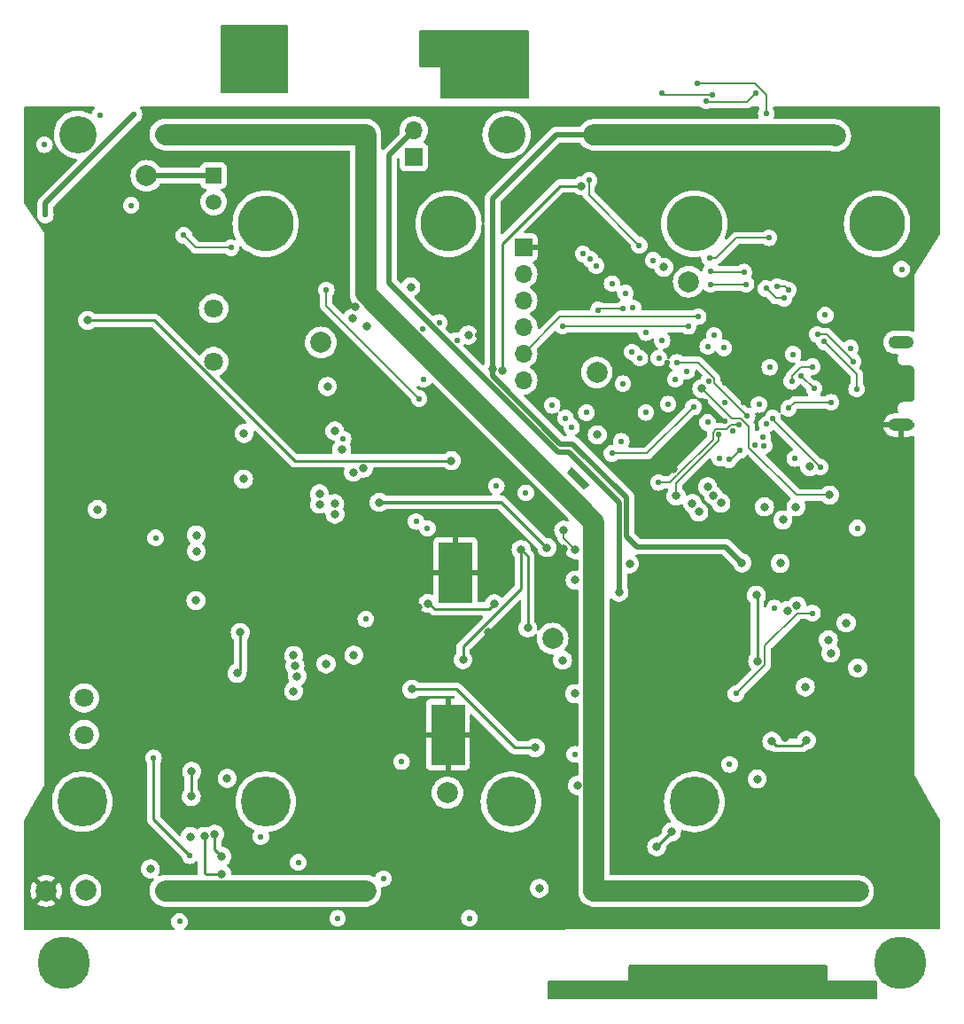
<source format=gbr>
%TF.GenerationSoftware,KiCad,Pcbnew,8.0.2-1*%
%TF.CreationDate,2024-07-17T00:17:58-07:00*%
%TF.ProjectId,battery_board_v3c,62617474-6572-4795-9f62-6f6172645f76,rev?*%
%TF.SameCoordinates,Original*%
%TF.FileFunction,Copper,L4,Bot*%
%TF.FilePolarity,Positive*%
%FSLAX46Y46*%
G04 Gerber Fmt 4.6, Leading zero omitted, Abs format (unit mm)*
G04 Created by KiCad (PCBNEW 8.0.2-1) date 2024-07-17 00:17:58*
%MOMM*%
%LPD*%
G01*
G04 APERTURE LIST*
%TA.AperFunction,ComponentPad*%
%ADD10C,5.000000*%
%TD*%
%TA.AperFunction,ComponentPad*%
%ADD11C,2.000000*%
%TD*%
%TA.AperFunction,ComponentPad*%
%ADD12R,1.700000X1.700000*%
%TD*%
%TA.AperFunction,ComponentPad*%
%ADD13O,1.700000X1.700000*%
%TD*%
%TA.AperFunction,ComponentPad*%
%ADD14C,1.800000*%
%TD*%
%TA.AperFunction,ComponentPad*%
%ADD15C,0.600000*%
%TD*%
%TA.AperFunction,SMDPad,CuDef*%
%ADD16R,3.200000X5.800000*%
%TD*%
%TA.AperFunction,ComponentPad*%
%ADD17O,2.416000X1.208000*%
%TD*%
%TA.AperFunction,ComponentPad*%
%ADD18R,1.508000X1.508000*%
%TD*%
%TA.AperFunction,ComponentPad*%
%ADD19C,1.508000*%
%TD*%
%TA.AperFunction,ComponentPad*%
%ADD20C,4.770000*%
%TD*%
%TA.AperFunction,ComponentPad*%
%ADD21C,5.325000*%
%TD*%
%TA.AperFunction,ComponentPad*%
%ADD22C,3.570000*%
%TD*%
%TA.AperFunction,ComponentPad*%
%ADD23C,1.980000*%
%TD*%
%TA.AperFunction,ViaPad*%
%ADD24C,0.560000*%
%TD*%
%TA.AperFunction,ViaPad*%
%ADD25C,0.800000*%
%TD*%
%TA.AperFunction,Conductor*%
%ADD26C,0.127000*%
%TD*%
%TA.AperFunction,Conductor*%
%ADD27C,0.250000*%
%TD*%
%TA.AperFunction,Conductor*%
%ADD28C,0.500000*%
%TD*%
%TA.AperFunction,Conductor*%
%ADD29C,0.300000*%
%TD*%
%TA.AperFunction,Conductor*%
%ADD30C,0.152400*%
%TD*%
%TA.AperFunction,Conductor*%
%ADD31C,2.000000*%
%TD*%
%TA.AperFunction,Conductor*%
%ADD32C,0.152000*%
%TD*%
G04 APERTURE END LIST*
D10*
%TO.P,,1*%
%TO.N,Chassis Ground*%
X194500000Y-131530000D03*
%TD*%
D11*
%TO.P,TP6,1,1*%
%TO.N,VBUSP*%
X122428000Y-56388000D03*
%TD*%
%TO.P,TP1,1,1*%
%TO.N,+3V3*%
X161250000Y-100590000D03*
%TD*%
%TO.P,TP2,1,1*%
%TO.N,B-*%
X116620000Y-124620000D03*
%TD*%
D12*
%TO.P,J25,1,Pin_1*%
%TO.N,GND*%
X158440000Y-63220000D03*
D13*
%TO.P,J25,2,Pin_2*%
%TO.N,FC_RX*%
X158440000Y-65760000D03*
%TO.P,J25,3,Pin_3*%
%TO.N,FC_TX*%
X158440000Y-68300000D03*
%TO.P,J25,4,Pin_4*%
%TO.N,SCL1*%
X158440000Y-70840000D03*
%TO.P,J25,5,Pin_5*%
%TO.N,SDA1*%
X158440000Y-73380000D03*
%TO.P,J25,6,Pin_6*%
%TO.N,+3V3*%
X158440000Y-75920000D03*
%TD*%
D14*
%TO.P,J18,1,Pin_1*%
%TO.N,Net-(J18-Pin_1)*%
X116500000Y-109750000D03*
%TO.P,J18,2,Pin_2*%
%TO.N,Net-(J18-Pin_2)*%
X116500000Y-106250000D03*
%TD*%
D15*
%TO.P,U3,15,EPAD*%
%TO.N,GND*%
X150677500Y-91700000D03*
X150677500Y-93000000D03*
X150677500Y-94300000D03*
X150677500Y-95600000D03*
X150677500Y-96900000D03*
X151977500Y-91700000D03*
X151977500Y-93000000D03*
X151977500Y-94300000D03*
D16*
X151977500Y-94300000D03*
D15*
X151977500Y-95600000D03*
X151977500Y-96900000D03*
X153277500Y-91700000D03*
X153277500Y-93000000D03*
X153277500Y-94300000D03*
X153277500Y-95600000D03*
X153277500Y-96900000D03*
%TD*%
D12*
%TO.P,J1,1,Pin_1*%
%TO.N,VBUSP*%
X147990000Y-54600000D03*
D13*
%TO.P,J1,2,Pin_2*%
%TO.N,VBatt*%
X147990000Y-52060000D03*
%TD*%
D11*
%TO.P,TP9,1,1*%
%TO.N,+5V*%
X151200000Y-115300000D03*
%TD*%
%TO.P,TP8,1,1*%
%TO.N,USBBOOT*%
X165470000Y-75160000D03*
%TD*%
%TO.P,TP5,1,1*%
%TO.N,PACK+*%
X188260000Y-52580000D03*
%TD*%
D17*
%TO.P,J24,SH1,Shield*%
%TO.N,GND*%
X194550000Y-80197500D03*
%TO.P,J24,SH6*%
%TO.N,N/C*%
X194550000Y-72297500D03*
%TD*%
D15*
%TO.P,U5,15,EPAD*%
%TO.N,GND*%
X149950000Y-107150000D03*
X149950000Y-108450000D03*
X149950000Y-109750000D03*
X149950000Y-111050000D03*
X149950000Y-112350000D03*
X151250000Y-107150000D03*
X151250000Y-108450000D03*
X151250000Y-109750000D03*
D16*
X151250000Y-109750000D03*
D15*
X151250000Y-111050000D03*
X151250000Y-112350000D03*
X152550000Y-107150000D03*
X152550000Y-108450000D03*
X152550000Y-109750000D03*
X152550000Y-111050000D03*
X152550000Y-112350000D03*
%TD*%
D11*
%TO.P,TP7,1,1*%
%TO.N,Net-(U11-RESET)*%
X174250000Y-66500000D03*
%TD*%
D18*
%TO.P,K1,C1*%
%TO.N,VBUSP*%
X128862500Y-56350000D03*
D19*
%TO.P,K1,C2*%
%TO.N,Net-(D1-A)*%
X128862500Y-58890000D03*
D14*
%TO.P,K1,M*%
%TO.N,PACK+*%
X128862500Y-74130000D03*
%TO.P,K1,NO*%
%TO.N,Net-(K1-PadNO)*%
X128862500Y-69050000D03*
%TD*%
D11*
%TO.P,TP10,1,1*%
%TO.N,Net-(IC5-EVI)*%
X139100000Y-72300000D03*
%TD*%
D10*
%TO.P,,1*%
%TO.N,Chassis Ground*%
X114500000Y-131530000D03*
%TD*%
D11*
%TO.P,TP4,1,1*%
%TO.N,GND*%
X112860000Y-124670000D03*
%TD*%
%TO.P,TP3,1,1*%
%TO.N,BM*%
X190450000Y-124720000D03*
%TD*%
D20*
%TO.P,U2,1,1*%
%TO.N,unconnected-(U2-Pad1)*%
X133828500Y-116160000D03*
%TO.P,U2,2,2*%
%TO.N,unconnected-(U2-Pad2)*%
X116298500Y-116160000D03*
D21*
%TO.P,U2,3,3*%
%TO.N,unconnected-(U2-Pad3)*%
X133828500Y-60960000D03*
%TO.P,U2,4,4*%
%TO.N,unconnected-(U2-Pad4)*%
X151298500Y-60960000D03*
D22*
%TO.P,U2,5,5*%
%TO.N,unconnected-(U2-Pad5)*%
X115878500Y-52450000D03*
D23*
%TO.P,U2,6,6*%
%TO.N,B-*%
X124248500Y-124670000D03*
%TO.P,U2,7,7*%
X143378500Y-124670000D03*
%TO.P,U2,8,8*%
%TO.N,BM*%
X124248500Y-52450000D03*
%TO.P,U2,9,9*%
X143378500Y-52450000D03*
%TD*%
D20*
%TO.P,U4,1,1*%
%TO.N,unconnected-(U4-Pad1)*%
X174790000Y-116180000D03*
%TO.P,U4,2,2*%
%TO.N,unconnected-(U4-Pad2)*%
X157260000Y-116180000D03*
D21*
%TO.P,U4,3,3*%
%TO.N,unconnected-(U4-Pad3)*%
X174790000Y-60980000D03*
%TO.P,U4,4,4*%
%TO.N,unconnected-(U4-Pad4)*%
X192260000Y-60980000D03*
D22*
%TO.P,U4,5,5*%
%TO.N,unconnected-(U4-Pad5)*%
X156840000Y-52470000D03*
D23*
%TO.P,U4,6,6*%
%TO.N,BM*%
X165210000Y-124690000D03*
%TO.P,U4,7,7*%
X184340000Y-124690000D03*
%TO.P,U4,8,8*%
%TO.N,PACK+*%
X165210000Y-52470000D03*
%TO.P,U4,9,9*%
X184340000Y-52470000D03*
%TD*%
D24*
%TO.N,+3V3*%
X184380000Y-83400000D03*
%TO.N,CAN_INT*%
X179844313Y-79344313D03*
%TO.N,+3V3*%
X167966343Y-76242618D03*
X165600000Y-69200000D03*
X168205000Y-67595000D03*
%TO.N,GND*%
X188700000Y-65200000D03*
%TO.N,+3V3*%
X194600000Y-65300000D03*
%TO.N,CAN_INT*%
X173100000Y-74203500D03*
%TO.N,RTC_INT*%
X148826790Y-71004284D03*
X180970000Y-78230000D03*
D25*
%TO.N,GND*%
X182100000Y-60800000D03*
X183700000Y-114900000D03*
X187900000Y-114400000D03*
%TO.N,SCL0*%
X182200000Y-110400000D03*
X185500000Y-110300000D03*
%TO.N,+3V3*%
X180800000Y-114000000D03*
%TO.N,GND*%
X193400000Y-113500000D03*
%TO.N,+3V3*%
X190400000Y-103400000D03*
X189300000Y-99100000D03*
X185400000Y-105200000D03*
X153201516Y-71588324D03*
%TO.N,SCL1*%
X143157500Y-84325000D03*
%TO.N,SDA1*%
X142217646Y-84703754D03*
%TO.N,+3V3*%
X127200000Y-92250000D03*
%TO.N,GND*%
X179200000Y-88900000D03*
X176800000Y-90649087D03*
%TO.N,+3V3*%
X168600000Y-93450000D03*
%TO.N,V_RF*%
X160700000Y-91900000D03*
X144685000Y-87576058D03*
D24*
%TO.N,+3V3*%
X175090000Y-47540000D03*
D25*
X183000000Y-93400000D03*
D24*
X180550000Y-82100000D03*
X136940000Y-121950000D03*
D25*
X184500000Y-88000000D03*
D24*
X176050000Y-79940000D03*
X167820000Y-81750000D03*
X181990000Y-74680000D03*
X183791911Y-78590089D03*
X170860000Y-64460000D03*
X153300000Y-127280000D03*
D25*
X171200000Y-120450000D03*
D24*
X125590000Y-127610000D03*
D25*
X172600000Y-119050000D03*
X127162500Y-96950000D03*
X136500000Y-105600000D03*
D24*
X140700000Y-127300000D03*
X174070000Y-75080000D03*
X177620000Y-72830000D03*
X181660000Y-50470000D03*
D25*
X181500000Y-88000000D03*
D24*
X148200000Y-89410000D03*
X145080000Y-123510000D03*
D25*
X127200000Y-90700000D03*
X143500000Y-70800000D03*
D24*
X187860000Y-78020000D03*
D25*
X159980000Y-124430000D03*
D24*
X141224000Y-81534000D03*
D25*
X185828207Y-84173793D03*
%TO.N,VBUSP*%
X151570000Y-83600000D03*
X158870000Y-99560000D03*
X116820000Y-70200000D03*
X158241250Y-92078750D03*
X152690000Y-102595000D03*
%TO.N,Net-(U1-V-)*%
X127980000Y-119480000D03*
X129630000Y-123060000D03*
%TO.N,/VDD*%
X129647359Y-121389500D03*
X128957916Y-119273398D03*
%TO.N,GND*%
X155540000Y-83090000D03*
D24*
X176180000Y-50570000D03*
D25*
X183500000Y-110080000D03*
X195640000Y-50680000D03*
X128800000Y-100100000D03*
X143250000Y-114800000D03*
D24*
X179470000Y-78000000D03*
X177660000Y-79810000D03*
X166630000Y-58030000D03*
D25*
X149000000Y-66900000D03*
D24*
X137030000Y-81440000D03*
D25*
X142300000Y-106600000D03*
X112880000Y-51200000D03*
D24*
X134110000Y-76710000D03*
D25*
X148430000Y-97630000D03*
D24*
X191110000Y-70380000D03*
X190320000Y-85510000D03*
D25*
X142384375Y-68917649D03*
D24*
X170700000Y-50380000D03*
D25*
X183200000Y-101200000D03*
X188160000Y-127570000D03*
D24*
X173070000Y-54500000D03*
X168040000Y-74580000D03*
D25*
X121750000Y-85000000D03*
D24*
X126170000Y-70390000D03*
D25*
X143200000Y-105200000D03*
D24*
X177690000Y-78030000D03*
D25*
X149600000Y-100680000D03*
X141970000Y-109690000D03*
X119750000Y-71750000D03*
D24*
X134460000Y-86570000D03*
D25*
X124802500Y-98907501D03*
D24*
X176520000Y-68100000D03*
X163680000Y-85370000D03*
X158770000Y-106120000D03*
D25*
X142500000Y-96250000D03*
X133400000Y-101300000D03*
D24*
X166580000Y-63120000D03*
D25*
X162250000Y-92000000D03*
X141500000Y-105100000D03*
D24*
X190630000Y-78230000D03*
D25*
X155120000Y-99950000D03*
D24*
X122410000Y-67560000D03*
D25*
X146990000Y-81690000D03*
X150500000Y-89530000D03*
X187827416Y-98772584D03*
X175110000Y-109910000D03*
X142200000Y-108200000D03*
D24*
X164830000Y-77770000D03*
D25*
X123300000Y-105900000D03*
X123500000Y-76000000D03*
D24*
X159190000Y-58750000D03*
X172200000Y-74250000D03*
D25*
X190300000Y-104900000D03*
X143750000Y-89500000D03*
D24*
X120930000Y-61410000D03*
D25*
X172761714Y-84361714D03*
D24*
X154080000Y-71640000D03*
X177660000Y-76150000D03*
X150670000Y-66940000D03*
X187590000Y-80180000D03*
X179290000Y-54530000D03*
D25*
X117750000Y-94250000D03*
D24*
X175850000Y-77980000D03*
X119280000Y-54350000D03*
X184912000Y-89916000D03*
X151940000Y-122680000D03*
X170080000Y-120000000D03*
X182830000Y-70630000D03*
D25*
%TO.N,USBBOOT*%
X138975000Y-86750000D03*
X165523330Y-81114999D03*
%TO.N,AVDD*%
X131100000Y-103900000D03*
X131400000Y-99990200D03*
%TO.N,VBatt*%
X167600000Y-96170000D03*
D24*
%TO.N,CANL*%
X176518928Y-48625500D03*
X171700000Y-48470000D03*
%TO.N,CANH*%
X180700000Y-48480000D03*
X175910000Y-49240000D03*
D25*
%TO.N,FC_RESET*%
X175514000Y-76711645D03*
X187706000Y-86868000D03*
D24*
%TO.N,5V_enable*%
X186090000Y-98150000D03*
X146810000Y-112340000D03*
X178765000Y-105850000D03*
X186810000Y-84200000D03*
X163350000Y-111630000D03*
X182270000Y-79530000D03*
%TO.N,BURN_RELAY_A*%
X148930000Y-75840000D03*
X170160000Y-79000000D03*
X162490000Y-79530000D03*
D25*
%TO.N,Net-(K1-PadNO)*%
X131760000Y-80990000D03*
X131712500Y-85350000D03*
%TO.N,PACK-*%
X130150000Y-113950000D03*
X122810000Y-122570000D03*
D24*
X133370000Y-119490000D03*
%TO.N,ENAB_HEATER*%
X155870000Y-86020000D03*
X171380000Y-85680000D03*
X179028959Y-80158959D03*
D25*
X140425000Y-80750000D03*
%TO.N,SCL0*%
X184594429Y-97452786D03*
X187825000Y-101962653D03*
D24*
X171704000Y-72136000D03*
%TO.N,SDA0*%
X170180000Y-71374000D03*
D25*
X183700000Y-97900000D03*
X187600000Y-100700000D03*
D24*
%TO.N,FC_RX*%
X176680000Y-71620000D03*
%TO.N,/NEOPIX*%
X181332211Y-81330492D03*
X187300000Y-69700000D03*
D25*
%TO.N,/3V3_EN*%
X155670000Y-97260000D03*
X149350000Y-97220000D03*
D24*
%TO.N,SDA1*%
X175170000Y-69840000D03*
X152106949Y-72093051D03*
%TO.N,SCL1*%
X174220000Y-70770000D03*
X150406949Y-70393051D03*
X162190000Y-70760000D03*
D25*
%TO.N,BM*%
X126627675Y-119502325D03*
D24*
%TO.N,PACK+*%
X126579499Y-121318079D03*
X112690000Y-53430000D03*
X123120000Y-111970000D03*
D25*
X155480000Y-74840000D03*
D24*
X123310000Y-90960000D03*
D25*
X180720000Y-96450000D03*
X179350000Y-93350000D03*
X180850000Y-102750000D03*
D24*
%TO.N,SPI0_MISO*%
X165410000Y-64980000D03*
X172968641Y-75821358D03*
%TO.N,SPI0_CS0*%
X171394995Y-73802805D03*
X166930000Y-66690000D03*
%TO.N,ENAB_BURN*%
X176170000Y-76000000D03*
D25*
X141088500Y-82500000D03*
D24*
%TO.N,VBUS_RESET*%
X149290000Y-90060000D03*
X143390000Y-98730000D03*
X174700000Y-78480000D03*
X166910000Y-82900000D03*
%TO.N,SPI0_SCK*%
X169577360Y-73802640D03*
X164150000Y-63850000D03*
%TO.N,SPI0_MOSI*%
X164840000Y-64360000D03*
X168843959Y-73216041D03*
%TO.N,Net-(Q10-G)*%
X117990000Y-50630000D03*
X120980000Y-59210000D03*
%TO.N,Net-(Q10-D)*%
X121250000Y-50550000D03*
X112780000Y-60130000D03*
%TO.N,Jetson*%
X130520000Y-63260000D03*
X161210000Y-78310000D03*
X126010000Y-62080000D03*
X139620000Y-67310000D03*
X148490000Y-77670000D03*
X181715264Y-80107346D03*
D25*
%TO.N,~{RESET}*%
X173046169Y-86963839D03*
D24*
X158690000Y-86670000D03*
X177106041Y-81103959D03*
D25*
X138975000Y-87750000D03*
%TO.N,SWDIO*%
X162300000Y-90236500D03*
X163400000Y-92100000D03*
%TO.N,SPI1_MISO*%
X176063500Y-86100000D03*
X136500000Y-102200000D03*
D24*
%TO.N,ENAB_RF*%
X163060000Y-80390000D03*
X172284496Y-78195504D03*
%TO.N,CHRG'*%
X182460000Y-97660000D03*
X178160000Y-112610000D03*
X181460000Y-82190000D03*
D25*
%TO.N,SPI1_CS0*%
X163400000Y-95000000D03*
X162200000Y-102641500D03*
X139600000Y-103000000D03*
D24*
X177190000Y-83370000D03*
D25*
%TO.N,SPI1_SCK*%
X136836897Y-104169366D03*
X177332835Y-87632349D03*
%TO.N,SPI1_MOSI*%
X136624035Y-103192281D03*
D24*
X178083959Y-83496041D03*
D25*
X176620475Y-86930532D03*
D24*
X179120000Y-82640000D03*
%TO.N,D0*%
X190360000Y-90030000D03*
X178453959Y-80733959D03*
D25*
X183250000Y-89250000D03*
D24*
%TO.N,USB_D-*%
X184100000Y-76020000D03*
X186078104Y-74618440D03*
%TO.N,USB_D+*%
X186240000Y-76720000D03*
X184990000Y-75470000D03*
%TO.N,/QSPI_SCK*%
X183777858Y-67297858D03*
X182667364Y-66957367D03*
%TO.N,/QSPI_DATA[0]*%
X181640000Y-67160000D03*
X183350000Y-68090000D03*
%TO.N,/QSPI_DATA[2]*%
X179740000Y-66740000D03*
X176360000Y-66770000D03*
%TO.N,/QSPI_DATA[1]*%
X176360000Y-65530000D03*
X179530000Y-65570000D03*
D25*
%TO.N,+5V*%
X159580000Y-111000000D03*
X147800000Y-105430000D03*
X139738787Y-76502656D03*
X142250000Y-102170000D03*
X164007823Y-57346070D03*
X156464795Y-75010832D03*
D24*
%TO.N,VBUS*%
X189720000Y-72840000D03*
X184230000Y-73430000D03*
D25*
%TO.N,Net-(Q1-G)*%
X126760000Y-113280000D03*
X126720000Y-115670000D03*
D24*
%TO.N,Net-(D8-PadA)*%
X176250000Y-64250000D03*
X164470000Y-79010000D03*
X181930000Y-62320000D03*
X168930000Y-69000000D03*
D25*
%TO.N,V_BACKUP*%
X147700000Y-67000000D03*
X142100000Y-70000000D03*
D24*
%TO.N,TXCAN*%
X164720000Y-56830000D03*
X169530000Y-63020000D03*
%TO.N,D-*%
X189980000Y-74110000D03*
X186550000Y-71550000D03*
D25*
X140425000Y-87700000D03*
X174600000Y-87700000D03*
D24*
%TO.N,D+*%
X190300000Y-76740000D03*
D25*
X175217610Y-88486488D03*
X140452090Y-88699635D03*
D24*
X187202437Y-72235437D03*
D25*
%TO.N,Net-(U11-RESET)*%
X171870834Y-65120834D03*
D24*
%TO.N,FC_TX*%
X176073000Y-72680000D03*
D25*
%TO.N,Dir_Chrg_In*%
X163350000Y-105833959D03*
X117750000Y-88250000D03*
X163610000Y-114600000D03*
D24*
%TO.N,+3V3*%
X168000000Y-69100000D03*
%TD*%
D26*
%TO.N,CAN_INT*%
X173100000Y-74203500D02*
X175142126Y-74203500D01*
X175142126Y-74203500D02*
X176713500Y-75774874D01*
X176713500Y-75774874D02*
X176713500Y-76213500D01*
X176713500Y-76213500D02*
X179844313Y-79344313D01*
%TO.N,FC_RESET*%
X175514000Y-76711645D02*
X178400297Y-79597942D01*
X178400297Y-79597942D02*
X179258942Y-79597942D01*
X180006500Y-82325126D02*
X184549374Y-86868000D01*
X179258942Y-79597942D02*
X180006500Y-80345500D01*
X180006500Y-80345500D02*
X180006500Y-82325126D01*
X184549374Y-86868000D02*
X187706000Y-86868000D01*
D27*
%TO.N,+3V3*%
X171200000Y-120450000D02*
X172600000Y-119050000D01*
%TO.N,SCL0*%
X184995000Y-110805000D02*
X182605000Y-110805000D01*
X185500000Y-110300000D02*
X184995000Y-110805000D01*
X182605000Y-110805000D02*
X182200000Y-110400000D01*
D28*
%TO.N,PACK+*%
X179350000Y-93350000D02*
X177800000Y-91800000D01*
X177800000Y-91800000D02*
X169300000Y-91800000D01*
X169300000Y-91800000D02*
X168300000Y-90800000D01*
X168300000Y-87100000D02*
X163179264Y-81979264D01*
X168300000Y-90800000D02*
X168300000Y-87100000D01*
X163179264Y-81979264D02*
X161950736Y-81979264D01*
X161950736Y-81979264D02*
X155480000Y-75508528D01*
X155480000Y-75508528D02*
X155480000Y-74840000D01*
D29*
%TO.N,V_RF*%
X156376058Y-87576058D02*
X160700000Y-91900000D01*
X144685000Y-87576058D02*
X156376058Y-87576058D01*
D30*
%TO.N,+3V3*%
X181660000Y-48653414D02*
X181660000Y-50470000D01*
D26*
X184362000Y-78020000D02*
X187860000Y-78020000D01*
D30*
X180546586Y-47540000D02*
X181660000Y-48653414D01*
X175090000Y-47540000D02*
X180546586Y-47540000D01*
D26*
X183791911Y-78590089D02*
X184362000Y-78020000D01*
D27*
%TO.N,VBUSP*%
X152690000Y-101354695D02*
X158241250Y-95803445D01*
X123200088Y-70200000D02*
X116820000Y-70200000D01*
X136600088Y-83600000D02*
X123200088Y-70200000D01*
X158870000Y-92707500D02*
X158241250Y-92078750D01*
X151570000Y-83600000D02*
X136600088Y-83600000D01*
X158870000Y-92707500D02*
X158870000Y-99560000D01*
X152690000Y-102595000D02*
X152690000Y-101354695D01*
D28*
X122270000Y-56350000D02*
X122170000Y-56450000D01*
X128862500Y-56350000D02*
X122270000Y-56350000D01*
D27*
X158241250Y-95803445D02*
X158241250Y-92078750D01*
D31*
%TO.N,B-*%
X124248500Y-124670000D02*
X143378500Y-124670000D01*
D27*
%TO.N,Net-(U1-V-)*%
X129630000Y-123060000D02*
X128127365Y-123060000D01*
X128127365Y-123060000D02*
X127980000Y-122912635D01*
X127980000Y-122912635D02*
X127980000Y-119480000D01*
%TO.N,/VDD*%
X128957916Y-119273398D02*
X128957916Y-120700057D01*
X128957916Y-120700057D02*
X129647359Y-121389500D01*
%TO.N,AVDD*%
X131400000Y-103600000D02*
X131100000Y-103900000D01*
X131400000Y-99990200D02*
X131400000Y-103600000D01*
D28*
%TO.N,VBatt*%
X161761522Y-82780000D02*
X145600000Y-66618478D01*
X145600000Y-66618478D02*
X145600000Y-54450000D01*
X167600000Y-87610000D02*
X162770000Y-82780000D01*
X167600000Y-96170000D02*
X167600000Y-87610000D01*
X162770000Y-82780000D02*
X161761522Y-82780000D01*
X145600000Y-54450000D02*
X147990000Y-52060000D01*
D32*
%TO.N,CANL*%
X171860000Y-48630000D02*
X171700000Y-48470000D01*
X176514428Y-48630000D02*
X171860000Y-48630000D01*
X176518928Y-48625500D02*
X176514428Y-48630000D01*
%TO.N,CANH*%
X175910000Y-49240000D02*
X176020000Y-49350000D01*
X176020000Y-49350000D02*
X179830000Y-49350000D01*
X179830000Y-49350000D02*
X180700000Y-48480000D01*
D30*
%TO.N,5V_enable*%
X182270000Y-79660000D02*
X186810000Y-84200000D01*
X182270000Y-79530000D02*
X182270000Y-79660000D01*
X181526200Y-103088800D02*
X181526200Y-101273800D01*
X184650000Y-98150000D02*
X186090000Y-98150000D01*
X181526200Y-101273800D02*
X184650000Y-98150000D01*
X178765000Y-105850000D02*
X181526200Y-103088800D01*
D26*
%TO.N,ENAB_HEATER*%
X172460000Y-85680000D02*
X171380000Y-85680000D01*
X179028959Y-80158959D02*
X178260333Y-80158959D01*
X177858833Y-80560459D02*
X176880915Y-80560459D01*
X176562541Y-80878833D02*
X176562541Y-81577459D01*
X176562541Y-81577459D02*
X173120000Y-85020000D01*
X173120000Y-85020000D02*
X172460000Y-85680000D01*
X178260333Y-80158959D02*
X177858833Y-80560459D01*
X176880915Y-80560459D02*
X176562541Y-80878833D01*
D27*
%TO.N,/3V3_EN*%
X155670000Y-97260000D02*
X155190000Y-97740000D01*
X149460000Y-97220000D02*
X149350000Y-97220000D01*
X149980000Y-97740000D02*
X149460000Y-97220000D01*
X155190000Y-97740000D02*
X149980000Y-97740000D01*
D26*
%TO.N,SDA1*%
X175170000Y-69840000D02*
X161980000Y-69840000D01*
X161980000Y-69840000D02*
X158440000Y-73380000D01*
%TO.N,SCL1*%
X174220000Y-70770000D02*
X162200000Y-70770000D01*
X162200000Y-70770000D02*
X162190000Y-70760000D01*
D31*
%TO.N,BM*%
X190420000Y-124690000D02*
X190450000Y-124720000D01*
X184340000Y-124690000D02*
X190420000Y-124690000D01*
X165210000Y-124690000D02*
X184340000Y-124690000D01*
X143378500Y-52450000D02*
X124248500Y-52450000D01*
X165210000Y-89480531D02*
X143378500Y-67649031D01*
X165210000Y-124690000D02*
X165210000Y-89480531D01*
X143378500Y-67649031D02*
X143378500Y-52450000D01*
%TO.N,PACK+*%
X184340000Y-52470000D02*
X188150000Y-52470000D01*
D27*
X180800000Y-96530000D02*
X180720000Y-96450000D01*
X123120000Y-117858580D02*
X123120000Y-111970000D01*
D28*
X161600000Y-52470000D02*
X165210000Y-52470000D01*
X155480000Y-58590000D02*
X161600000Y-52470000D01*
D31*
X188150000Y-52470000D02*
X188260000Y-52580000D01*
D27*
X126579499Y-121318079D02*
X123120000Y-117858580D01*
X180800000Y-102700000D02*
X180800000Y-96530000D01*
D28*
X155480000Y-74840000D02*
X155480000Y-58590000D01*
D31*
X165210000Y-52470000D02*
X184340000Y-52470000D01*
D27*
X180850000Y-102750000D02*
X180800000Y-102700000D01*
D26*
%TO.N,VBUS_RESET*%
X170280000Y-82900000D02*
X166910000Y-82900000D01*
X174700000Y-78480000D02*
X170280000Y-82900000D01*
D28*
%TO.N,Net-(Q10-D)*%
X112780000Y-59020000D02*
X121250000Y-50550000D01*
X112780000Y-60130000D02*
X112780000Y-59020000D01*
D26*
%TO.N,Jetson*%
X130520000Y-63260000D02*
X127190000Y-63260000D01*
X148490000Y-77670000D02*
X139620000Y-68800000D01*
X139620000Y-68800000D02*
X139620000Y-67310000D01*
X127190000Y-63260000D02*
X126010000Y-62080000D01*
%TO.N,~{RESET}*%
X173046169Y-85743831D02*
X173046169Y-86963839D01*
X177106041Y-81683959D02*
X173046169Y-85743831D01*
X177106041Y-81103959D02*
X177106041Y-81683959D01*
%TO.N,SWDIO*%
X162300000Y-90236500D02*
X162300000Y-91000000D01*
X162300000Y-91000000D02*
X163400000Y-92100000D01*
%TO.N,SPI1_MOSI*%
X178083959Y-83496041D02*
X178263959Y-83496041D01*
X178263959Y-83496041D02*
X179120000Y-82640000D01*
%TO.N,USB_D-*%
X186078104Y-74618440D02*
X185021560Y-74618440D01*
X184100000Y-75540000D02*
X184100000Y-76020000D01*
X185021560Y-74618440D02*
X184100000Y-75540000D01*
%TO.N,USB_D+*%
X184990000Y-75470000D02*
X186240000Y-76720000D01*
%TO.N,/QSPI_SCK*%
X183437367Y-66957367D02*
X183777858Y-67297858D01*
X182667364Y-66957367D02*
X183437367Y-66957367D01*
%TO.N,/QSPI_DATA[0]*%
X183350000Y-68090000D02*
X182570000Y-68090000D01*
X182570000Y-68090000D02*
X181640000Y-67160000D01*
%TO.N,/QSPI_DATA[2]*%
X179740000Y-66740000D02*
X179720000Y-66760000D01*
X179720000Y-66760000D02*
X176370000Y-66760000D01*
X176370000Y-66760000D02*
X176360000Y-66770000D01*
%TO.N,/QSPI_DATA[1]*%
X176400000Y-65570000D02*
X176360000Y-65530000D01*
X179530000Y-65570000D02*
X176400000Y-65570000D01*
D27*
%TO.N,+5V*%
X161963930Y-57346070D02*
X156464795Y-62845205D01*
X159580000Y-111000000D02*
X157650000Y-111000000D01*
X152080000Y-105430000D02*
X147800000Y-105430000D01*
X156464795Y-62845205D02*
X156464795Y-75010832D01*
X157650000Y-111000000D02*
X152080000Y-105430000D01*
X164007823Y-57346070D02*
X161963930Y-57346070D01*
%TO.N,Net-(Q1-G)*%
X126720000Y-115670000D02*
X126720000Y-113320000D01*
X126720000Y-113320000D02*
X126760000Y-113280000D01*
D26*
%TO.N,Net-(D8-PadA)*%
X176871374Y-64250000D02*
X178801374Y-62320000D01*
X176250000Y-64250000D02*
X176871374Y-64250000D01*
X178801374Y-62320000D02*
X181930000Y-62320000D01*
%TO.N,TXCAN*%
X169530000Y-63020000D02*
X164720000Y-58210000D01*
X164720000Y-58210000D02*
X164720000Y-56830000D01*
%TO.N,D-*%
X187427563Y-71497563D02*
X189980000Y-74050000D01*
X189980000Y-74050000D02*
X189980000Y-74110000D01*
X186550000Y-71550000D02*
X186602437Y-71497563D01*
X186602437Y-71497563D02*
X187427563Y-71497563D01*
%TO.N,D+*%
X187202437Y-72235437D02*
X190300000Y-75333000D01*
X190300000Y-75333000D02*
X190300000Y-76740000D01*
%TO.N,+3V3*%
X165600000Y-69200000D02*
X165700000Y-69100000D01*
X165700000Y-69100000D02*
X168000000Y-69100000D01*
%TD*%
%TA.AperFunction,Conductor*%
%TO.N,GND*%
G36*
X117464223Y-49824602D02*
G01*
X117510716Y-49878258D01*
X117520820Y-49948532D01*
X117491326Y-50013112D01*
X117485197Y-50019695D01*
X117369626Y-50135265D01*
X117369624Y-50135268D01*
X117275092Y-50285715D01*
X117232636Y-50407046D01*
X117191257Y-50464737D01*
X117125257Y-50490900D01*
X117055589Y-50477226D01*
X117043708Y-50470197D01*
X117027709Y-50459507D01*
X116758074Y-50326539D01*
X116758068Y-50326536D01*
X116758063Y-50326534D01*
X116758060Y-50326533D01*
X116473383Y-50229898D01*
X116473377Y-50229896D01*
X116473375Y-50229896D01*
X116374637Y-50210255D01*
X116178513Y-50171243D01*
X116178499Y-50171241D01*
X115878503Y-50151579D01*
X115878497Y-50151579D01*
X115578500Y-50171241D01*
X115578486Y-50171243D01*
X115332993Y-50220075D01*
X115283625Y-50229896D01*
X115283623Y-50229896D01*
X115283616Y-50229898D01*
X114998939Y-50326533D01*
X114998925Y-50326539D01*
X114729292Y-50459507D01*
X114479313Y-50626537D01*
X114253270Y-50824770D01*
X114055037Y-51050813D01*
X113888007Y-51300792D01*
X113755039Y-51570425D01*
X113755033Y-51570439D01*
X113658398Y-51855116D01*
X113658396Y-51855126D01*
X113599743Y-52149986D01*
X113599741Y-52150000D01*
X113580079Y-52449996D01*
X113580079Y-52450003D01*
X113599741Y-52749999D01*
X113599743Y-52750013D01*
X113636190Y-52933241D01*
X113648396Y-52994604D01*
X113658396Y-53044873D01*
X113658398Y-53044883D01*
X113684441Y-53121603D01*
X113685714Y-53152174D01*
X113696028Y-53162276D01*
X113705385Y-53183302D01*
X113723367Y-53236274D01*
X113755036Y-53329568D01*
X113755039Y-53329574D01*
X113888007Y-53599208D01*
X114055036Y-53849185D01*
X114055041Y-53849191D01*
X114253270Y-54075229D01*
X114479308Y-54273458D01*
X114479314Y-54273463D01*
X114602592Y-54355834D01*
X114729289Y-54440491D01*
X114998932Y-54573464D01*
X115283625Y-54670104D01*
X115578496Y-54728758D01*
X115695232Y-54736409D01*
X115761896Y-54760822D01*
X115804780Y-54817403D01*
X115810267Y-54888187D01*
X115776614Y-54950701D01*
X115776084Y-54951233D01*
X112190840Y-58536477D01*
X112190835Y-58536483D01*
X112107826Y-58660715D01*
X112053016Y-58793040D01*
X112050650Y-58798750D01*
X112050648Y-58798757D01*
X112021500Y-58945290D01*
X112021500Y-59888885D01*
X112014430Y-59930499D01*
X112006404Y-59953435D01*
X111986511Y-60130000D01*
X112006404Y-60306566D01*
X112065091Y-60474282D01*
X112065092Y-60474284D01*
X112159624Y-60624731D01*
X112159626Y-60624734D01*
X112285265Y-60750373D01*
X112285268Y-60750375D01*
X112435718Y-60844909D01*
X112603432Y-60903595D01*
X112603431Y-60903595D01*
X112621310Y-60905609D01*
X112780000Y-60923489D01*
X112956568Y-60903595D01*
X113124282Y-60844909D01*
X113274732Y-60750375D01*
X113400375Y-60624732D01*
X113494909Y-60474282D01*
X113553595Y-60306568D01*
X113573489Y-60130000D01*
X113553595Y-59953432D01*
X113545569Y-59930496D01*
X113538500Y-59888885D01*
X113538500Y-59386370D01*
X113558502Y-59318249D01*
X113575400Y-59297280D01*
X113662680Y-59210000D01*
X120186511Y-59210000D01*
X120206404Y-59386566D01*
X120265091Y-59554282D01*
X120265092Y-59554284D01*
X120359624Y-59704731D01*
X120359626Y-59704734D01*
X120485265Y-59830373D01*
X120485268Y-59830375D01*
X120635718Y-59924909D01*
X120803432Y-59983595D01*
X120803431Y-59983595D01*
X120821310Y-59985609D01*
X120980000Y-60003489D01*
X121156568Y-59983595D01*
X121324282Y-59924909D01*
X121474732Y-59830375D01*
X121600375Y-59704732D01*
X121694909Y-59554282D01*
X121753595Y-59386568D01*
X121773489Y-59210000D01*
X121753595Y-59033432D01*
X121694909Y-58865718D01*
X121600375Y-58715268D01*
X121600373Y-58715265D01*
X121474734Y-58589626D01*
X121474731Y-58589624D01*
X121324284Y-58495092D01*
X121324282Y-58495091D01*
X121156568Y-58436405D01*
X121156566Y-58436404D01*
X121156568Y-58436404D01*
X120980000Y-58416511D01*
X120803433Y-58436404D01*
X120635717Y-58495091D01*
X120635715Y-58495092D01*
X120485268Y-58589624D01*
X120485265Y-58589626D01*
X120359626Y-58715265D01*
X120359624Y-58715268D01*
X120265092Y-58865715D01*
X120265091Y-58865717D01*
X120206404Y-59033433D01*
X120186511Y-59210000D01*
X113662680Y-59210000D01*
X116484680Y-56388000D01*
X120914835Y-56388000D01*
X120933465Y-56624711D01*
X120943667Y-56667204D01*
X120988894Y-56855592D01*
X120988895Y-56855594D01*
X121079760Y-57074963D01*
X121159926Y-57205782D01*
X121203825Y-57277417D01*
X121203826Y-57277419D01*
X121358030Y-57457969D01*
X121531341Y-57605990D01*
X121538584Y-57612176D01*
X121741037Y-57736240D01*
X121960406Y-57827105D01*
X122191289Y-57882535D01*
X122428000Y-57901165D01*
X122664711Y-57882535D01*
X122895594Y-57827105D01*
X123114963Y-57736240D01*
X123317416Y-57612176D01*
X123497969Y-57457969D01*
X123652176Y-57277416D01*
X123652181Y-57277408D01*
X123718820Y-57168665D01*
X123771467Y-57121034D01*
X123826252Y-57108500D01*
X127482074Y-57108500D01*
X127550195Y-57128502D01*
X127596688Y-57182158D01*
X127603613Y-57205782D01*
X127604697Y-57205526D01*
X127606511Y-57213204D01*
X127657610Y-57350202D01*
X127657612Y-57350207D01*
X127745238Y-57467261D01*
X127862292Y-57554887D01*
X127862294Y-57554888D01*
X127862296Y-57554889D01*
X127921375Y-57576924D01*
X127999295Y-57605988D01*
X127999303Y-57605990D01*
X128059850Y-57612499D01*
X128059855Y-57612499D01*
X128059862Y-57612500D01*
X128059868Y-57612500D01*
X128086235Y-57612500D01*
X128154356Y-57632502D01*
X128200849Y-57686158D01*
X128210953Y-57756432D01*
X128181459Y-57821012D01*
X128158505Y-57841713D01*
X128047884Y-57919169D01*
X128047874Y-57919178D01*
X127891678Y-58075374D01*
X127891669Y-58075384D01*
X127764967Y-58256335D01*
X127671607Y-58456547D01*
X127671605Y-58456552D01*
X127655865Y-58515294D01*
X127614430Y-58669932D01*
X127595177Y-58890000D01*
X127614430Y-59110068D01*
X127660390Y-59281593D01*
X127671605Y-59323447D01*
X127671607Y-59323453D01*
X127764966Y-59523662D01*
X127819800Y-59601974D01*
X127891674Y-59704620D01*
X128047880Y-59860826D01*
X128228838Y-59987534D01*
X128429050Y-60080894D01*
X128642432Y-60138070D01*
X128862500Y-60157323D01*
X129082568Y-60138070D01*
X129295950Y-60080894D01*
X129496162Y-59987534D01*
X129677120Y-59860826D01*
X129833326Y-59704620D01*
X129960034Y-59523662D01*
X130053394Y-59323450D01*
X130110570Y-59110068D01*
X130129823Y-58890000D01*
X130110570Y-58669932D01*
X130053394Y-58456550D01*
X129960034Y-58256339D01*
X129960033Y-58256338D01*
X129960032Y-58256335D01*
X129833330Y-58075384D01*
X129833327Y-58075381D01*
X129757518Y-57999572D01*
X129677120Y-57919174D01*
X129677116Y-57919171D01*
X129677111Y-57919167D01*
X129566495Y-57841713D01*
X129522166Y-57786256D01*
X129514857Y-57715637D01*
X129546887Y-57652276D01*
X129608089Y-57616291D01*
X129638765Y-57612500D01*
X129665132Y-57612500D01*
X129665138Y-57612500D01*
X129665145Y-57612499D01*
X129665149Y-57612499D01*
X129725696Y-57605990D01*
X129725699Y-57605989D01*
X129725701Y-57605989D01*
X129862704Y-57554889D01*
X129979761Y-57467261D01*
X130067389Y-57350204D01*
X130118489Y-57213201D01*
X130119315Y-57205526D01*
X130124999Y-57152649D01*
X130125000Y-57152632D01*
X130125000Y-55547367D01*
X130124999Y-55547350D01*
X130118490Y-55486803D01*
X130118488Y-55486795D01*
X130067389Y-55349797D01*
X130067387Y-55349792D01*
X129979761Y-55232738D01*
X129862707Y-55145112D01*
X129862702Y-55145110D01*
X129725704Y-55094011D01*
X129725696Y-55094009D01*
X129665149Y-55087500D01*
X129665138Y-55087500D01*
X128059862Y-55087500D01*
X128059850Y-55087500D01*
X127999303Y-55094009D01*
X127999295Y-55094011D01*
X127862297Y-55145110D01*
X127862292Y-55145112D01*
X127745238Y-55232738D01*
X127657612Y-55349792D01*
X127657610Y-55349797D01*
X127606511Y-55486795D01*
X127604697Y-55494474D01*
X127602014Y-55493840D01*
X127577373Y-55547926D01*
X127517681Y-55586364D01*
X127482074Y-55591500D01*
X123779679Y-55591500D01*
X123711558Y-55571498D01*
X123672247Y-55531336D01*
X123652177Y-55498586D01*
X123652173Y-55498580D01*
X123497969Y-55318030D01*
X123317419Y-55163826D01*
X123317417Y-55163825D01*
X123317416Y-55163824D01*
X123114963Y-55039760D01*
X122901239Y-54951233D01*
X122895592Y-54948894D01*
X122737651Y-54910976D01*
X122664711Y-54893465D01*
X122428000Y-54874835D01*
X122191289Y-54893465D01*
X121960407Y-54948894D01*
X121741038Y-55039759D01*
X121538582Y-55163825D01*
X121538580Y-55163826D01*
X121358030Y-55318030D01*
X121203826Y-55498580D01*
X121203825Y-55498582D01*
X121079759Y-55701038D01*
X120988894Y-55920407D01*
X120942155Y-56115091D01*
X120933465Y-56151289D01*
X120914835Y-56388000D01*
X116484680Y-56388000D01*
X121620539Y-51252140D01*
X121642595Y-51234551D01*
X121661410Y-51222729D01*
X121744732Y-51170375D01*
X121870375Y-51044732D01*
X121964909Y-50894282D01*
X122023595Y-50726568D01*
X122043489Y-50550000D01*
X122023595Y-50373432D01*
X121964909Y-50205718D01*
X121870375Y-50055268D01*
X121870373Y-50055265D01*
X121834803Y-50019695D01*
X121800777Y-49957383D01*
X121805842Y-49886568D01*
X121848389Y-49829732D01*
X121914909Y-49804921D01*
X121923898Y-49804600D01*
X175307302Y-49804600D01*
X175375423Y-49824602D01*
X175396397Y-49841505D01*
X175415265Y-49860373D01*
X175415268Y-49860375D01*
X175565718Y-49954909D01*
X175733432Y-50013595D01*
X175733431Y-50013595D01*
X175751310Y-50015609D01*
X175910000Y-50033489D01*
X176086568Y-50013595D01*
X176254282Y-49954909D01*
X176256025Y-49953813D01*
X176257347Y-49953432D01*
X176260657Y-49951839D01*
X176260927Y-49952401D01*
X176323062Y-49934500D01*
X179745315Y-49934500D01*
X179745331Y-49934501D01*
X179753049Y-49934501D01*
X179906949Y-49934501D01*
X179906951Y-49934501D01*
X180055609Y-49894668D01*
X180084780Y-49877826D01*
X180156340Y-49836511D01*
X180182373Y-49821481D01*
X180245373Y-49804600D01*
X180918883Y-49804600D01*
X180987004Y-49824602D01*
X181033497Y-49878258D01*
X181043601Y-49948532D01*
X181025570Y-49997636D01*
X180945092Y-50125715D01*
X180945091Y-50125717D01*
X180886404Y-50293433D01*
X180866511Y-50470000D01*
X180886404Y-50646566D01*
X180937954Y-50793885D01*
X180941574Y-50864789D01*
X180906285Y-50926394D01*
X180843292Y-50959141D01*
X180819025Y-50961500D01*
X165091278Y-50961500D01*
X164856759Y-50998644D01*
X164856753Y-50998645D01*
X164630941Y-51072016D01*
X164630935Y-51072019D01*
X164419369Y-51179817D01*
X164227275Y-51319382D01*
X164227272Y-51319384D01*
X164059384Y-51487272D01*
X164059382Y-51487275D01*
X164059380Y-51487278D01*
X163934208Y-51659562D01*
X163877988Y-51702915D01*
X163832274Y-51711500D01*
X161525290Y-51711500D01*
X161496834Y-51717160D01*
X161496835Y-51717161D01*
X161378752Y-51740649D01*
X161378747Y-51740651D01*
X161240716Y-51797826D01*
X161116486Y-51880833D01*
X161116480Y-51880838D01*
X154890838Y-58106480D01*
X154890833Y-58106486D01*
X154807827Y-58230714D01*
X154750650Y-58368750D01*
X154738310Y-58430785D01*
X154721500Y-58515290D01*
X154721500Y-60867500D01*
X154701498Y-60935621D01*
X154675616Y-60958047D01*
X154683222Y-60962051D01*
X154718196Y-61023835D01*
X154721500Y-61052499D01*
X154721500Y-74302999D01*
X154704619Y-74365999D01*
X154682618Y-74404106D01*
X154631236Y-74453099D01*
X154561522Y-74466535D01*
X154495611Y-74440149D01*
X154484404Y-74430201D01*
X152765445Y-72711242D01*
X152731419Y-72648930D01*
X152736484Y-72578115D01*
X152747853Y-72555111D01*
X152775803Y-72510629D01*
X152828982Y-72463591D01*
X152899149Y-72452771D01*
X152912744Y-72455860D01*
X152912769Y-72455745D01*
X152919227Y-72457117D01*
X152919228Y-72457118D01*
X153106029Y-72496824D01*
X153297003Y-72496824D01*
X153483804Y-72457118D01*
X153658268Y-72379442D01*
X153812769Y-72267190D01*
X153838322Y-72238811D01*
X153940550Y-72125275D01*
X153940551Y-72125273D01*
X153940556Y-72125268D01*
X154036043Y-71959880D01*
X154095058Y-71778252D01*
X154115020Y-71588324D01*
X154095058Y-71398396D01*
X154036043Y-71216768D01*
X153940556Y-71051380D01*
X153940554Y-71051378D01*
X153940550Y-71051372D01*
X153812771Y-70909459D01*
X153658268Y-70797206D01*
X153483804Y-70719530D01*
X153297003Y-70679824D01*
X153106029Y-70679824D01*
X152919227Y-70719530D01*
X152744763Y-70797206D01*
X152590260Y-70909459D01*
X152462481Y-71051372D01*
X152462474Y-71051382D01*
X152366992Y-71216762D01*
X152366987Y-71216773D01*
X152363622Y-71227126D01*
X152323545Y-71285729D01*
X152258146Y-71313362D01*
X152229686Y-71313390D01*
X152106949Y-71299562D01*
X151930382Y-71319455D01*
X151762668Y-71378141D01*
X151644888Y-71452147D01*
X151576566Y-71471452D01*
X151508653Y-71450756D01*
X151488757Y-71434554D01*
X151065445Y-71011242D01*
X151031419Y-70948930D01*
X151036484Y-70878115D01*
X151047850Y-70855116D01*
X151121858Y-70737333D01*
X151180544Y-70569619D01*
X151200438Y-70393051D01*
X151180544Y-70216483D01*
X151121858Y-70048769D01*
X151027324Y-69898319D01*
X151027322Y-69898316D01*
X150901683Y-69772677D01*
X150901680Y-69772675D01*
X150751233Y-69678143D01*
X150751231Y-69678142D01*
X150709192Y-69663432D01*
X150583517Y-69619456D01*
X150583515Y-69619455D01*
X150583517Y-69619455D01*
X150406949Y-69599562D01*
X150230382Y-69619455D01*
X150062668Y-69678141D01*
X149944888Y-69752147D01*
X149876566Y-69771452D01*
X149808653Y-69750756D01*
X149788757Y-69734554D01*
X148070897Y-68016694D01*
X148036871Y-67954382D01*
X148041936Y-67883567D01*
X148084483Y-67826731D01*
X148108740Y-67812493D01*
X148156752Y-67791118D01*
X148311253Y-67678866D01*
X148332982Y-67654734D01*
X148439034Y-67536951D01*
X148439035Y-67536949D01*
X148439040Y-67536944D01*
X148534527Y-67371556D01*
X148593542Y-67189928D01*
X148613504Y-67000000D01*
X148593542Y-66810072D01*
X148534527Y-66628444D01*
X148439040Y-66463056D01*
X148439037Y-66463053D01*
X148439034Y-66463048D01*
X148311255Y-66321135D01*
X148156752Y-66208882D01*
X147982288Y-66131206D01*
X147795487Y-66091500D01*
X147604513Y-66091500D01*
X147417711Y-66131206D01*
X147243247Y-66208882D01*
X147088744Y-66321135D01*
X146960965Y-66463048D01*
X146960961Y-66463054D01*
X146960960Y-66463056D01*
X146952156Y-66478305D01*
X146880656Y-66602145D01*
X146829273Y-66651138D01*
X146759559Y-66664573D01*
X146693648Y-66638186D01*
X146682442Y-66628239D01*
X146395405Y-66341202D01*
X146361379Y-66278890D01*
X146358500Y-66252107D01*
X146358500Y-60960000D01*
X148122504Y-60960000D01*
X148142473Y-61315595D01*
X148202131Y-61666719D01*
X148300731Y-62008969D01*
X148430150Y-62321414D01*
X148437026Y-62338013D01*
X148471077Y-62399624D01*
X148609300Y-62649721D01*
X148609304Y-62649728D01*
X148815400Y-62940194D01*
X148815401Y-62940195D01*
X148815406Y-62940201D01*
X149052732Y-63205768D01*
X149318299Y-63443094D01*
X149318304Y-63443097D01*
X149318305Y-63443099D01*
X149436563Y-63527007D01*
X149596337Y-63640373D01*
X149608771Y-63649195D01*
X149608778Y-63649199D01*
X149676096Y-63686404D01*
X149920487Y-63821474D01*
X150249535Y-63957770D01*
X150591774Y-64056367D01*
X150942901Y-64116026D01*
X151298500Y-64135996D01*
X151654099Y-64116026D01*
X152005226Y-64056367D01*
X152347465Y-63957770D01*
X152676513Y-63821474D01*
X152988232Y-63649193D01*
X153278701Y-63443094D01*
X153544268Y-63205768D01*
X153781594Y-62940201D01*
X153987693Y-62649732D01*
X154159974Y-62338013D01*
X154296270Y-62008965D01*
X154394867Y-61666726D01*
X154454526Y-61315599D01*
X154469698Y-61045433D01*
X154493488Y-60978542D01*
X154513597Y-60963002D01*
X154512988Y-60962724D01*
X154474604Y-60902998D01*
X154469698Y-60874565D01*
X154468033Y-60844909D01*
X154454526Y-60604401D01*
X154394867Y-60253274D01*
X154296270Y-59911035D01*
X154159974Y-59581987D01*
X154050970Y-59384760D01*
X153987699Y-59270278D01*
X153987695Y-59270271D01*
X153781599Y-58979805D01*
X153781597Y-58979804D01*
X153781594Y-58979799D01*
X153544268Y-58714232D01*
X153278701Y-58476906D01*
X153278695Y-58476901D01*
X153278694Y-58476900D01*
X152988228Y-58270804D01*
X152988221Y-58270800D01*
X152765516Y-58147716D01*
X152676513Y-58098526D01*
X152676506Y-58098523D01*
X152676502Y-58098521D01*
X152347469Y-57962231D01*
X152005219Y-57863631D01*
X151654095Y-57803973D01*
X151298500Y-57784004D01*
X150942904Y-57803973D01*
X150591780Y-57863631D01*
X150249530Y-57962231D01*
X149920497Y-58098521D01*
X149920474Y-58098533D01*
X149608778Y-58270800D01*
X149608771Y-58270804D01*
X149318305Y-58476900D01*
X149318302Y-58476903D01*
X149318299Y-58476906D01*
X149052732Y-58714232D01*
X148815406Y-58979799D01*
X148815403Y-58979802D01*
X148815403Y-58979803D01*
X148815400Y-58979805D01*
X148609304Y-59270271D01*
X148609300Y-59270278D01*
X148437033Y-59581974D01*
X148437021Y-59581997D01*
X148300731Y-59911030D01*
X148202131Y-60253280D01*
X148142473Y-60604404D01*
X148122504Y-60960000D01*
X146358500Y-60960000D01*
X146358500Y-54816371D01*
X146378502Y-54748250D01*
X146395405Y-54727276D01*
X146416405Y-54706276D01*
X146478717Y-54672250D01*
X146549532Y-54677315D01*
X146606368Y-54719862D01*
X146631179Y-54786382D01*
X146631500Y-54795371D01*
X146631500Y-55498649D01*
X146638009Y-55559196D01*
X146638011Y-55559204D01*
X146689110Y-55696202D01*
X146689112Y-55696207D01*
X146776738Y-55813261D01*
X146893792Y-55900887D01*
X146893794Y-55900888D01*
X146893796Y-55900889D01*
X146946123Y-55920406D01*
X147030795Y-55951988D01*
X147030803Y-55951990D01*
X147091350Y-55958499D01*
X147091355Y-55958499D01*
X147091362Y-55958500D01*
X147091368Y-55958500D01*
X148888632Y-55958500D01*
X148888638Y-55958500D01*
X148888645Y-55958499D01*
X148888649Y-55958499D01*
X148949196Y-55951990D01*
X148949199Y-55951989D01*
X148949201Y-55951989D01*
X149086204Y-55900889D01*
X149203261Y-55813261D01*
X149290887Y-55696207D01*
X149290887Y-55696206D01*
X149290889Y-55696204D01*
X149341989Y-55559201D01*
X149343202Y-55547926D01*
X149348499Y-55498649D01*
X149348500Y-55498632D01*
X149348500Y-53701367D01*
X149348499Y-53701350D01*
X149341990Y-53640803D01*
X149341988Y-53640795D01*
X149294930Y-53514631D01*
X149290889Y-53503796D01*
X149290888Y-53503794D01*
X149290887Y-53503792D01*
X149203261Y-53386738D01*
X149086207Y-53299112D01*
X149086203Y-53299110D01*
X148971192Y-53256213D01*
X148914356Y-53213667D01*
X148889546Y-53147146D01*
X148904638Y-53077772D01*
X148922525Y-53052820D01*
X149065714Y-52897277D01*
X149065724Y-52897265D01*
X149122982Y-52809625D01*
X149188860Y-52708791D01*
X149279296Y-52502616D01*
X149287557Y-52469996D01*
X154541579Y-52469996D01*
X154541579Y-52470003D01*
X154561241Y-52769999D01*
X154561243Y-52770013D01*
X154594115Y-52935265D01*
X154619504Y-53062906D01*
X154619896Y-53064873D01*
X154619898Y-53064883D01*
X154716533Y-53349560D01*
X154716539Y-53349574D01*
X154849507Y-53619208D01*
X155016536Y-53869185D01*
X155016541Y-53869191D01*
X155214770Y-54095229D01*
X155361022Y-54223488D01*
X155440810Y-54293460D01*
X155690789Y-54460491D01*
X155960432Y-54593464D01*
X156245125Y-54690104D01*
X156539996Y-54748758D01*
X156711426Y-54759994D01*
X156839997Y-54768421D01*
X156840000Y-54768421D01*
X156840003Y-54768421D01*
X156955940Y-54760822D01*
X157140004Y-54748758D01*
X157434875Y-54690104D01*
X157719568Y-54593464D01*
X157989211Y-54460491D01*
X158239190Y-54293460D01*
X158465229Y-54095229D01*
X158663460Y-53869190D01*
X158830491Y-53619211D01*
X158963464Y-53349568D01*
X159060104Y-53064875D01*
X159118758Y-52770004D01*
X159136283Y-52502616D01*
X159138421Y-52470003D01*
X159138421Y-52469996D01*
X159118758Y-52170000D01*
X159118758Y-52169996D01*
X159060104Y-51875125D01*
X158963464Y-51590432D01*
X158830491Y-51320790D01*
X158663460Y-51070810D01*
X158550058Y-50941500D01*
X158465229Y-50844770D01*
X158239191Y-50646541D01*
X158239185Y-50646536D01*
X157989208Y-50479507D01*
X157719574Y-50346539D01*
X157719568Y-50346536D01*
X157719563Y-50346534D01*
X157719560Y-50346533D01*
X157434883Y-50249898D01*
X157434877Y-50249896D01*
X157434875Y-50249896D01*
X157334329Y-50229896D01*
X157140013Y-50191243D01*
X157139999Y-50191241D01*
X156840003Y-50171579D01*
X156839997Y-50171579D01*
X156540000Y-50191241D01*
X156539986Y-50191243D01*
X156294493Y-50240075D01*
X156245125Y-50249896D01*
X156245123Y-50249896D01*
X156245116Y-50249898D01*
X155960439Y-50346533D01*
X155960425Y-50346539D01*
X155690792Y-50479507D01*
X155440813Y-50646537D01*
X155214770Y-50844770D01*
X155016537Y-51070813D01*
X154849507Y-51320792D01*
X154716539Y-51590425D01*
X154716533Y-51590439D01*
X154619898Y-51875116D01*
X154619896Y-51875123D01*
X154619896Y-51875125D01*
X154618760Y-51880838D01*
X154561243Y-52169986D01*
X154561241Y-52170000D01*
X154541579Y-52469996D01*
X149287557Y-52469996D01*
X149334564Y-52284368D01*
X149353156Y-52060000D01*
X149334564Y-51835632D01*
X149304563Y-51717160D01*
X149279297Y-51617387D01*
X149279296Y-51617386D01*
X149279296Y-51617384D01*
X149188860Y-51411209D01*
X149145544Y-51344909D01*
X149065724Y-51222734D01*
X149065720Y-51222729D01*
X148949570Y-51096559D01*
X148913240Y-51057094D01*
X148913239Y-51057093D01*
X148913237Y-51057091D01*
X148812450Y-50978645D01*
X148735576Y-50918811D01*
X148537574Y-50811658D01*
X148537572Y-50811657D01*
X148537571Y-50811656D01*
X148324639Y-50738557D01*
X148324630Y-50738555D01*
X148252782Y-50726566D01*
X148102569Y-50701500D01*
X147877431Y-50701500D01*
X147729211Y-50726233D01*
X147655369Y-50738555D01*
X147655360Y-50738557D01*
X147442428Y-50811656D01*
X147442426Y-50811658D01*
X147244426Y-50918810D01*
X147244424Y-50918811D01*
X147066762Y-51057091D01*
X146914279Y-51222729D01*
X146914275Y-51222734D01*
X146791141Y-51411206D01*
X146700703Y-51617386D01*
X146700702Y-51617387D01*
X146645437Y-51835624D01*
X146645436Y-51835630D01*
X146645436Y-51835632D01*
X146626844Y-52060000D01*
X146629889Y-52096753D01*
X146644249Y-52270043D01*
X146629940Y-52339583D01*
X146607774Y-52369543D01*
X145102095Y-53875223D01*
X145039783Y-53909248D01*
X144968968Y-53904184D01*
X144912132Y-53861637D01*
X144887321Y-53795117D01*
X144887000Y-53786128D01*
X144887000Y-52331281D01*
X144885575Y-52322281D01*
X144849856Y-52096759D01*
X144776482Y-51870937D01*
X144668685Y-51659373D01*
X144529120Y-51467278D01*
X144529117Y-51467275D01*
X144529115Y-51467272D01*
X144361227Y-51299384D01*
X144361224Y-51299382D01*
X144361222Y-51299380D01*
X144216621Y-51194322D01*
X144169130Y-51159817D01*
X144169129Y-51159816D01*
X144169127Y-51159815D01*
X143957563Y-51052018D01*
X143957560Y-51052017D01*
X143957558Y-51052016D01*
X143731746Y-50978645D01*
X143731742Y-50978644D01*
X143731741Y-50978644D01*
X143497222Y-50941500D01*
X124129778Y-50941500D01*
X123895259Y-50978644D01*
X123895253Y-50978645D01*
X123669441Y-51052016D01*
X123669435Y-51052019D01*
X123457869Y-51159817D01*
X123265775Y-51299382D01*
X123265772Y-51299384D01*
X123097884Y-51467272D01*
X123097882Y-51467275D01*
X122958317Y-51659369D01*
X122850519Y-51870935D01*
X122850516Y-51870941D01*
X122777145Y-52096753D01*
X122777144Y-52096758D01*
X122777144Y-52096759D01*
X122740000Y-52331278D01*
X122740000Y-52568722D01*
X122771879Y-52769999D01*
X122777145Y-52803246D01*
X122850516Y-53029058D01*
X122850518Y-53029063D01*
X122958315Y-53240627D01*
X122958317Y-53240630D01*
X122969639Y-53256213D01*
X123097880Y-53432722D01*
X123097882Y-53432724D01*
X123097884Y-53432727D01*
X123265772Y-53600615D01*
X123265775Y-53600617D01*
X123265778Y-53600620D01*
X123457873Y-53740185D01*
X123669437Y-53847982D01*
X123895259Y-53921356D01*
X124129778Y-53958500D01*
X141744000Y-53958500D01*
X141812121Y-53978502D01*
X141858614Y-54032158D01*
X141870000Y-54084500D01*
X141870000Y-67525822D01*
X141869999Y-67525852D01*
X141869999Y-67530309D01*
X141869999Y-67767753D01*
X141897168Y-67939284D01*
X141899872Y-67956357D01*
X141907145Y-68002278D01*
X141976385Y-68215375D01*
X141980518Y-68228094D01*
X142088315Y-68439658D01*
X142227880Y-68631753D01*
X142227882Y-68631755D01*
X142227884Y-68631758D01*
X142400167Y-68804041D01*
X142400189Y-68804061D01*
X142523533Y-68927405D01*
X142557559Y-68989717D01*
X142552494Y-69060532D01*
X142509947Y-69117368D01*
X142443427Y-69142179D01*
X142388781Y-69132588D01*
X142388568Y-69133246D01*
X142383919Y-69131735D01*
X142383192Y-69131608D01*
X142382290Y-69131206D01*
X142195487Y-69091500D01*
X142004513Y-69091500D01*
X141817711Y-69131206D01*
X141643247Y-69208882D01*
X141488744Y-69321135D01*
X141360965Y-69463048D01*
X141360958Y-69463058D01*
X141344610Y-69491374D01*
X141293226Y-69540366D01*
X141223512Y-69553801D01*
X141157602Y-69527413D01*
X141146405Y-69517475D01*
X140228902Y-68599971D01*
X140194879Y-68537662D01*
X140192000Y-68510879D01*
X140192000Y-67905297D01*
X140212002Y-67837176D01*
X140228902Y-67816204D01*
X140240375Y-67804732D01*
X140334909Y-67654282D01*
X140393595Y-67486568D01*
X140413489Y-67310000D01*
X140393595Y-67133432D01*
X140334909Y-66965718D01*
X140240375Y-66815268D01*
X140240373Y-66815265D01*
X140114734Y-66689626D01*
X140114731Y-66689624D01*
X139964284Y-66595092D01*
X139964282Y-66595091D01*
X139873806Y-66563432D01*
X139796568Y-66536405D01*
X139796566Y-66536404D01*
X139796568Y-66536404D01*
X139620000Y-66516511D01*
X139443433Y-66536404D01*
X139275717Y-66595091D01*
X139275715Y-66595092D01*
X139125268Y-66689624D01*
X139125265Y-66689626D01*
X138999626Y-66815265D01*
X138999624Y-66815268D01*
X138905092Y-66965715D01*
X138905091Y-66965717D01*
X138846404Y-67133433D01*
X138826511Y-67310000D01*
X138846404Y-67486566D01*
X138905091Y-67654282D01*
X138905092Y-67654284D01*
X138999623Y-67804730D01*
X138999624Y-67804731D01*
X138999625Y-67804732D01*
X139011094Y-67816201D01*
X139045120Y-67878510D01*
X139048000Y-67905297D01*
X139048000Y-68875305D01*
X139050193Y-68883488D01*
X139086980Y-69020781D01*
X139086983Y-69020788D01*
X139123746Y-69084462D01*
X139144487Y-69120387D01*
X139162286Y-69151216D01*
X139162288Y-69151218D01*
X139162291Y-69151222D01*
X147667294Y-77656225D01*
X147701320Y-77718537D01*
X147703407Y-77731211D01*
X147716405Y-77846568D01*
X147716405Y-77846570D01*
X147716406Y-77846571D01*
X147775091Y-78014282D01*
X147775092Y-78014284D01*
X147869624Y-78164731D01*
X147869626Y-78164734D01*
X147995265Y-78290373D01*
X147995268Y-78290375D01*
X148145718Y-78384909D01*
X148313432Y-78443595D01*
X148313431Y-78443595D01*
X148331310Y-78445609D01*
X148490000Y-78463489D01*
X148666568Y-78443595D01*
X148834282Y-78384909D01*
X148984732Y-78290375D01*
X149110375Y-78164732D01*
X149204909Y-78014282D01*
X149263595Y-77846568D01*
X149283489Y-77670000D01*
X149263595Y-77493432D01*
X149204909Y-77325718D01*
X149110375Y-77175268D01*
X149110373Y-77175265D01*
X148984734Y-77049626D01*
X148984731Y-77049624D01*
X148834284Y-76955092D01*
X148834282Y-76955091D01*
X148666571Y-76896406D01*
X148666570Y-76896405D01*
X148666568Y-76896405D01*
X148574901Y-76886076D01*
X148551211Y-76883407D01*
X148485759Y-76855903D01*
X148476225Y-76847294D01*
X148295150Y-76666219D01*
X148261124Y-76603907D01*
X148266189Y-76533092D01*
X148308736Y-76476256D01*
X148375256Y-76451445D01*
X148444630Y-76466536D01*
X148451281Y-76470437D01*
X148521780Y-76514734D01*
X148585718Y-76554909D01*
X148753432Y-76613595D01*
X148753431Y-76613595D01*
X148764535Y-76614846D01*
X148930000Y-76633489D01*
X149106568Y-76613595D01*
X149274282Y-76554909D01*
X149424732Y-76460375D01*
X149550375Y-76334732D01*
X149613137Y-76234845D01*
X149666312Y-76187811D01*
X149736479Y-76176990D01*
X149801358Y-76205822D01*
X149808917Y-76212789D01*
X162789326Y-89193198D01*
X162823352Y-89255510D01*
X162818287Y-89326325D01*
X162775740Y-89383161D01*
X162709220Y-89407972D01*
X162648982Y-89397400D01*
X162582288Y-89367706D01*
X162395487Y-89328000D01*
X162204513Y-89328000D01*
X162017711Y-89367706D01*
X161843247Y-89445382D01*
X161688744Y-89557635D01*
X161560965Y-89699548D01*
X161560958Y-89699558D01*
X161465476Y-89864938D01*
X161465473Y-89864944D01*
X161459466Y-89883432D01*
X161406457Y-90046572D01*
X161386496Y-90236500D01*
X161406457Y-90426427D01*
X161417500Y-90460412D01*
X161465473Y-90608056D01*
X161465476Y-90608061D01*
X161560958Y-90773441D01*
X161560965Y-90773451D01*
X161693165Y-90920274D01*
X161691566Y-90921713D01*
X161723543Y-90973593D01*
X161728000Y-91006808D01*
X161728000Y-91075305D01*
X161753775Y-91171498D01*
X161766980Y-91220781D01*
X161766983Y-91220788D01*
X161842283Y-91351212D01*
X161842285Y-91351214D01*
X161842286Y-91351216D01*
X162453945Y-91962875D01*
X162487969Y-92025186D01*
X162490159Y-92065136D01*
X162486496Y-92099997D01*
X162486496Y-92099999D01*
X162506457Y-92289927D01*
X162510921Y-92303664D01*
X162565473Y-92471556D01*
X162576988Y-92491500D01*
X162660958Y-92636941D01*
X162660965Y-92636951D01*
X162788744Y-92778864D01*
X162835794Y-92813048D01*
X162943248Y-92891118D01*
X163117712Y-92968794D01*
X163304513Y-93008500D01*
X163495487Y-93008500D01*
X163549303Y-92997061D01*
X163620094Y-93002463D01*
X163676726Y-93045280D01*
X163701220Y-93111917D01*
X163701500Y-93120308D01*
X163701500Y-93979692D01*
X163681498Y-94047813D01*
X163627842Y-94094306D01*
X163557568Y-94104410D01*
X163549303Y-94102939D01*
X163495487Y-94091500D01*
X163304513Y-94091500D01*
X163117711Y-94131206D01*
X162943247Y-94208882D01*
X162788744Y-94321135D01*
X162660965Y-94463048D01*
X162660958Y-94463058D01*
X162565476Y-94628438D01*
X162565473Y-94628445D01*
X162506457Y-94810072D01*
X162486496Y-95000000D01*
X162506457Y-95189927D01*
X162536526Y-95282470D01*
X162565473Y-95371556D01*
X162565476Y-95371561D01*
X162660958Y-95536941D01*
X162660965Y-95536951D01*
X162788744Y-95678864D01*
X162812328Y-95695999D01*
X162943248Y-95791118D01*
X163117712Y-95868794D01*
X163304513Y-95908500D01*
X163495487Y-95908500D01*
X163549303Y-95897061D01*
X163620094Y-95902463D01*
X163676726Y-95945280D01*
X163701220Y-96011917D01*
X163701500Y-96020308D01*
X163701500Y-104824278D01*
X163681498Y-104892399D01*
X163627842Y-104938892D01*
X163557568Y-104948996D01*
X163549304Y-104947525D01*
X163445489Y-104925459D01*
X163445487Y-104925459D01*
X163254513Y-104925459D01*
X163067711Y-104965165D01*
X162893247Y-105042841D01*
X162738744Y-105155094D01*
X162610965Y-105297007D01*
X162610958Y-105297017D01*
X162515476Y-105462397D01*
X162515473Y-105462404D01*
X162456457Y-105644031D01*
X162436496Y-105833959D01*
X162456457Y-106023886D01*
X162457330Y-106026572D01*
X162515473Y-106205515D01*
X162515476Y-106205520D01*
X162610958Y-106370900D01*
X162610965Y-106370910D01*
X162738744Y-106512823D01*
X162738747Y-106512825D01*
X162893248Y-106625077D01*
X163067712Y-106702753D01*
X163254513Y-106742459D01*
X163445487Y-106742459D01*
X163549303Y-106720392D01*
X163620094Y-106725794D01*
X163676726Y-106768611D01*
X163701220Y-106835248D01*
X163701500Y-106843639D01*
X163701500Y-110740036D01*
X163681498Y-110808157D01*
X163627842Y-110854650D01*
X163557568Y-110864754D01*
X163533888Y-110858966D01*
X163526566Y-110856404D01*
X163526568Y-110856404D01*
X163350000Y-110836511D01*
X163173433Y-110856404D01*
X163005717Y-110915091D01*
X163005715Y-110915092D01*
X162855268Y-111009624D01*
X162855265Y-111009626D01*
X162729626Y-111135265D01*
X162729624Y-111135268D01*
X162635092Y-111285715D01*
X162635091Y-111285717D01*
X162576404Y-111453433D01*
X162556511Y-111630000D01*
X162576404Y-111806566D01*
X162635091Y-111974282D01*
X162635092Y-111974284D01*
X162729624Y-112124731D01*
X162729626Y-112124734D01*
X162855265Y-112250373D01*
X162855268Y-112250375D01*
X163005718Y-112344909D01*
X163173432Y-112403595D01*
X163173431Y-112403595D01*
X163191310Y-112405609D01*
X163350000Y-112423489D01*
X163526568Y-112403595D01*
X163533884Y-112401034D01*
X163604785Y-112397413D01*
X163666391Y-112432700D01*
X163699140Y-112495692D01*
X163701500Y-112519963D01*
X163701500Y-113565500D01*
X163681498Y-113633621D01*
X163627842Y-113680114D01*
X163575500Y-113691500D01*
X163514513Y-113691500D01*
X163327711Y-113731206D01*
X163153247Y-113808882D01*
X162998744Y-113921135D01*
X162870965Y-114063048D01*
X162870958Y-114063058D01*
X162797710Y-114189928D01*
X162775473Y-114228444D01*
X162760999Y-114272986D01*
X162716457Y-114410072D01*
X162696496Y-114600000D01*
X162716457Y-114789927D01*
X162742083Y-114868793D01*
X162775473Y-114971556D01*
X162775476Y-114971561D01*
X162870958Y-115136941D01*
X162870965Y-115136951D01*
X162998744Y-115278864D01*
X162998747Y-115278866D01*
X163153248Y-115391118D01*
X163327712Y-115468794D01*
X163514513Y-115508500D01*
X163575500Y-115508500D01*
X163643621Y-115528502D01*
X163690114Y-115582158D01*
X163701500Y-115634500D01*
X163701500Y-124808722D01*
X163735477Y-125023246D01*
X163738645Y-125043246D01*
X163805520Y-125249064D01*
X163812018Y-125269063D01*
X163919815Y-125480627D01*
X163919817Y-125480630D01*
X163941613Y-125510630D01*
X164059380Y-125672722D01*
X164059382Y-125672724D01*
X164059384Y-125672727D01*
X164227272Y-125840615D01*
X164227275Y-125840617D01*
X164227278Y-125840620D01*
X164419373Y-125980185D01*
X164630937Y-126087982D01*
X164856759Y-126161356D01*
X165091278Y-126198500D01*
X165328722Y-126198500D01*
X184221278Y-126198500D01*
X190131589Y-126198500D01*
X190161002Y-126201981D01*
X190213289Y-126214535D01*
X190267629Y-126218811D01*
X190277439Y-126219972D01*
X190331278Y-126228500D01*
X190385771Y-126228500D01*
X190395656Y-126228888D01*
X190399203Y-126229167D01*
X190450000Y-126233165D01*
X190500796Y-126229167D01*
X190504344Y-126228888D01*
X190514229Y-126228500D01*
X190568718Y-126228500D01*
X190568722Y-126228500D01*
X190622565Y-126219971D01*
X190632366Y-126218811D01*
X190686711Y-126214535D01*
X190739723Y-126201807D01*
X190749389Y-126199884D01*
X190803241Y-126191356D01*
X190855082Y-126174511D01*
X190864604Y-126171826D01*
X190917594Y-126159105D01*
X190967965Y-126138240D01*
X190977214Y-126134828D01*
X191029063Y-126117982D01*
X191077643Y-126093227D01*
X191086595Y-126089101D01*
X191110017Y-126079400D01*
X191136959Y-126068242D01*
X191136960Y-126068240D01*
X191136963Y-126068240D01*
X191183452Y-126039750D01*
X191192047Y-126034936D01*
X191240626Y-126010185D01*
X191284727Y-125978142D01*
X191292924Y-125972665D01*
X191339416Y-125944176D01*
X191380877Y-125908763D01*
X191388617Y-125902662D01*
X191432721Y-125870619D01*
X191471265Y-125832073D01*
X191478491Y-125825393D01*
X191519969Y-125789969D01*
X191555393Y-125748491D01*
X191562073Y-125741265D01*
X191600619Y-125702721D01*
X191632662Y-125658617D01*
X191638763Y-125650877D01*
X191674176Y-125609416D01*
X191702665Y-125562924D01*
X191708142Y-125554727D01*
X191740185Y-125510626D01*
X191764936Y-125462047D01*
X191769750Y-125453452D01*
X191798240Y-125406963D01*
X191819101Y-125356595D01*
X191823227Y-125347643D01*
X191847982Y-125299063D01*
X191864828Y-125247214D01*
X191868240Y-125237965D01*
X191889105Y-125187594D01*
X191901826Y-125134601D01*
X191904512Y-125125079D01*
X191909780Y-125108866D01*
X191921356Y-125073241D01*
X191929884Y-125019389D01*
X191931807Y-125009723D01*
X191944535Y-124956711D01*
X191948811Y-124902366D01*
X191949971Y-124892565D01*
X191958500Y-124838722D01*
X191958500Y-124784228D01*
X191958888Y-124774343D01*
X191961919Y-124735826D01*
X191963165Y-124720000D01*
X191958888Y-124665655D01*
X191958500Y-124655770D01*
X191958500Y-124601280D01*
X191949973Y-124547445D01*
X191948810Y-124537619D01*
X191944535Y-124483289D01*
X191931806Y-124430271D01*
X191929884Y-124420609D01*
X191921356Y-124366759D01*
X191921354Y-124366755D01*
X191921354Y-124366751D01*
X191904513Y-124314923D01*
X191901829Y-124305410D01*
X191889105Y-124252406D01*
X191868246Y-124202047D01*
X191864822Y-124192766D01*
X191847983Y-124140941D01*
X191847982Y-124140937D01*
X191823234Y-124092366D01*
X191819102Y-124083404D01*
X191798240Y-124033037D01*
X191769754Y-123986553D01*
X191764925Y-123977929D01*
X191740185Y-123929373D01*
X191708135Y-123885260D01*
X191702664Y-123877071D01*
X191674176Y-123830584D01*
X191638765Y-123789124D01*
X191632655Y-123781372D01*
X191610686Y-123751135D01*
X191600619Y-123737278D01*
X191575021Y-123711680D01*
X191575012Y-123711670D01*
X191570620Y-123707278D01*
X191562067Y-123698725D01*
X191555360Y-123691469D01*
X191551174Y-123686568D01*
X191519969Y-123650031D01*
X191511512Y-123642808D01*
X191478520Y-123614629D01*
X191471257Y-123607914D01*
X191402727Y-123539384D01*
X191402724Y-123539382D01*
X191402722Y-123539380D01*
X191210627Y-123399815D01*
X190999063Y-123292018D01*
X190999060Y-123292017D01*
X190999058Y-123292016D01*
X190773245Y-123218645D01*
X190773243Y-123218644D01*
X190773241Y-123218644D01*
X190538722Y-123181499D01*
X190301278Y-123181499D01*
X190296085Y-123181499D01*
X190296061Y-123181500D01*
X166844500Y-123181500D01*
X166776379Y-123161498D01*
X166729886Y-123107842D01*
X166718500Y-123055500D01*
X166718500Y-120450000D01*
X170286496Y-120450000D01*
X170306457Y-120639927D01*
X170325231Y-120697705D01*
X170365473Y-120821556D01*
X170365476Y-120821561D01*
X170460958Y-120986941D01*
X170460965Y-120986951D01*
X170588744Y-121128864D01*
X170588747Y-121128866D01*
X170743248Y-121241118D01*
X170917712Y-121318794D01*
X171104513Y-121358500D01*
X171295487Y-121358500D01*
X171482288Y-121318794D01*
X171656752Y-121241118D01*
X171811253Y-121128866D01*
X171811255Y-121128864D01*
X171939034Y-120986951D01*
X171939035Y-120986949D01*
X171939040Y-120986944D01*
X172034527Y-120821556D01*
X172093542Y-120639928D01*
X172110907Y-120474704D01*
X172137920Y-120409049D01*
X172147112Y-120398790D01*
X172550500Y-119995404D01*
X172612812Y-119961379D01*
X172639595Y-119958500D01*
X172695487Y-119958500D01*
X172882288Y-119918794D01*
X173056752Y-119841118D01*
X173211253Y-119728866D01*
X173211255Y-119728864D01*
X173339034Y-119586951D01*
X173339035Y-119586949D01*
X173339040Y-119586944D01*
X173434527Y-119421556D01*
X173493542Y-119239928D01*
X173513504Y-119050000D01*
X173506669Y-118984968D01*
X173519441Y-118915131D01*
X173567943Y-118863284D01*
X173636776Y-118845890D01*
X173675070Y-118853397D01*
X173844681Y-118915131D01*
X173958722Y-118956639D01*
X173958723Y-118956639D01*
X173958728Y-118956641D01*
X174286697Y-119034371D01*
X174477997Y-119056730D01*
X174621470Y-119073500D01*
X174621473Y-119073500D01*
X174958530Y-119073500D01*
X175084068Y-119058826D01*
X175293303Y-119034371D01*
X175621272Y-118956641D01*
X175937999Y-118841361D01*
X176239202Y-118690091D01*
X176520807Y-118504877D01*
X176779006Y-118288223D01*
X177010306Y-118043058D01*
X177211581Y-117772699D01*
X177380108Y-117480801D01*
X177513609Y-117171313D01*
X177610277Y-116848418D01*
X177668806Y-116516484D01*
X177688404Y-116180000D01*
X177668806Y-115843516D01*
X177610277Y-115511582D01*
X177513609Y-115188687D01*
X177380108Y-114879199D01*
X177211581Y-114587301D01*
X177129975Y-114477685D01*
X177010305Y-114316940D01*
X176779009Y-114071780D01*
X176779008Y-114071779D01*
X176779006Y-114071777D01*
X176693465Y-114000000D01*
X179886496Y-114000000D01*
X179906457Y-114189927D01*
X179918973Y-114228445D01*
X179965473Y-114371556D01*
X179965476Y-114371561D01*
X180060958Y-114536941D01*
X180060965Y-114536951D01*
X180188744Y-114678864D01*
X180188747Y-114678866D01*
X180343248Y-114791118D01*
X180517712Y-114868794D01*
X180704513Y-114908500D01*
X180895487Y-114908500D01*
X181082288Y-114868794D01*
X181256752Y-114791118D01*
X181411253Y-114678866D01*
X181411255Y-114678864D01*
X181539034Y-114536951D01*
X181539035Y-114536949D01*
X181539040Y-114536944D01*
X181634527Y-114371556D01*
X181693542Y-114189928D01*
X181713504Y-114000000D01*
X181693542Y-113810072D01*
X181634527Y-113628444D01*
X181539040Y-113463056D01*
X181539038Y-113463054D01*
X181539034Y-113463048D01*
X181411255Y-113321135D01*
X181256752Y-113208882D01*
X181082288Y-113131206D01*
X180895487Y-113091500D01*
X180704513Y-113091500D01*
X180517711Y-113131206D01*
X180343247Y-113208882D01*
X180188744Y-113321135D01*
X180060965Y-113463048D01*
X180060958Y-113463058D01*
X179965476Y-113628438D01*
X179965473Y-113628444D01*
X179957962Y-113651561D01*
X179906457Y-113810072D01*
X179886496Y-114000000D01*
X176693465Y-114000000D01*
X176520807Y-113855123D01*
X176239202Y-113669909D01*
X175937999Y-113518639D01*
X175937998Y-113518638D01*
X175937997Y-113518638D01*
X175621277Y-113403360D01*
X175293304Y-113325629D01*
X175293298Y-113325628D01*
X174958530Y-113286500D01*
X174958527Y-113286500D01*
X174621473Y-113286500D01*
X174621470Y-113286500D01*
X174286701Y-113325628D01*
X174286695Y-113325629D01*
X173958722Y-113403360D01*
X173642002Y-113518638D01*
X173340796Y-113669910D01*
X173059191Y-113855124D01*
X172800996Y-114071775D01*
X172800990Y-114071780D01*
X172569694Y-114316940D01*
X172368430Y-114587285D01*
X172368412Y-114587312D01*
X172199895Y-114879193D01*
X172199886Y-114879211D01*
X172075019Y-115168685D01*
X172066391Y-115188687D01*
X172033534Y-115298438D01*
X171969723Y-115511581D01*
X171911193Y-115843520D01*
X171911193Y-115843526D01*
X171891596Y-116180000D01*
X171911193Y-116516473D01*
X171911193Y-116516479D01*
X171911194Y-116516484D01*
X171969723Y-116848418D01*
X172066391Y-117171313D01*
X172066393Y-117171319D01*
X172066394Y-117171320D01*
X172191264Y-117460801D01*
X172199892Y-117480801D01*
X172368419Y-117772699D01*
X172368422Y-117772703D01*
X172368429Y-117772714D01*
X172472621Y-117912666D01*
X172502076Y-117952232D01*
X172506711Y-117958457D01*
X172531346Y-118025042D01*
X172516072Y-118094376D01*
X172465737Y-118144446D01*
X172431842Y-118156945D01*
X172317715Y-118181204D01*
X172143247Y-118258882D01*
X171988744Y-118371135D01*
X171860965Y-118513048D01*
X171860958Y-118513058D01*
X171765476Y-118678438D01*
X171765473Y-118678444D01*
X171761689Y-118690091D01*
X171706457Y-118860072D01*
X171689092Y-119025292D01*
X171662079Y-119090949D01*
X171652878Y-119101216D01*
X171249501Y-119504595D01*
X171187189Y-119538620D01*
X171160405Y-119541500D01*
X171104513Y-119541500D01*
X170917711Y-119581206D01*
X170743247Y-119658882D01*
X170588744Y-119771135D01*
X170460965Y-119913048D01*
X170460958Y-119913058D01*
X170365476Y-120078438D01*
X170365473Y-120078445D01*
X170306457Y-120260072D01*
X170286496Y-120450000D01*
X166718500Y-120450000D01*
X166718500Y-112610000D01*
X177366511Y-112610000D01*
X177386404Y-112786566D01*
X177445091Y-112954282D01*
X177445092Y-112954284D01*
X177539624Y-113104731D01*
X177539626Y-113104734D01*
X177665265Y-113230373D01*
X177665268Y-113230375D01*
X177815718Y-113324909D01*
X177983432Y-113383595D01*
X177983431Y-113383595D01*
X178001310Y-113385609D01*
X178160000Y-113403489D01*
X178336568Y-113383595D01*
X178504282Y-113324909D01*
X178654732Y-113230375D01*
X178780375Y-113104732D01*
X178874909Y-112954282D01*
X178933595Y-112786568D01*
X178953489Y-112610000D01*
X178933595Y-112433432D01*
X178874909Y-112265718D01*
X178780375Y-112115268D01*
X178780373Y-112115265D01*
X178654734Y-111989626D01*
X178654731Y-111989624D01*
X178504284Y-111895092D01*
X178504282Y-111895091D01*
X178336568Y-111836405D01*
X178336566Y-111836404D01*
X178336568Y-111836404D01*
X178160000Y-111816511D01*
X177983433Y-111836404D01*
X177815717Y-111895091D01*
X177815715Y-111895092D01*
X177665268Y-111989624D01*
X177665265Y-111989626D01*
X177539626Y-112115265D01*
X177539624Y-112115268D01*
X177445092Y-112265715D01*
X177445091Y-112265717D01*
X177386404Y-112433433D01*
X177366511Y-112610000D01*
X166718500Y-112610000D01*
X166718500Y-110400000D01*
X181286496Y-110400000D01*
X181306457Y-110589927D01*
X181318973Y-110628445D01*
X181365473Y-110771556D01*
X181365476Y-110771561D01*
X181460958Y-110936941D01*
X181460965Y-110936951D01*
X181588744Y-111078864D01*
X181605609Y-111091117D01*
X181743248Y-111191118D01*
X181917712Y-111268794D01*
X182104513Y-111308500D01*
X182180050Y-111308500D01*
X182248171Y-111328502D01*
X182250052Y-111329735D01*
X182304925Y-111366400D01*
X182420215Y-111414155D01*
X182542606Y-111438500D01*
X182542607Y-111438500D01*
X185057393Y-111438500D01*
X185057394Y-111438500D01*
X185179785Y-111414155D01*
X185295075Y-111366400D01*
X185398833Y-111297071D01*
X185450499Y-111245405D01*
X185512811Y-111211379D01*
X185539594Y-111208500D01*
X185595487Y-111208500D01*
X185782288Y-111168794D01*
X185956752Y-111091118D01*
X186111253Y-110978866D01*
X186123709Y-110965032D01*
X186239034Y-110836951D01*
X186239035Y-110836949D01*
X186239040Y-110836944D01*
X186334527Y-110671556D01*
X186393542Y-110489928D01*
X186413504Y-110300000D01*
X186393542Y-110110072D01*
X186334527Y-109928444D01*
X186239040Y-109763056D01*
X186239038Y-109763054D01*
X186239034Y-109763048D01*
X186111255Y-109621135D01*
X185956752Y-109508882D01*
X185782288Y-109431206D01*
X185595487Y-109391500D01*
X185404513Y-109391500D01*
X185217711Y-109431206D01*
X185043247Y-109508882D01*
X184888744Y-109621135D01*
X184760965Y-109763048D01*
X184760958Y-109763058D01*
X184665476Y-109928438D01*
X184665473Y-109928445D01*
X184614787Y-110084437D01*
X184574713Y-110143042D01*
X184509316Y-110170679D01*
X184494954Y-110171500D01*
X183172553Y-110171500D01*
X183104432Y-110151498D01*
X183057939Y-110097842D01*
X183052720Y-110084437D01*
X183034527Y-110028444D01*
X182939040Y-109863056D01*
X182939038Y-109863054D01*
X182939034Y-109863048D01*
X182811255Y-109721135D01*
X182656752Y-109608882D01*
X182482288Y-109531206D01*
X182295487Y-109491500D01*
X182104513Y-109491500D01*
X181917711Y-109531206D01*
X181743247Y-109608882D01*
X181588744Y-109721135D01*
X181460965Y-109863048D01*
X181460958Y-109863058D01*
X181365476Y-110028438D01*
X181365473Y-110028445D01*
X181306457Y-110210072D01*
X181286496Y-110400000D01*
X166718500Y-110400000D01*
X166718500Y-105850000D01*
X177971511Y-105850000D01*
X177991404Y-106026566D01*
X178050091Y-106194282D01*
X178050092Y-106194284D01*
X178144624Y-106344731D01*
X178144626Y-106344734D01*
X178270265Y-106470373D01*
X178270268Y-106470375D01*
X178420718Y-106564909D01*
X178588432Y-106623595D01*
X178588431Y-106623595D01*
X178601585Y-106625077D01*
X178765000Y-106643489D01*
X178941568Y-106623595D01*
X179109282Y-106564909D01*
X179259732Y-106470375D01*
X179385375Y-106344732D01*
X179479909Y-106194282D01*
X179538595Y-106026568D01*
X179545313Y-105966944D01*
X179549311Y-105931454D01*
X179576814Y-105866001D01*
X179585414Y-105856474D01*
X180241889Y-105200000D01*
X184486496Y-105200000D01*
X184506457Y-105389927D01*
X184513003Y-105410072D01*
X184565473Y-105571556D01*
X184565476Y-105571561D01*
X184660958Y-105736941D01*
X184660965Y-105736951D01*
X184788744Y-105878864D01*
X184788747Y-105878866D01*
X184943248Y-105991118D01*
X185117712Y-106068794D01*
X185304513Y-106108500D01*
X185495487Y-106108500D01*
X185682288Y-106068794D01*
X185856752Y-105991118D01*
X186011253Y-105878866D01*
X186037244Y-105850000D01*
X186139034Y-105736951D01*
X186139035Y-105736949D01*
X186139040Y-105736944D01*
X186234527Y-105571556D01*
X186293542Y-105389928D01*
X186313504Y-105200000D01*
X186293542Y-105010072D01*
X186234527Y-104828444D01*
X186139040Y-104663056D01*
X186139038Y-104663054D01*
X186139034Y-104663048D01*
X186011255Y-104521135D01*
X185856752Y-104408882D01*
X185682288Y-104331206D01*
X185495487Y-104291500D01*
X185304513Y-104291500D01*
X185117711Y-104331206D01*
X184943247Y-104408882D01*
X184788744Y-104521135D01*
X184660965Y-104663048D01*
X184660958Y-104663058D01*
X184567878Y-104824278D01*
X184565473Y-104828444D01*
X184552425Y-104868600D01*
X184506457Y-105010072D01*
X184486496Y-105200000D01*
X180241889Y-105200000D01*
X181994076Y-103447815D01*
X182021682Y-103400000D01*
X189486496Y-103400000D01*
X189506457Y-103589927D01*
X189520264Y-103632419D01*
X189565473Y-103771556D01*
X189565476Y-103771561D01*
X189660958Y-103936941D01*
X189660965Y-103936951D01*
X189788744Y-104078864D01*
X189788747Y-104078866D01*
X189943248Y-104191118D01*
X190117712Y-104268794D01*
X190304513Y-104308500D01*
X190495487Y-104308500D01*
X190682288Y-104268794D01*
X190856752Y-104191118D01*
X191011253Y-104078866D01*
X191100776Y-103979441D01*
X191139034Y-103936951D01*
X191139035Y-103936949D01*
X191139040Y-103936944D01*
X191234527Y-103771556D01*
X191293542Y-103589928D01*
X191313504Y-103400000D01*
X191293542Y-103210072D01*
X191234527Y-103028444D01*
X191139040Y-102863056D01*
X191139038Y-102863054D01*
X191139034Y-102863048D01*
X191011255Y-102721135D01*
X190856752Y-102608882D01*
X190682288Y-102531206D01*
X190495487Y-102491500D01*
X190304513Y-102491500D01*
X190117711Y-102531206D01*
X189943247Y-102608882D01*
X189788744Y-102721135D01*
X189660965Y-102863048D01*
X189660958Y-102863058D01*
X189574358Y-103013054D01*
X189565473Y-103028444D01*
X189562110Y-103038794D01*
X189506457Y-103210072D01*
X189486496Y-103400000D01*
X182021682Y-103400000D01*
X182050549Y-103350000D01*
X182071053Y-103314486D01*
X182110900Y-103165777D01*
X182110900Y-101568180D01*
X182130902Y-101500059D01*
X182147805Y-101479085D01*
X182926890Y-100700000D01*
X186686496Y-100700000D01*
X186706457Y-100889927D01*
X186726256Y-100950859D01*
X186765473Y-101071556D01*
X186765475Y-101071559D01*
X186765476Y-101071561D01*
X186860958Y-101236941D01*
X186860965Y-101236951D01*
X186988744Y-101378864D01*
X186993652Y-101383283D01*
X186991835Y-101385300D01*
X187027847Y-101431983D01*
X187033935Y-101502718D01*
X187019560Y-101540716D01*
X186990474Y-101591093D01*
X186990473Y-101591096D01*
X186990473Y-101591097D01*
X186976842Y-101633048D01*
X186931457Y-101772725D01*
X186911496Y-101962653D01*
X186931457Y-102152580D01*
X186951108Y-102213057D01*
X186990473Y-102334209D01*
X186990476Y-102334214D01*
X187085958Y-102499594D01*
X187085965Y-102499604D01*
X187213744Y-102641517D01*
X187213747Y-102641519D01*
X187368248Y-102753771D01*
X187542712Y-102831447D01*
X187729513Y-102871153D01*
X187920487Y-102871153D01*
X188107288Y-102831447D01*
X188281752Y-102753771D01*
X188436253Y-102641519D01*
X188448031Y-102628438D01*
X188564034Y-102499604D01*
X188564035Y-102499602D01*
X188564040Y-102499597D01*
X188659527Y-102334209D01*
X188718542Y-102152581D01*
X188738504Y-101962653D01*
X188718542Y-101772725D01*
X188659527Y-101591097D01*
X188564040Y-101425709D01*
X188564038Y-101425707D01*
X188564034Y-101425701D01*
X188436255Y-101283788D01*
X188431348Y-101279370D01*
X188433161Y-101277356D01*
X188397145Y-101230650D01*
X188391068Y-101159914D01*
X188405441Y-101121933D01*
X188434525Y-101071559D01*
X188434527Y-101071556D01*
X188493542Y-100889928D01*
X188513504Y-100700000D01*
X188493542Y-100510072D01*
X188434527Y-100328444D01*
X188339040Y-100163056D01*
X188339038Y-100163054D01*
X188339034Y-100163048D01*
X188211255Y-100021135D01*
X188056752Y-99908882D01*
X187882288Y-99831206D01*
X187695487Y-99791500D01*
X187504513Y-99791500D01*
X187317711Y-99831206D01*
X187143247Y-99908882D01*
X186988744Y-100021135D01*
X186860965Y-100163048D01*
X186860958Y-100163058D01*
X186765476Y-100328438D01*
X186765473Y-100328445D01*
X186706457Y-100510072D01*
X186686496Y-100700000D01*
X182926890Y-100700000D01*
X184526891Y-99100000D01*
X188386496Y-99100000D01*
X188406457Y-99289927D01*
X188436526Y-99382470D01*
X188465473Y-99471556D01*
X188465476Y-99471561D01*
X188560958Y-99636941D01*
X188560965Y-99636951D01*
X188688744Y-99778864D01*
X188688747Y-99778866D01*
X188843248Y-99891118D01*
X189017712Y-99968794D01*
X189204513Y-100008500D01*
X189395487Y-100008500D01*
X189582288Y-99968794D01*
X189756752Y-99891118D01*
X189911253Y-99778866D01*
X189953274Y-99732197D01*
X190039034Y-99636951D01*
X190039035Y-99636949D01*
X190039040Y-99636944D01*
X190134527Y-99471556D01*
X190193542Y-99289928D01*
X190213504Y-99100000D01*
X190193542Y-98910072D01*
X190134527Y-98728444D01*
X190039040Y-98563056D01*
X190039038Y-98563054D01*
X190039034Y-98563048D01*
X189911255Y-98421135D01*
X189756752Y-98308882D01*
X189582288Y-98231206D01*
X189395487Y-98191500D01*
X189204513Y-98191500D01*
X189017711Y-98231206D01*
X188843247Y-98308882D01*
X188688744Y-98421135D01*
X188560965Y-98563048D01*
X188560958Y-98563058D01*
X188465476Y-98728438D01*
X188465473Y-98728444D01*
X188456941Y-98754702D01*
X188406457Y-98910072D01*
X188386496Y-99100000D01*
X184526891Y-99100000D01*
X184855286Y-98771605D01*
X184917598Y-98737579D01*
X184944381Y-98734700D01*
X185507402Y-98734700D01*
X185575523Y-98754702D01*
X185589641Y-98766080D01*
X185589735Y-98765963D01*
X185595268Y-98770375D01*
X185745718Y-98864909D01*
X185913432Y-98923595D01*
X185913431Y-98923595D01*
X185931183Y-98925595D01*
X186090000Y-98943489D01*
X186266568Y-98923595D01*
X186434282Y-98864909D01*
X186584732Y-98770375D01*
X186710375Y-98644732D01*
X186804909Y-98494282D01*
X186863595Y-98326568D01*
X186883489Y-98150000D01*
X186863595Y-97973432D01*
X186804909Y-97805718D01*
X186710375Y-97655268D01*
X186710373Y-97655265D01*
X186584734Y-97529626D01*
X186584731Y-97529624D01*
X186434284Y-97435092D01*
X186434282Y-97435091D01*
X186371850Y-97413245D01*
X186266568Y-97376405D01*
X186266566Y-97376404D01*
X186266568Y-97376404D01*
X186090000Y-97356511D01*
X185913433Y-97376404D01*
X185745717Y-97435091D01*
X185692128Y-97468763D01*
X185623807Y-97488068D01*
X185555894Y-97467372D01*
X185509951Y-97413245D01*
X185499783Y-97375245D01*
X185487971Y-97262858D01*
X185470081Y-97207799D01*
X185428956Y-97081230D01*
X185333469Y-96915842D01*
X185333467Y-96915840D01*
X185333463Y-96915834D01*
X185205684Y-96773921D01*
X185051181Y-96661668D01*
X184876717Y-96583992D01*
X184689916Y-96544286D01*
X184498942Y-96544286D01*
X184312140Y-96583992D01*
X184137676Y-96661668D01*
X183983173Y-96773921D01*
X183855392Y-96915837D01*
X183855386Y-96915845D01*
X183848079Y-96928502D01*
X183796695Y-96977494D01*
X183738961Y-96991500D01*
X183604513Y-96991500D01*
X183417711Y-97031206D01*
X183243246Y-97108882D01*
X183243242Y-97108885D01*
X183203314Y-97137894D01*
X183136446Y-97161752D01*
X183067295Y-97145670D01*
X183040160Y-97125052D01*
X182954734Y-97039626D01*
X182954731Y-97039624D01*
X182804284Y-96945092D01*
X182804282Y-96945091D01*
X182760689Y-96929837D01*
X182636568Y-96886405D01*
X182636566Y-96886404D01*
X182636568Y-96886404D01*
X182460000Y-96866511D01*
X182283433Y-96886404D01*
X182115717Y-96945091D01*
X182115715Y-96945092D01*
X181965268Y-97039624D01*
X181965265Y-97039626D01*
X181839626Y-97165265D01*
X181839624Y-97165268D01*
X181745092Y-97315715D01*
X181745091Y-97315717D01*
X181686404Y-97483433D01*
X181684708Y-97498491D01*
X181657205Y-97563944D01*
X181598681Y-97604137D01*
X181527717Y-97606310D01*
X181466845Y-97569771D01*
X181435390Y-97506123D01*
X181433500Y-97484384D01*
X181433500Y-97063036D01*
X181453502Y-96994915D01*
X181457565Y-96988973D01*
X181459031Y-96986953D01*
X181459040Y-96986944D01*
X181554527Y-96821556D01*
X181613542Y-96639928D01*
X181633504Y-96450000D01*
X181613542Y-96260072D01*
X181554527Y-96078444D01*
X181459040Y-95913056D01*
X181459038Y-95913054D01*
X181459034Y-95913048D01*
X181331255Y-95771135D01*
X181176752Y-95658882D01*
X181002288Y-95581206D01*
X180815487Y-95541500D01*
X180624513Y-95541500D01*
X180437711Y-95581206D01*
X180263247Y-95658882D01*
X180108744Y-95771135D01*
X179980965Y-95913048D01*
X179980958Y-95913058D01*
X179885476Y-96078438D01*
X179885473Y-96078445D01*
X179826457Y-96260072D01*
X179806496Y-96450000D01*
X179826457Y-96639927D01*
X179853468Y-96723056D01*
X179885473Y-96821556D01*
X179908620Y-96861647D01*
X179980958Y-96986941D01*
X179980965Y-96986951D01*
X180108744Y-97128864D01*
X180108745Y-97128865D01*
X180114559Y-97133089D01*
X180157914Y-97189310D01*
X180166500Y-97235026D01*
X180166500Y-102103005D01*
X180146498Y-102171126D01*
X180134137Y-102187314D01*
X180110959Y-102213055D01*
X180110958Y-102213057D01*
X180015476Y-102378438D01*
X180015473Y-102378445D01*
X179956457Y-102560072D01*
X179936496Y-102750000D01*
X179956457Y-102939927D01*
X179985217Y-103028438D01*
X180015473Y-103121556D01*
X180015476Y-103121561D01*
X180110958Y-103286941D01*
X180110965Y-103286951D01*
X180215829Y-103403414D01*
X180246547Y-103467421D01*
X180237782Y-103537875D01*
X180211288Y-103576819D01*
X178758533Y-105029575D01*
X178696221Y-105063600D01*
X178683547Y-105065688D01*
X178673590Y-105066810D01*
X178588432Y-105076405D01*
X178588429Y-105076405D01*
X178588428Y-105076406D01*
X178420717Y-105135091D01*
X178420715Y-105135092D01*
X178270268Y-105229624D01*
X178270265Y-105229626D01*
X178144626Y-105355265D01*
X178144624Y-105355268D01*
X178050092Y-105505715D01*
X178050091Y-105505717D01*
X177991404Y-105673433D01*
X177971511Y-105850000D01*
X166718500Y-105850000D01*
X166718500Y-96876967D01*
X166738502Y-96808846D01*
X166792158Y-96762353D01*
X166862432Y-96752249D01*
X166927012Y-96781743D01*
X166938130Y-96792650D01*
X166988747Y-96848866D01*
X167143248Y-96961118D01*
X167317712Y-97038794D01*
X167504513Y-97078500D01*
X167695487Y-97078500D01*
X167882288Y-97038794D01*
X168056752Y-96961118D01*
X168211253Y-96848866D01*
X168211633Y-96848444D01*
X168339034Y-96706951D01*
X168339035Y-96706949D01*
X168339040Y-96706944D01*
X168434527Y-96541556D01*
X168493542Y-96359928D01*
X168513504Y-96170000D01*
X168493542Y-95980072D01*
X168434527Y-95798444D01*
X168375381Y-95695999D01*
X168358500Y-95632999D01*
X168358500Y-94483060D01*
X168378502Y-94414939D01*
X168432158Y-94368446D01*
X168497825Y-94359004D01*
X168497951Y-94357810D01*
X168504513Y-94358500D01*
X168695487Y-94358500D01*
X168882288Y-94318794D01*
X169056752Y-94241118D01*
X169211253Y-94128866D01*
X169242371Y-94094306D01*
X169339034Y-93986951D01*
X169339035Y-93986949D01*
X169339040Y-93986944D01*
X169434527Y-93821556D01*
X169493542Y-93639928D01*
X169513504Y-93450000D01*
X169493542Y-93260072D01*
X169434527Y-93078444D01*
X169339040Y-92913056D01*
X169282264Y-92850000D01*
X169209161Y-92768810D01*
X169178444Y-92704802D01*
X169187209Y-92634349D01*
X169232672Y-92579818D01*
X169300400Y-92558523D01*
X169302798Y-92558500D01*
X169374705Y-92558500D01*
X177433629Y-92558500D01*
X177501750Y-92578502D01*
X177522724Y-92595405D01*
X178429874Y-93502555D01*
X178460612Y-93552713D01*
X178515473Y-93721556D01*
X178515476Y-93721561D01*
X178610958Y-93886941D01*
X178610965Y-93886951D01*
X178738744Y-94028864D01*
X178738747Y-94028866D01*
X178893248Y-94141118D01*
X179067712Y-94218794D01*
X179254513Y-94258500D01*
X179445487Y-94258500D01*
X179632288Y-94218794D01*
X179806752Y-94141118D01*
X179961253Y-94028866D01*
X179961255Y-94028864D01*
X180089034Y-93886951D01*
X180089035Y-93886949D01*
X180089040Y-93886944D01*
X180184527Y-93721556D01*
X180243542Y-93539928D01*
X180258249Y-93400000D01*
X182086496Y-93400000D01*
X182106457Y-93589927D01*
X182122704Y-93639928D01*
X182165473Y-93771556D01*
X182165476Y-93771561D01*
X182260958Y-93936941D01*
X182260965Y-93936951D01*
X182388744Y-94078864D01*
X182423905Y-94104410D01*
X182543248Y-94191118D01*
X182717712Y-94268794D01*
X182904513Y-94308500D01*
X183095487Y-94308500D01*
X183282288Y-94268794D01*
X183456752Y-94191118D01*
X183611253Y-94078866D01*
X183739040Y-93936944D01*
X183834527Y-93771556D01*
X183893542Y-93589928D01*
X183913504Y-93400000D01*
X183893542Y-93210072D01*
X183834527Y-93028444D01*
X183739040Y-92863056D01*
X183739038Y-92863054D01*
X183739034Y-92863048D01*
X183611255Y-92721135D01*
X183456752Y-92608882D01*
X183282288Y-92531206D01*
X183095487Y-92491500D01*
X182904513Y-92491500D01*
X182717711Y-92531206D01*
X182543247Y-92608882D01*
X182388744Y-92721135D01*
X182260965Y-92863048D01*
X182260958Y-92863058D01*
X182165476Y-93028438D01*
X182165473Y-93028444D01*
X182161355Y-93041117D01*
X182106457Y-93210072D01*
X182086496Y-93400000D01*
X180258249Y-93400000D01*
X180263504Y-93350000D01*
X180243542Y-93160072D01*
X180184527Y-92978444D01*
X180089040Y-92813056D01*
X180089038Y-92813054D01*
X180089034Y-92813048D01*
X179961255Y-92671135D01*
X179806752Y-92558882D01*
X179632288Y-92481206D01*
X179569227Y-92467801D01*
X179506754Y-92434072D01*
X179506331Y-92433650D01*
X178283519Y-91210838D01*
X178283515Y-91210834D01*
X178159284Y-91127826D01*
X178021247Y-91070649D01*
X177947976Y-91056074D01*
X177947975Y-91056073D01*
X177874711Y-91041500D01*
X177874706Y-91041500D01*
X169666371Y-91041500D01*
X169598250Y-91021498D01*
X169577276Y-91004595D01*
X169095405Y-90522724D01*
X169061379Y-90460412D01*
X169058500Y-90433629D01*
X169058500Y-87025295D01*
X169058499Y-87025288D01*
X169036001Y-86912183D01*
X169033019Y-86897192D01*
X169029351Y-86878753D01*
X169004869Y-86819649D01*
X168987987Y-86778891D01*
X168987975Y-86778864D01*
X168987278Y-86777181D01*
X168972174Y-86740716D01*
X168889165Y-86616484D01*
X168783516Y-86510835D01*
X165172681Y-82900000D01*
X166116511Y-82900000D01*
X166136404Y-83076566D01*
X166195091Y-83244282D01*
X166195092Y-83244284D01*
X166289624Y-83394731D01*
X166289626Y-83394734D01*
X166415265Y-83520373D01*
X166415268Y-83520375D01*
X166565718Y-83614909D01*
X166733432Y-83673595D01*
X166733431Y-83673595D01*
X166751310Y-83675609D01*
X166910000Y-83693489D01*
X167086568Y-83673595D01*
X167254282Y-83614909D01*
X167404732Y-83520375D01*
X167404734Y-83520373D01*
X167416203Y-83508905D01*
X167478515Y-83474879D01*
X167505298Y-83472000D01*
X170355303Y-83472000D01*
X170355305Y-83472000D01*
X170500784Y-83433019D01*
X170631216Y-83357714D01*
X170737714Y-83251216D01*
X174686226Y-79302702D01*
X174748536Y-79268679D01*
X174761197Y-79266593D01*
X174876568Y-79253595D01*
X175044282Y-79194909D01*
X175194732Y-79100375D01*
X175320375Y-78974732D01*
X175414909Y-78824282D01*
X175473595Y-78656568D01*
X175493489Y-78480000D01*
X175473595Y-78303432D01*
X175414909Y-78135718D01*
X175320375Y-77985268D01*
X175320373Y-77985265D01*
X175194735Y-77859627D01*
X175078998Y-77786904D01*
X175035522Y-77737752D01*
X174992764Y-77744315D01*
X174967895Y-77738362D01*
X174959044Y-77735265D01*
X174911239Y-77718537D01*
X174876566Y-77706404D01*
X174700000Y-77686511D01*
X174523433Y-77706404D01*
X174355717Y-77765091D01*
X174355715Y-77765092D01*
X174205268Y-77859624D01*
X174205265Y-77859626D01*
X174079626Y-77985265D01*
X174079624Y-77985268D01*
X173985092Y-78135715D01*
X173985091Y-78135717D01*
X173929324Y-78295091D01*
X173926405Y-78303432D01*
X173919038Y-78368817D01*
X173913407Y-78418788D01*
X173885902Y-78484241D01*
X173877294Y-78493774D01*
X170079975Y-82291095D01*
X170017663Y-82325120D01*
X169990880Y-82328000D01*
X168616034Y-82328000D01*
X168547913Y-82307998D01*
X168501420Y-82254342D01*
X168491316Y-82184068D01*
X168509347Y-82134963D01*
X168534909Y-82094282D01*
X168593595Y-81926568D01*
X168613489Y-81750000D01*
X168593595Y-81573432D01*
X168534909Y-81405718D01*
X168440375Y-81255268D01*
X168440373Y-81255265D01*
X168314734Y-81129626D01*
X168314731Y-81129624D01*
X168164284Y-81035092D01*
X168164282Y-81035091D01*
X168080199Y-81005669D01*
X167996568Y-80976405D01*
X167996566Y-80976404D01*
X167996568Y-80976404D01*
X167820000Y-80956511D01*
X167643433Y-80976404D01*
X167475717Y-81035091D01*
X167475715Y-81035092D01*
X167325268Y-81129624D01*
X167325265Y-81129626D01*
X167199626Y-81255265D01*
X167199624Y-81255268D01*
X167105092Y-81405715D01*
X167105091Y-81405717D01*
X167046404Y-81573433D01*
X167026511Y-81750000D01*
X167046404Y-81926565D01*
X167051323Y-81940623D01*
X167054941Y-82011527D01*
X167019651Y-82073132D01*
X166956657Y-82105878D01*
X166918292Y-82107444D01*
X166910008Y-82106511D01*
X166910001Y-82106511D01*
X166910000Y-82106511D01*
X166890107Y-82108752D01*
X166733433Y-82126404D01*
X166565717Y-82185091D01*
X166565715Y-82185092D01*
X166415268Y-82279624D01*
X166415265Y-82279626D01*
X166289626Y-82405265D01*
X166289624Y-82405268D01*
X166195092Y-82555715D01*
X166195091Y-82555717D01*
X166136404Y-82723433D01*
X166116511Y-82900000D01*
X165172681Y-82900000D01*
X163662779Y-81390098D01*
X163538548Y-81307090D01*
X163538546Y-81307089D01*
X163489028Y-81286577D01*
X163433748Y-81242028D01*
X163411328Y-81174664D01*
X163426558Y-81114999D01*
X164609826Y-81114999D01*
X164629787Y-81304926D01*
X164649409Y-81365313D01*
X164688803Y-81486555D01*
X164688806Y-81486560D01*
X164784288Y-81651940D01*
X164784295Y-81651950D01*
X164912074Y-81793863D01*
X164940163Y-81814271D01*
X165066578Y-81906117D01*
X165241042Y-81983793D01*
X165427843Y-82023499D01*
X165618817Y-82023499D01*
X165805618Y-81983793D01*
X165980082Y-81906117D01*
X166134583Y-81793865D01*
X166134585Y-81793863D01*
X166262364Y-81651950D01*
X166262365Y-81651948D01*
X166262370Y-81651943D01*
X166357857Y-81486555D01*
X166416872Y-81304927D01*
X166436834Y-81114999D01*
X166416872Y-80925071D01*
X166357857Y-80743443D01*
X166262370Y-80578055D01*
X166262368Y-80578053D01*
X166262364Y-80578047D01*
X166134585Y-80436134D01*
X165980082Y-80323881D01*
X165805618Y-80246205D01*
X165618817Y-80206499D01*
X165427843Y-80206499D01*
X165241041Y-80246205D01*
X165066577Y-80323881D01*
X164912074Y-80436134D01*
X164784295Y-80578047D01*
X164784288Y-80578057D01*
X164689821Y-80741679D01*
X164688803Y-80743443D01*
X164675963Y-80782961D01*
X164629787Y-80925071D01*
X164609826Y-81114999D01*
X163426558Y-81114999D01*
X163428887Y-81105873D01*
X163470210Y-81063483D01*
X163554732Y-81010375D01*
X163680375Y-80884732D01*
X163774909Y-80734282D01*
X163833595Y-80566568D01*
X163853489Y-80390000D01*
X163833595Y-80213432D01*
X163774909Y-80045718D01*
X163680375Y-79895268D01*
X163680373Y-79895265D01*
X163554734Y-79769626D01*
X163554731Y-79769624D01*
X163404284Y-79675092D01*
X163404283Y-79675091D01*
X163404282Y-79675091D01*
X163367185Y-79662110D01*
X163309493Y-79620731D01*
X163283331Y-79554730D01*
X163283512Y-79537076D01*
X163283489Y-79537076D01*
X163283489Y-79530001D01*
X163282462Y-79520881D01*
X163263595Y-79353432D01*
X163204909Y-79185718D01*
X163110375Y-79035268D01*
X163110373Y-79035265D01*
X163085108Y-79010000D01*
X163676511Y-79010000D01*
X163696404Y-79186566D01*
X163755091Y-79354282D01*
X163755092Y-79354284D01*
X163849624Y-79504731D01*
X163849626Y-79504734D01*
X163975265Y-79630373D01*
X163975268Y-79630375D01*
X164125718Y-79724909D01*
X164293432Y-79783595D01*
X164293431Y-79783595D01*
X164311310Y-79785609D01*
X164470000Y-79803489D01*
X164646568Y-79783595D01*
X164814282Y-79724909D01*
X164964732Y-79630375D01*
X165090375Y-79504732D01*
X165184909Y-79354282D01*
X165243595Y-79186568D01*
X165263489Y-79010000D01*
X165262362Y-79000000D01*
X169366511Y-79000000D01*
X169386404Y-79176566D01*
X169445091Y-79344282D01*
X169445092Y-79344284D01*
X169539624Y-79494731D01*
X169539626Y-79494734D01*
X169665265Y-79620373D01*
X169665268Y-79620375D01*
X169815718Y-79714909D01*
X169983432Y-79773595D01*
X169983431Y-79773595D01*
X170001310Y-79775609D01*
X170160000Y-79793489D01*
X170336568Y-79773595D01*
X170504282Y-79714909D01*
X170654732Y-79620375D01*
X170780375Y-79494732D01*
X170874909Y-79344282D01*
X170933595Y-79176568D01*
X170953489Y-79000000D01*
X170933595Y-78823432D01*
X170874909Y-78655718D01*
X170780375Y-78505268D01*
X170780373Y-78505265D01*
X170654734Y-78379626D01*
X170654731Y-78379624D01*
X170504284Y-78285092D01*
X170504282Y-78285091D01*
X170336568Y-78226405D01*
X170336566Y-78226404D01*
X170336568Y-78226404D01*
X170160000Y-78206511D01*
X169983433Y-78226404D01*
X169815717Y-78285091D01*
X169815715Y-78285092D01*
X169665268Y-78379624D01*
X169665265Y-78379626D01*
X169539626Y-78505265D01*
X169539624Y-78505268D01*
X169445092Y-78655715D01*
X169445091Y-78655717D01*
X169386404Y-78823433D01*
X169366511Y-79000000D01*
X165262362Y-79000000D01*
X165243595Y-78833432D01*
X165184909Y-78665718D01*
X165090375Y-78515268D01*
X165090373Y-78515265D01*
X164964734Y-78389626D01*
X164964731Y-78389624D01*
X164814284Y-78295092D01*
X164814282Y-78295091D01*
X164646568Y-78236405D01*
X164646566Y-78236404D01*
X164646568Y-78236404D01*
X164470000Y-78216511D01*
X164293433Y-78236404D01*
X164125717Y-78295091D01*
X164125715Y-78295092D01*
X163975268Y-78389624D01*
X163975265Y-78389626D01*
X163849626Y-78515265D01*
X163849624Y-78515268D01*
X163755092Y-78665715D01*
X163755091Y-78665717D01*
X163696404Y-78833433D01*
X163676511Y-79010000D01*
X163085108Y-79010000D01*
X162984734Y-78909626D01*
X162984731Y-78909624D01*
X162834284Y-78815092D01*
X162834282Y-78815091D01*
X162829701Y-78813488D01*
X162666568Y-78756405D01*
X162666566Y-78756404D01*
X162666568Y-78756404D01*
X162490000Y-78736511D01*
X162313433Y-78756404D01*
X162145719Y-78815090D01*
X162081323Y-78855553D01*
X162013001Y-78874858D01*
X161945088Y-78854162D01*
X161899145Y-78800035D01*
X161889759Y-78729662D01*
X161907601Y-78681827D01*
X161924909Y-78654282D01*
X161983595Y-78486568D01*
X162003489Y-78310000D01*
X161990589Y-78195504D01*
X171491007Y-78195504D01*
X171510900Y-78372070D01*
X171569587Y-78539786D01*
X171569588Y-78539788D01*
X171664120Y-78690235D01*
X171664122Y-78690238D01*
X171789761Y-78815877D01*
X171789764Y-78815879D01*
X171940214Y-78910413D01*
X172107928Y-78969099D01*
X172107927Y-78969099D01*
X172122821Y-78970777D01*
X172284496Y-78988993D01*
X172461064Y-78969099D01*
X172628778Y-78910413D01*
X172779228Y-78815879D01*
X172904871Y-78690236D01*
X172999405Y-78539786D01*
X173058091Y-78372072D01*
X173077985Y-78195504D01*
X173058091Y-78018936D01*
X172999405Y-77851222D01*
X172904871Y-77700772D01*
X172904869Y-77700769D01*
X172779230Y-77575130D01*
X172779227Y-77575128D01*
X172628780Y-77480596D01*
X172628778Y-77480595D01*
X172535627Y-77448000D01*
X172461064Y-77421909D01*
X172461062Y-77421908D01*
X172461064Y-77421908D01*
X172284496Y-77402015D01*
X172107929Y-77421908D01*
X171940213Y-77480595D01*
X171940211Y-77480596D01*
X171789764Y-77575128D01*
X171789761Y-77575130D01*
X171664122Y-77700769D01*
X171664120Y-77700772D01*
X171569588Y-77851219D01*
X171569587Y-77851221D01*
X171510900Y-78018937D01*
X171491007Y-78195504D01*
X161990589Y-78195504D01*
X161983595Y-78133432D01*
X161924909Y-77965718D01*
X161830375Y-77815268D01*
X161830373Y-77815265D01*
X161704734Y-77689626D01*
X161704731Y-77689624D01*
X161554284Y-77595092D01*
X161554282Y-77595091D01*
X161497231Y-77575128D01*
X161386568Y-77536405D01*
X161386566Y-77536404D01*
X161386568Y-77536404D01*
X161210000Y-77516511D01*
X161033433Y-77536404D01*
X160865717Y-77595091D01*
X160865715Y-77595092D01*
X160715268Y-77689624D01*
X160715265Y-77689626D01*
X160589626Y-77815265D01*
X160589624Y-77815268D01*
X160495092Y-77965715D01*
X160495091Y-77965717D01*
X160436404Y-78133433D01*
X160416511Y-78310000D01*
X160436404Y-78486566D01*
X160495091Y-78654282D01*
X160495092Y-78654284D01*
X160589624Y-78804731D01*
X160589626Y-78804734D01*
X160715265Y-78930373D01*
X160715268Y-78930375D01*
X160865718Y-79024909D01*
X161033432Y-79083595D01*
X161033431Y-79083595D01*
X161044304Y-79084820D01*
X161210000Y-79103489D01*
X161386568Y-79083595D01*
X161554282Y-79024909D01*
X161618675Y-78984447D01*
X161686996Y-78965141D01*
X161754909Y-78985836D01*
X161800853Y-79039962D01*
X161810240Y-79110335D01*
X161792401Y-79158168D01*
X161775090Y-79185718D01*
X161716404Y-79353433D01*
X161696511Y-79530000D01*
X161716404Y-79706566D01*
X161775091Y-79874282D01*
X161775092Y-79874284D01*
X161869624Y-80024731D01*
X161869626Y-80024734D01*
X161995265Y-80150373D01*
X161995268Y-80150375D01*
X162145718Y-80244909D01*
X162182813Y-80257889D01*
X162240505Y-80299267D01*
X162266667Y-80365267D01*
X162266489Y-80382925D01*
X162266511Y-80382925D01*
X162266511Y-80389998D01*
X162286404Y-80566566D01*
X162345091Y-80734282D01*
X162345092Y-80734284D01*
X162439624Y-80884731D01*
X162439626Y-80884734D01*
X162560561Y-81005669D01*
X162594587Y-81067981D01*
X162589522Y-81138796D01*
X162546975Y-81195632D01*
X162480455Y-81220443D01*
X162471466Y-81220764D01*
X162317107Y-81220764D01*
X162248986Y-81200762D01*
X162228012Y-81183859D01*
X158528619Y-77484466D01*
X158494593Y-77422154D01*
X158499658Y-77351339D01*
X158542205Y-77294503D01*
X158596972Y-77271090D01*
X158774635Y-77241444D01*
X158987574Y-77168342D01*
X159185576Y-77061189D01*
X159363240Y-76922906D01*
X159515722Y-76757268D01*
X159638860Y-76568791D01*
X159729296Y-76362616D01*
X159784564Y-76144368D01*
X159803156Y-75920000D01*
X159784564Y-75695632D01*
X159755884Y-75582378D01*
X159729297Y-75477387D01*
X159729296Y-75477386D01*
X159729296Y-75477384D01*
X159638860Y-75271209D01*
X159592979Y-75200983D01*
X159566204Y-75160000D01*
X163956835Y-75160000D01*
X163975465Y-75396711D01*
X163992825Y-75469022D01*
X164030894Y-75627592D01*
X164101226Y-75797388D01*
X164121760Y-75846963D01*
X164235629Y-76032780D01*
X164245825Y-76049417D01*
X164245826Y-76049419D01*
X164400030Y-76229969D01*
X164580580Y-76384173D01*
X164580584Y-76384176D01*
X164783037Y-76508240D01*
X165002406Y-76599105D01*
X165233289Y-76654535D01*
X165470000Y-76673165D01*
X165706711Y-76654535D01*
X165937594Y-76599105D01*
X166156963Y-76508240D01*
X166359416Y-76384176D01*
X166525159Y-76242618D01*
X167172854Y-76242618D01*
X167192747Y-76419184D01*
X167251434Y-76586900D01*
X167251435Y-76586902D01*
X167345967Y-76737349D01*
X167345969Y-76737352D01*
X167471608Y-76862991D01*
X167471611Y-76862993D01*
X167622061Y-76957527D01*
X167789775Y-77016213D01*
X167789774Y-77016213D01*
X167807653Y-77018227D01*
X167966343Y-77036107D01*
X168142911Y-77016213D01*
X168310625Y-76957527D01*
X168461075Y-76862993D01*
X168586718Y-76737350D01*
X168681252Y-76586900D01*
X168739938Y-76419186D01*
X168759832Y-76242618D01*
X168739938Y-76066050D01*
X168681252Y-75898336D01*
X168586718Y-75747886D01*
X168586716Y-75747883D01*
X168461077Y-75622244D01*
X168461074Y-75622242D01*
X168310627Y-75527710D01*
X168310625Y-75527709D01*
X168285353Y-75518866D01*
X168142911Y-75469023D01*
X168142909Y-75469022D01*
X168142911Y-75469022D01*
X167966343Y-75449129D01*
X167789776Y-75469022D01*
X167622060Y-75527709D01*
X167622058Y-75527710D01*
X167471611Y-75622242D01*
X167471608Y-75622244D01*
X167345969Y-75747883D01*
X167345967Y-75747886D01*
X167251435Y-75898333D01*
X167251434Y-75898335D01*
X167192747Y-76066051D01*
X167172854Y-76242618D01*
X166525159Y-76242618D01*
X166539969Y-76229969D01*
X166694176Y-76049416D01*
X166818240Y-75846963D01*
X166909105Y-75627594D01*
X166964535Y-75396711D01*
X166983165Y-75160000D01*
X166964535Y-74923289D01*
X166909105Y-74692406D01*
X166818240Y-74473037D01*
X166694176Y-74270584D01*
X166694173Y-74270580D01*
X166539969Y-74090030D01*
X166359419Y-73935826D01*
X166359417Y-73935825D01*
X166359416Y-73935824D01*
X166156963Y-73811760D01*
X166135122Y-73802713D01*
X165937592Y-73720894D01*
X165779651Y-73682976D01*
X165706711Y-73665465D01*
X165470000Y-73646835D01*
X165233289Y-73665465D01*
X165002407Y-73720894D01*
X164783038Y-73811759D01*
X164580582Y-73935825D01*
X164580580Y-73935826D01*
X164400030Y-74090030D01*
X164245826Y-74270580D01*
X164245825Y-74270582D01*
X164121759Y-74473038D01*
X164030894Y-74692407D01*
X163997829Y-74830136D01*
X163975465Y-74923289D01*
X163956835Y-75160000D01*
X159566204Y-75160000D01*
X159515724Y-75082734D01*
X159515720Y-75082729D01*
X159381722Y-74937171D01*
X159363240Y-74917094D01*
X159363239Y-74917093D01*
X159363237Y-74917091D01*
X159272836Y-74846729D01*
X159185576Y-74778811D01*
X159152319Y-74760813D01*
X159101929Y-74710802D01*
X159086576Y-74641485D01*
X159111136Y-74574872D01*
X159152320Y-74539186D01*
X159185576Y-74521189D01*
X159363240Y-74382906D01*
X159515722Y-74217268D01*
X159638860Y-74028791D01*
X159729296Y-73822616D01*
X159784564Y-73604368D01*
X159803156Y-73380000D01*
X159789570Y-73216041D01*
X168050470Y-73216041D01*
X168070363Y-73392607D01*
X168129050Y-73560323D01*
X168129051Y-73560325D01*
X168223583Y-73710772D01*
X168223585Y-73710775D01*
X168349224Y-73836414D01*
X168349227Y-73836416D01*
X168499677Y-73930950D01*
X168667391Y-73989636D01*
X168734486Y-73997195D01*
X168799939Y-74024697D01*
X168839308Y-74080786D01*
X168842080Y-74088705D01*
X168862451Y-74146923D01*
X168956984Y-74297371D01*
X168956986Y-74297374D01*
X169082625Y-74423013D01*
X169082628Y-74423015D01*
X169233078Y-74517549D01*
X169400792Y-74576235D01*
X169400791Y-74576235D01*
X169402256Y-74576400D01*
X169577360Y-74596129D01*
X169753928Y-74576235D01*
X169921642Y-74517549D01*
X170072092Y-74423015D01*
X170197735Y-74297372D01*
X170292269Y-74146922D01*
X170350955Y-73979208D01*
X170360960Y-73890406D01*
X170388463Y-73824954D01*
X170420846Y-73802713D01*
X170393530Y-73786317D01*
X170362075Y-73722669D01*
X170360980Y-73715055D01*
X170350955Y-73626072D01*
X170292269Y-73458358D01*
X170197735Y-73307908D01*
X170197733Y-73307905D01*
X170072094Y-73182266D01*
X170072091Y-73182264D01*
X169921644Y-73087732D01*
X169921642Y-73087731D01*
X169812473Y-73049531D01*
X169753928Y-73029045D01*
X169753926Y-73029044D01*
X169753929Y-73029044D01*
X169686829Y-73021484D01*
X169621377Y-72993980D01*
X169582009Y-72937892D01*
X169575876Y-72920366D01*
X169558868Y-72871759D01*
X169464334Y-72721309D01*
X169464332Y-72721306D01*
X169338693Y-72595667D01*
X169338690Y-72595665D01*
X169188243Y-72501133D01*
X169188241Y-72501132D01*
X169020527Y-72442446D01*
X169020525Y-72442445D01*
X169020527Y-72442445D01*
X168843959Y-72422552D01*
X168667392Y-72442445D01*
X168499676Y-72501132D01*
X168499674Y-72501133D01*
X168349227Y-72595665D01*
X168349224Y-72595667D01*
X168223585Y-72721306D01*
X168223583Y-72721309D01*
X168129051Y-72871756D01*
X168129050Y-72871758D01*
X168070363Y-73039474D01*
X168050470Y-73216041D01*
X159789570Y-73216041D01*
X159784564Y-73155632D01*
X159767990Y-73090182D01*
X159739243Y-72976662D01*
X159741910Y-72905716D01*
X159772290Y-72856638D01*
X161383224Y-71245704D01*
X161445534Y-71211680D01*
X161516349Y-71216745D01*
X161563456Y-71250893D01*
X161564621Y-71249729D01*
X161695265Y-71380373D01*
X161695268Y-71380375D01*
X161845718Y-71474909D01*
X162013432Y-71533595D01*
X162013431Y-71533595D01*
X162031310Y-71535609D01*
X162190000Y-71553489D01*
X162366568Y-71533595D01*
X162534282Y-71474909D01*
X162684732Y-71380375D01*
X162684734Y-71380373D01*
X162686203Y-71378905D01*
X162687385Y-71378259D01*
X162690265Y-71375963D01*
X162690667Y-71376467D01*
X162748515Y-71344879D01*
X162775298Y-71342000D01*
X169270305Y-71342000D01*
X169338426Y-71362002D01*
X169384919Y-71415658D01*
X169395512Y-71453892D01*
X169398326Y-71478864D01*
X169406404Y-71550566D01*
X169465091Y-71718282D01*
X169465092Y-71718284D01*
X169559624Y-71868731D01*
X169559626Y-71868734D01*
X169685265Y-71994373D01*
X169685268Y-71994375D01*
X169835718Y-72088909D01*
X170003432Y-72147595D01*
X170003431Y-72147595D01*
X170021310Y-72149609D01*
X170180000Y-72167489D01*
X170356568Y-72147595D01*
X170524282Y-72088909D01*
X170674732Y-71994375D01*
X170703813Y-71965293D01*
X170766123Y-71931269D01*
X170836939Y-71936333D01*
X170893775Y-71978879D01*
X170918587Y-72045398D01*
X170918116Y-72068495D01*
X170910511Y-72135999D01*
X170930404Y-72312566D01*
X170989091Y-72480282D01*
X170989092Y-72480284D01*
X171083624Y-72630731D01*
X171083626Y-72630734D01*
X171209265Y-72756373D01*
X171209267Y-72756374D01*
X171209268Y-72756375D01*
X171273956Y-72797021D01*
X171320993Y-72850199D01*
X171331814Y-72920366D01*
X171302982Y-72985244D01*
X171243650Y-73024236D01*
X171221037Y-73028915D01*
X171218430Y-73029208D01*
X171218430Y-73029209D01*
X171050712Y-73087896D01*
X171050710Y-73087897D01*
X170900263Y-73182429D01*
X170900260Y-73182431D01*
X170774621Y-73308070D01*
X170774619Y-73308073D01*
X170680087Y-73458520D01*
X170680086Y-73458522D01*
X170621399Y-73626238D01*
X170611394Y-73715038D01*
X170583890Y-73780491D01*
X170551507Y-73802730D01*
X170578823Y-73819126D01*
X170610278Y-73882774D01*
X170611376Y-73890407D01*
X170621399Y-73979371D01*
X170680086Y-74147087D01*
X170680087Y-74147089D01*
X170774619Y-74297536D01*
X170774621Y-74297539D01*
X170900260Y-74423178D01*
X170900263Y-74423180D01*
X171050713Y-74517714D01*
X171218427Y-74576400D01*
X171218426Y-74576400D01*
X171236305Y-74578414D01*
X171394995Y-74596294D01*
X171571563Y-74576400D01*
X171739277Y-74517714D01*
X171889727Y-74423180D01*
X172015370Y-74297537D01*
X172079649Y-74195236D01*
X172132826Y-74148201D01*
X172202993Y-74137380D01*
X172267871Y-74166212D01*
X172306862Y-74225544D01*
X172311543Y-74248166D01*
X172326404Y-74380066D01*
X172385091Y-74547782D01*
X172385092Y-74547784D01*
X172479624Y-74698231D01*
X172479626Y-74698234D01*
X172605267Y-74823875D01*
X172679412Y-74870463D01*
X172726450Y-74923641D01*
X172737270Y-74993808D01*
X172708437Y-75058687D01*
X172653995Y-75096078D01*
X172624357Y-75106449D01*
X172624356Y-75106450D01*
X172473909Y-75200982D01*
X172473906Y-75200984D01*
X172348267Y-75326623D01*
X172348265Y-75326626D01*
X172253733Y-75477073D01*
X172253732Y-75477075D01*
X172195045Y-75644791D01*
X172175152Y-75821358D01*
X172195045Y-75997924D01*
X172253732Y-76165640D01*
X172253733Y-76165642D01*
X172348265Y-76316089D01*
X172348267Y-76316092D01*
X172473906Y-76441731D01*
X172473909Y-76441733D01*
X172624359Y-76536267D01*
X172792073Y-76594953D01*
X172792072Y-76594953D01*
X172809951Y-76596967D01*
X172968641Y-76614847D01*
X173145209Y-76594953D01*
X173312923Y-76536267D01*
X173463373Y-76441733D01*
X173589016Y-76316090D01*
X173683550Y-76165640D01*
X173742236Y-75997926D01*
X173746094Y-75963678D01*
X173773595Y-75898227D01*
X173832118Y-75858032D01*
X173886087Y-75855573D01*
X173886400Y-75852803D01*
X173928634Y-75857561D01*
X174070000Y-75873489D01*
X174246568Y-75853595D01*
X174414282Y-75794909D01*
X174564732Y-75700375D01*
X174690375Y-75574732D01*
X174784909Y-75424282D01*
X174843595Y-75256568D01*
X174863489Y-75080000D01*
X174859844Y-75047652D01*
X174872093Y-74977722D01*
X174920206Y-74925514D01*
X174988906Y-74907605D01*
X175056383Y-74929682D01*
X175074147Y-74944451D01*
X175511504Y-75381808D01*
X175545530Y-75444120D01*
X175540465Y-75514935D01*
X175529096Y-75537939D01*
X175455091Y-75655716D01*
X175425705Y-75739696D01*
X175384326Y-75797388D01*
X175332974Y-75821326D01*
X175273162Y-75834040D01*
X175231711Y-75842851D01*
X175057247Y-75920527D01*
X174902744Y-76032780D01*
X174774965Y-76174693D01*
X174774958Y-76174703D01*
X174679476Y-76340083D01*
X174679473Y-76340089D01*
X174671612Y-76364282D01*
X174620457Y-76521717D01*
X174600496Y-76711645D01*
X174620457Y-76901572D01*
X174650526Y-76994115D01*
X174679473Y-77083201D01*
X174679476Y-77083206D01*
X174774958Y-77248586D01*
X174774965Y-77248596D01*
X174902744Y-77390509D01*
X174902747Y-77390511D01*
X175057248Y-77502763D01*
X175060761Y-77504327D01*
X175062463Y-77505774D01*
X175062969Y-77506066D01*
X175062915Y-77506158D01*
X175114856Y-77550308D01*
X175117681Y-77559603D01*
X175180299Y-77558965D01*
X175197285Y-77565111D01*
X175231709Y-77580438D01*
X175231710Y-77580438D01*
X175231712Y-77580439D01*
X175418513Y-77620145D01*
X175561380Y-77620145D01*
X175629501Y-77640147D01*
X175650475Y-77657050D01*
X177712797Y-79719372D01*
X177746823Y-79781684D01*
X177741758Y-79852499D01*
X177712799Y-79897561D01*
X177658809Y-79951553D01*
X177596498Y-79985579D01*
X177569712Y-79988459D01*
X176961550Y-79988459D01*
X176893429Y-79968457D01*
X176846936Y-79914801D01*
X176836342Y-79876566D01*
X176827696Y-79799830D01*
X176823595Y-79763432D01*
X176764909Y-79595718D01*
X176670375Y-79445268D01*
X176670373Y-79445265D01*
X176544734Y-79319626D01*
X176544731Y-79319624D01*
X176394284Y-79225092D01*
X176394282Y-79225091D01*
X176226568Y-79166405D01*
X176226566Y-79166404D01*
X176226568Y-79166404D01*
X176050000Y-79146511D01*
X175873433Y-79166404D01*
X175705717Y-79225091D01*
X175705715Y-79225092D01*
X175555268Y-79319624D01*
X175555265Y-79319626D01*
X175429626Y-79445265D01*
X175429624Y-79445268D01*
X175335092Y-79595715D01*
X175335091Y-79595717D01*
X175276404Y-79763433D01*
X175256511Y-79940000D01*
X175276404Y-80116566D01*
X175335091Y-80284282D01*
X175335092Y-80284284D01*
X175429624Y-80434731D01*
X175429626Y-80434734D01*
X175555265Y-80560373D01*
X175555268Y-80560375D01*
X175705718Y-80654909D01*
X175873432Y-80713595D01*
X175878639Y-80714181D01*
X175944093Y-80741679D01*
X175984291Y-80800200D01*
X175990541Y-80839390D01*
X175990541Y-81288338D01*
X175970539Y-81356459D01*
X175953636Y-81377433D01*
X172768784Y-84562286D01*
X172259975Y-85071095D01*
X172197663Y-85105121D01*
X172170880Y-85108000D01*
X171975298Y-85108000D01*
X171907177Y-85087998D01*
X171886203Y-85071095D01*
X171874734Y-85059626D01*
X171874731Y-85059624D01*
X171724284Y-84965092D01*
X171724282Y-84965091D01*
X171723765Y-84964910D01*
X171556568Y-84906405D01*
X171556566Y-84906404D01*
X171556568Y-84906404D01*
X171380000Y-84886511D01*
X171203433Y-84906404D01*
X171035717Y-84965091D01*
X171035715Y-84965092D01*
X170885268Y-85059624D01*
X170885265Y-85059626D01*
X170759626Y-85185265D01*
X170759624Y-85185268D01*
X170665092Y-85335715D01*
X170665091Y-85335717D01*
X170606404Y-85503433D01*
X170586511Y-85680000D01*
X170606404Y-85856566D01*
X170665091Y-86024282D01*
X170665092Y-86024284D01*
X170759624Y-86174731D01*
X170759626Y-86174734D01*
X170885265Y-86300373D01*
X170885268Y-86300375D01*
X171035718Y-86394909D01*
X171203432Y-86453595D01*
X171203431Y-86453595D01*
X171221310Y-86455609D01*
X171380000Y-86473489D01*
X171556568Y-86453595D01*
X171724282Y-86394909D01*
X171874732Y-86300375D01*
X171879107Y-86296000D01*
X171886203Y-86288905D01*
X171948515Y-86254879D01*
X171975298Y-86252000D01*
X172189867Y-86252000D01*
X172257988Y-86272002D01*
X172304481Y-86325658D01*
X172314585Y-86395932D01*
X172298986Y-86440997D01*
X172280228Y-86473489D01*
X172211645Y-86592277D01*
X172211642Y-86592284D01*
X172152626Y-86773911D01*
X172132665Y-86963839D01*
X172152626Y-87153766D01*
X172180501Y-87239554D01*
X172211642Y-87335395D01*
X172211645Y-87335400D01*
X172307127Y-87500780D01*
X172307134Y-87500790D01*
X172434913Y-87642703D01*
X172434916Y-87642705D01*
X172589417Y-87754957D01*
X172763881Y-87832633D01*
X172950682Y-87872339D01*
X173141656Y-87872339D01*
X173328457Y-87832633D01*
X173502921Y-87754957D01*
X173502930Y-87754950D01*
X173508638Y-87751656D01*
X173509357Y-87752901D01*
X173569125Y-87731565D01*
X173638279Y-87747633D01*
X173687768Y-87798539D01*
X173701650Y-87844187D01*
X173706457Y-87889927D01*
X173725829Y-87949546D01*
X173765473Y-88071556D01*
X173765474Y-88071557D01*
X173765476Y-88071561D01*
X173860958Y-88236941D01*
X173860965Y-88236951D01*
X173988744Y-88378864D01*
X173988747Y-88378866D01*
X174143248Y-88491118D01*
X174246055Y-88536890D01*
X174300151Y-88582870D01*
X174320116Y-88638824D01*
X174324067Y-88676414D01*
X174324068Y-88676417D01*
X174335973Y-88713056D01*
X174383083Y-88858044D01*
X174383086Y-88858049D01*
X174478568Y-89023429D01*
X174478575Y-89023439D01*
X174606354Y-89165352D01*
X174606357Y-89165354D01*
X174760858Y-89277606D01*
X174935322Y-89355282D01*
X175122123Y-89394988D01*
X175313097Y-89394988D01*
X175499898Y-89355282D01*
X175674362Y-89277606D01*
X175828863Y-89165354D01*
X175828865Y-89165352D01*
X175956644Y-89023439D01*
X175956645Y-89023437D01*
X175956650Y-89023432D01*
X176052137Y-88858044D01*
X176111152Y-88676416D01*
X176131114Y-88486488D01*
X176111152Y-88296560D01*
X176052137Y-88114932D01*
X175956650Y-87949544D01*
X175956648Y-87949542D01*
X175956644Y-87949536D01*
X175828865Y-87807623D01*
X175749553Y-87750000D01*
X175674362Y-87695370D01*
X175674360Y-87695369D01*
X175674359Y-87695368D01*
X175571552Y-87649595D01*
X175517457Y-87603615D01*
X175497492Y-87547657D01*
X175497409Y-87546863D01*
X175493542Y-87510072D01*
X175434527Y-87328444D01*
X175339040Y-87163056D01*
X175339038Y-87163054D01*
X175339034Y-87163048D01*
X175211255Y-87021135D01*
X175056752Y-86908882D01*
X174882288Y-86831206D01*
X174695487Y-86791500D01*
X174504513Y-86791500D01*
X174317711Y-86831206D01*
X174143246Y-86908883D01*
X174137531Y-86912183D01*
X174136814Y-86910942D01*
X174077013Y-86932275D01*
X174007862Y-86916190D01*
X173958386Y-86865273D01*
X173944518Y-86819649D01*
X173939711Y-86773911D01*
X173934312Y-86757296D01*
X173880696Y-86592283D01*
X173785209Y-86426895D01*
X173657422Y-86284973D01*
X173657420Y-86284971D01*
X173653004Y-86280067D01*
X173654594Y-86278634D01*
X173622611Y-86226690D01*
X173618169Y-86193530D01*
X173618169Y-86100000D01*
X175149996Y-86100000D01*
X175169957Y-86289927D01*
X175183321Y-86331056D01*
X175228973Y-86471556D01*
X175230089Y-86473489D01*
X175324458Y-86636941D01*
X175324465Y-86636951D01*
X175452244Y-86778864D01*
X175452243Y-86778864D01*
X175589729Y-86878753D01*
X175606748Y-86891118D01*
X175641086Y-86906406D01*
X175695182Y-86952386D01*
X175715148Y-87008342D01*
X175726932Y-87120459D01*
X175751852Y-87197151D01*
X175785948Y-87302088D01*
X175794010Y-87316052D01*
X175881433Y-87467473D01*
X175881440Y-87467483D01*
X176009219Y-87609396D01*
X176009222Y-87609398D01*
X176163723Y-87721650D01*
X176338187Y-87799326D01*
X176367625Y-87805583D01*
X176430099Y-87839310D01*
X176461262Y-87889892D01*
X176498308Y-88003905D01*
X176498311Y-88003910D01*
X176593793Y-88169290D01*
X176593800Y-88169300D01*
X176721579Y-88311213D01*
X176782834Y-88355717D01*
X176876083Y-88423467D01*
X177050547Y-88501143D01*
X177237348Y-88540849D01*
X177428322Y-88540849D01*
X177615123Y-88501143D01*
X177789587Y-88423467D01*
X177944088Y-88311215D01*
X177944090Y-88311213D01*
X178071869Y-88169300D01*
X178071870Y-88169298D01*
X178071875Y-88169293D01*
X178167362Y-88003905D01*
X178168631Y-88000000D01*
X180586496Y-88000000D01*
X180606457Y-88189927D01*
X180634340Y-88275740D01*
X180665473Y-88371556D01*
X180693841Y-88420691D01*
X180760958Y-88536941D01*
X180760965Y-88536951D01*
X180888744Y-88678864D01*
X180888747Y-88678866D01*
X181043248Y-88791118D01*
X181217712Y-88868794D01*
X181404513Y-88908500D01*
X181595487Y-88908500D01*
X181782288Y-88868794D01*
X181956752Y-88791118D01*
X182111253Y-88678866D01*
X182167398Y-88616511D01*
X182239034Y-88536951D01*
X182239035Y-88536949D01*
X182239040Y-88536944D01*
X182334527Y-88371556D01*
X182393542Y-88189928D01*
X182413504Y-88000000D01*
X182393542Y-87810072D01*
X182334527Y-87628444D01*
X182239040Y-87463056D01*
X182239038Y-87463054D01*
X182239034Y-87463048D01*
X182111255Y-87321135D01*
X181956752Y-87208882D01*
X181782288Y-87131206D01*
X181595487Y-87091500D01*
X181404513Y-87091500D01*
X181217711Y-87131206D01*
X181043247Y-87208882D01*
X180888744Y-87321135D01*
X180760965Y-87463048D01*
X180760958Y-87463058D01*
X180665476Y-87628438D01*
X180665473Y-87628444D01*
X180658601Y-87649595D01*
X180606457Y-87810072D01*
X180586496Y-88000000D01*
X178168631Y-88000000D01*
X178226377Y-87822277D01*
X178246339Y-87632349D01*
X178226377Y-87442421D01*
X178167362Y-87260793D01*
X178071875Y-87095405D01*
X178071873Y-87095403D01*
X178071869Y-87095397D01*
X177944090Y-86953484D01*
X177789587Y-86841231D01*
X177615119Y-86763553D01*
X177585681Y-86757296D01*
X177523208Y-86723568D01*
X177492046Y-86672986D01*
X177491076Y-86670000D01*
X177455002Y-86558976D01*
X177359515Y-86393588D01*
X177359513Y-86393586D01*
X177359509Y-86393580D01*
X177231730Y-86251667D01*
X177155892Y-86196568D01*
X177077227Y-86139414D01*
X177062107Y-86132682D01*
X177042884Y-86124123D01*
X176988789Y-86078142D01*
X176968825Y-86022187D01*
X176962172Y-85958882D01*
X176957042Y-85910072D01*
X176898027Y-85728444D01*
X176802540Y-85563056D01*
X176802538Y-85563054D01*
X176802534Y-85563048D01*
X176674755Y-85421135D01*
X176520252Y-85308882D01*
X176345788Y-85231206D01*
X176158987Y-85191500D01*
X175968013Y-85191500D01*
X175781211Y-85231206D01*
X175606747Y-85308882D01*
X175452244Y-85421135D01*
X175324465Y-85563048D01*
X175324458Y-85563058D01*
X175228976Y-85728438D01*
X175228973Y-85728445D01*
X175169957Y-85910072D01*
X175149996Y-86100000D01*
X173618169Y-86100000D01*
X173618169Y-86032950D01*
X173638171Y-85964829D01*
X173655069Y-85943860D01*
X176194534Y-83404394D01*
X176256844Y-83370371D01*
X176327659Y-83375435D01*
X176384495Y-83417982D01*
X176408835Y-83479384D01*
X176416404Y-83546566D01*
X176475091Y-83714282D01*
X176475092Y-83714284D01*
X176569624Y-83864731D01*
X176569626Y-83864734D01*
X176695265Y-83990373D01*
X176695268Y-83990375D01*
X176845718Y-84084909D01*
X177013432Y-84143595D01*
X177013431Y-84143595D01*
X177031310Y-84145609D01*
X177190000Y-84163489D01*
X177366568Y-84143595D01*
X177447490Y-84115279D01*
X177480093Y-84103871D01*
X177550997Y-84100251D01*
X177588744Y-84116113D01*
X177664143Y-84163489D01*
X177739677Y-84210950D01*
X177907391Y-84269636D01*
X177907390Y-84269636D01*
X177925269Y-84271650D01*
X178083959Y-84289530D01*
X178260527Y-84269636D01*
X178428241Y-84210950D01*
X178578691Y-84116416D01*
X178704334Y-83990773D01*
X178798868Y-83840323D01*
X178827190Y-83759381D01*
X178857020Y-83711908D01*
X179106226Y-83462702D01*
X179168536Y-83428678D01*
X179181197Y-83426593D01*
X179296568Y-83413595D01*
X179464282Y-83354909D01*
X179614732Y-83260375D01*
X179740375Y-83134732D01*
X179759267Y-83104664D01*
X179812442Y-83057628D01*
X179882609Y-83046806D01*
X179947488Y-83075637D01*
X179955049Y-83082605D01*
X183960985Y-87088541D01*
X183995011Y-87150853D01*
X183989946Y-87221668D01*
X183947399Y-87278504D01*
X183945952Y-87279572D01*
X183888742Y-87321137D01*
X183760965Y-87463048D01*
X183760958Y-87463058D01*
X183665476Y-87628438D01*
X183665473Y-87628444D01*
X183658601Y-87649595D01*
X183606457Y-87810072D01*
X183586496Y-88000000D01*
X183606457Y-88189927D01*
X183611281Y-88204772D01*
X183613309Y-88275740D01*
X183576646Y-88336538D01*
X183512934Y-88367864D01*
X183465252Y-88366956D01*
X183345489Y-88341500D01*
X183345487Y-88341500D01*
X183154513Y-88341500D01*
X182967711Y-88381206D01*
X182793247Y-88458882D01*
X182638744Y-88571135D01*
X182510965Y-88713048D01*
X182510958Y-88713058D01*
X182427248Y-88858049D01*
X182415473Y-88878444D01*
X182413979Y-88883043D01*
X182356457Y-89060072D01*
X182336496Y-89250000D01*
X182356457Y-89439927D01*
X182372972Y-89490752D01*
X182415473Y-89621556D01*
X182415476Y-89621561D01*
X182510958Y-89786941D01*
X182510965Y-89786951D01*
X182638744Y-89928864D01*
X182638747Y-89928866D01*
X182793248Y-90041118D01*
X182967712Y-90118794D01*
X183154513Y-90158500D01*
X183345487Y-90158500D01*
X183532288Y-90118794D01*
X183706752Y-90041118D01*
X183722055Y-90030000D01*
X189566511Y-90030000D01*
X189586404Y-90206566D01*
X189645091Y-90374282D01*
X189645092Y-90374284D01*
X189739624Y-90524731D01*
X189739626Y-90524734D01*
X189865265Y-90650373D01*
X189865268Y-90650375D01*
X190015718Y-90744909D01*
X190183432Y-90803595D01*
X190183431Y-90803595D01*
X190201310Y-90805609D01*
X190360000Y-90823489D01*
X190536568Y-90803595D01*
X190704282Y-90744909D01*
X190854732Y-90650375D01*
X190980375Y-90524732D01*
X191074909Y-90374282D01*
X191133595Y-90206568D01*
X191153489Y-90030000D01*
X191133595Y-89853432D01*
X191074909Y-89685718D01*
X190980375Y-89535268D01*
X190980373Y-89535265D01*
X190854734Y-89409626D01*
X190854731Y-89409624D01*
X190704284Y-89315092D01*
X190704282Y-89315091D01*
X190536568Y-89256405D01*
X190536566Y-89256404D01*
X190536568Y-89256404D01*
X190360000Y-89236511D01*
X190183433Y-89256404D01*
X190015717Y-89315091D01*
X190015715Y-89315092D01*
X189865268Y-89409624D01*
X189865265Y-89409626D01*
X189739626Y-89535265D01*
X189739624Y-89535268D01*
X189645092Y-89685715D01*
X189645091Y-89685717D01*
X189586404Y-89853433D01*
X189566511Y-90030000D01*
X183722055Y-90030000D01*
X183861253Y-89928866D01*
X183882982Y-89904734D01*
X183989034Y-89786951D01*
X183989035Y-89786949D01*
X183989040Y-89786944D01*
X184084527Y-89621556D01*
X184143542Y-89439928D01*
X184163504Y-89250000D01*
X184143542Y-89060072D01*
X184138718Y-89045228D01*
X184136689Y-88974262D01*
X184173350Y-88913463D01*
X184237061Y-88882136D01*
X184284747Y-88883042D01*
X184404513Y-88908500D01*
X184595487Y-88908500D01*
X184782288Y-88868794D01*
X184956752Y-88791118D01*
X185111253Y-88678866D01*
X185167398Y-88616511D01*
X185239034Y-88536951D01*
X185239035Y-88536949D01*
X185239040Y-88536944D01*
X185334527Y-88371556D01*
X185393542Y-88189928D01*
X185413504Y-88000000D01*
X185393542Y-87810072D01*
X185334527Y-87628444D01*
X185334520Y-87628433D01*
X185331840Y-87622410D01*
X185333112Y-87621843D01*
X185318110Y-87560007D01*
X185341329Y-87492915D01*
X185397135Y-87449027D01*
X185443967Y-87440000D01*
X186942426Y-87440000D01*
X187010547Y-87460002D01*
X187036062Y-87481690D01*
X187094744Y-87546863D01*
X187094749Y-87546868D01*
X187195418Y-87620008D01*
X187249248Y-87659118D01*
X187423712Y-87736794D01*
X187610513Y-87776500D01*
X187801487Y-87776500D01*
X187988288Y-87736794D01*
X188162752Y-87659118D01*
X188317253Y-87546866D01*
X188350380Y-87510075D01*
X188445034Y-87404951D01*
X188445035Y-87404949D01*
X188445040Y-87404944D01*
X188540527Y-87239556D01*
X188599542Y-87057928D01*
X188619504Y-86868000D01*
X188599542Y-86678072D01*
X188540527Y-86496444D01*
X188445040Y-86331056D01*
X188445038Y-86331054D01*
X188445034Y-86331048D01*
X188317255Y-86189135D01*
X188162752Y-86076882D01*
X187988288Y-85999206D01*
X187801487Y-85959500D01*
X187610513Y-85959500D01*
X187423711Y-85999206D01*
X187249247Y-86076882D01*
X187094749Y-86189131D01*
X187094744Y-86189136D01*
X187036062Y-86254310D01*
X186975616Y-86291550D01*
X186942426Y-86296000D01*
X184838494Y-86296000D01*
X184770373Y-86275998D01*
X184749399Y-86259095D01*
X181643043Y-83152739D01*
X181609017Y-83090427D01*
X181614082Y-83019612D01*
X181656629Y-82962776D01*
X181690521Y-82944715D01*
X181804282Y-82904909D01*
X181954732Y-82810375D01*
X182080375Y-82684732D01*
X182174909Y-82534282D01*
X182233595Y-82366568D01*
X182253489Y-82190000D01*
X182233595Y-82013432D01*
X182174909Y-81845718D01*
X182086690Y-81705319D01*
X182067385Y-81636999D01*
X182074447Y-81596674D01*
X182105806Y-81507060D01*
X182125700Y-81330492D01*
X182105806Y-81153924D01*
X182047120Y-80986210D01*
X182047119Y-80986209D01*
X182047120Y-80986209D01*
X182043815Y-80980950D01*
X182024508Y-80912629D01*
X182045202Y-80844715D01*
X182083462Y-80807226D01*
X182209996Y-80727721D01*
X182227600Y-80710117D01*
X182271319Y-80666399D01*
X182333631Y-80632373D01*
X182404446Y-80637438D01*
X182449509Y-80666399D01*
X184214301Y-82431191D01*
X184248327Y-82493503D01*
X184243262Y-82564318D01*
X184200715Y-82621154D01*
X184166822Y-82639215D01*
X184035715Y-82685092D01*
X183885268Y-82779624D01*
X183885265Y-82779626D01*
X183759626Y-82905265D01*
X183759624Y-82905268D01*
X183665092Y-83055715D01*
X183665091Y-83055717D01*
X183606404Y-83223433D01*
X183586511Y-83400000D01*
X183606404Y-83576566D01*
X183665091Y-83744282D01*
X183665092Y-83744284D01*
X183759624Y-83894731D01*
X183759626Y-83894734D01*
X183885265Y-84020373D01*
X183885268Y-84020375D01*
X184035718Y-84114909D01*
X184203432Y-84173595D01*
X184203431Y-84173595D01*
X184221310Y-84175609D01*
X184380000Y-84193489D01*
X184556568Y-84173595D01*
X184724282Y-84114909D01*
X184725878Y-84113905D01*
X184727058Y-84113572D01*
X184730662Y-84111837D01*
X184730965Y-84112467D01*
X184794197Y-84094591D01*
X184862112Y-84115279D01*
X184908062Y-84169401D01*
X184918236Y-84207414D01*
X184934664Y-84363720D01*
X184959937Y-84441500D01*
X184993680Y-84545349D01*
X184993683Y-84545354D01*
X185089165Y-84710734D01*
X185089172Y-84710744D01*
X185216951Y-84852657D01*
X185229743Y-84861951D01*
X185371455Y-84964911D01*
X185545919Y-85042587D01*
X185732720Y-85082293D01*
X185923694Y-85082293D01*
X186110495Y-85042587D01*
X186284959Y-84964911D01*
X186337496Y-84926739D01*
X186404363Y-84902882D01*
X186458661Y-84913651D01*
X186459039Y-84912572D01*
X186465718Y-84914909D01*
X186633432Y-84973595D01*
X186633431Y-84973595D01*
X186651310Y-84975609D01*
X186810000Y-84993489D01*
X186986568Y-84973595D01*
X187154282Y-84914909D01*
X187304732Y-84820375D01*
X187430375Y-84694732D01*
X187524909Y-84544282D01*
X187583595Y-84376568D01*
X187603489Y-84200000D01*
X187583595Y-84023432D01*
X187524909Y-83855718D01*
X187430375Y-83705268D01*
X187430373Y-83705265D01*
X187304734Y-83579626D01*
X187304731Y-83579624D01*
X187154284Y-83485092D01*
X187154282Y-83485091D01*
X186986571Y-83426406D01*
X186986570Y-83426405D01*
X186986568Y-83426405D01*
X186899479Y-83416592D01*
X186891452Y-83415688D01*
X186826000Y-83388184D01*
X186816466Y-83379575D01*
X183096613Y-79659723D01*
X183062587Y-79597411D01*
X183060501Y-79556518D01*
X183060703Y-79554730D01*
X183063489Y-79530000D01*
X183043595Y-79353432D01*
X183012473Y-79264493D01*
X183008854Y-79193590D01*
X183044143Y-79131985D01*
X183107137Y-79099238D01*
X183177834Y-79105746D01*
X183220498Y-79133784D01*
X183297176Y-79210462D01*
X183297179Y-79210464D01*
X183447629Y-79304998D01*
X183615343Y-79363684D01*
X183615342Y-79363684D01*
X183633221Y-79365698D01*
X183791911Y-79383578D01*
X183968479Y-79363684D01*
X184136193Y-79304998D01*
X184286643Y-79210464D01*
X184412286Y-79084821D01*
X184506820Y-78934371D01*
X184565506Y-78766657D01*
X184567693Y-78747250D01*
X184572578Y-78703893D01*
X184600082Y-78638440D01*
X184658605Y-78598247D01*
X184697786Y-78592000D01*
X187264702Y-78592000D01*
X187332823Y-78612002D01*
X187353797Y-78628905D01*
X187365265Y-78640373D01*
X187365268Y-78640375D01*
X187515718Y-78734909D01*
X187683432Y-78793595D01*
X187683431Y-78793595D01*
X187701310Y-78795609D01*
X187860000Y-78813489D01*
X188036568Y-78793595D01*
X188204282Y-78734909D01*
X188354732Y-78640375D01*
X188480375Y-78514732D01*
X188574909Y-78364282D01*
X188633595Y-78196568D01*
X188653489Y-78020000D01*
X188633595Y-77843432D01*
X188574909Y-77675718D01*
X188480375Y-77525268D01*
X188480373Y-77525265D01*
X188354734Y-77399626D01*
X188354731Y-77399624D01*
X188204284Y-77305092D01*
X188204282Y-77305091D01*
X188171937Y-77293773D01*
X188036568Y-77246405D01*
X188036566Y-77246404D01*
X188036568Y-77246404D01*
X187860000Y-77226511D01*
X187683433Y-77246404D01*
X187515717Y-77305091D01*
X187515715Y-77305092D01*
X187365268Y-77399624D01*
X187365265Y-77399626D01*
X187353797Y-77411095D01*
X187291485Y-77445121D01*
X187264702Y-77448000D01*
X186931298Y-77448000D01*
X186863177Y-77427998D01*
X186816684Y-77374342D01*
X186806580Y-77304068D01*
X186836074Y-77239488D01*
X186842203Y-77232905D01*
X186860373Y-77214734D01*
X186860375Y-77214732D01*
X186954909Y-77064282D01*
X187013595Y-76896568D01*
X187033489Y-76720000D01*
X187013595Y-76543432D01*
X186954909Y-76375718D01*
X186860375Y-76225268D01*
X186860373Y-76225265D01*
X186734734Y-76099626D01*
X186734731Y-76099624D01*
X186584284Y-76005092D01*
X186584282Y-76005091D01*
X186416571Y-75946406D01*
X186416570Y-75946405D01*
X186416568Y-75946405D01*
X186321356Y-75935677D01*
X186301210Y-75933407D01*
X186235758Y-75905903D01*
X186226224Y-75897294D01*
X185952655Y-75623725D01*
X185918629Y-75561413D01*
X185923694Y-75490598D01*
X185966241Y-75433762D01*
X186032761Y-75408951D01*
X186055852Y-75409421D01*
X186078104Y-75411929D01*
X186254672Y-75392035D01*
X186422386Y-75333349D01*
X186572836Y-75238815D01*
X186698479Y-75113172D01*
X186793013Y-74962722D01*
X186851699Y-74795008D01*
X186871593Y-74618440D01*
X186851699Y-74441872D01*
X186793013Y-74274158D01*
X186698479Y-74123708D01*
X186698477Y-74123705D01*
X186572838Y-73998066D01*
X186572835Y-73998064D01*
X186422388Y-73903532D01*
X186422386Y-73903531D01*
X186404790Y-73897374D01*
X186254672Y-73844845D01*
X186254670Y-73844844D01*
X186254672Y-73844844D01*
X186078104Y-73824951D01*
X185901537Y-73844844D01*
X185733821Y-73903531D01*
X185733819Y-73903532D01*
X185583372Y-73998064D01*
X185583369Y-73998066D01*
X185571901Y-74009535D01*
X185509589Y-74043561D01*
X185482806Y-74046440D01*
X185001881Y-74046440D01*
X184933760Y-74026438D01*
X184887267Y-73972782D01*
X184877163Y-73902508D01*
X184895194Y-73853404D01*
X184944907Y-73774285D01*
X184944906Y-73774285D01*
X184944909Y-73774282D01*
X185003595Y-73606568D01*
X185023489Y-73430000D01*
X185003595Y-73253432D01*
X184944909Y-73085718D01*
X184850375Y-72935268D01*
X184850373Y-72935265D01*
X184724734Y-72809626D01*
X184724731Y-72809624D01*
X184574284Y-72715092D01*
X184574282Y-72715091D01*
X184473998Y-72680000D01*
X184406568Y-72656405D01*
X184406566Y-72656404D01*
X184406568Y-72656404D01*
X184230000Y-72636511D01*
X184053433Y-72656404D01*
X183885717Y-72715091D01*
X183885715Y-72715092D01*
X183735268Y-72809624D01*
X183735265Y-72809626D01*
X183609626Y-72935265D01*
X183609624Y-72935268D01*
X183515092Y-73085715D01*
X183515091Y-73085717D01*
X183456404Y-73253433D01*
X183436511Y-73430000D01*
X183456404Y-73606566D01*
X183515091Y-73774282D01*
X183515092Y-73774284D01*
X183609624Y-73924731D01*
X183609626Y-73924734D01*
X183735265Y-74050373D01*
X183735268Y-74050375D01*
X183885718Y-74144909D01*
X184053432Y-74203595D01*
X184053431Y-74203595D01*
X184073325Y-74205836D01*
X184230000Y-74223489D01*
X184297705Y-74215860D01*
X184367634Y-74228109D01*
X184419842Y-74276221D01*
X184437751Y-74344922D01*
X184415675Y-74412399D01*
X184400906Y-74430163D01*
X184234942Y-74596128D01*
X183748784Y-75082286D01*
X183718859Y-75112211D01*
X183642287Y-75188782D01*
X183642283Y-75188787D01*
X183566983Y-75319211D01*
X183566978Y-75319223D01*
X183532272Y-75448747D01*
X183499663Y-75505229D01*
X183479624Y-75525268D01*
X183385092Y-75675715D01*
X183385091Y-75675717D01*
X183326404Y-75843433D01*
X183306511Y-76020000D01*
X183326404Y-76196566D01*
X183385091Y-76364282D01*
X183385092Y-76364284D01*
X183479624Y-76514731D01*
X183479626Y-76514734D01*
X183605265Y-76640373D01*
X183605268Y-76640375D01*
X183755718Y-76734909D01*
X183923432Y-76793595D01*
X183923431Y-76793595D01*
X183941310Y-76795609D01*
X184100000Y-76813489D01*
X184276568Y-76793595D01*
X184444282Y-76734909D01*
X184594732Y-76640375D01*
X184720375Y-76514732D01*
X184814909Y-76364282D01*
X184816188Y-76360624D01*
X184817654Y-76358580D01*
X184817979Y-76357907D01*
X184818097Y-76357963D01*
X184857564Y-76302934D01*
X184923563Y-76276769D01*
X184993231Y-76290440D01*
X185024213Y-76313143D01*
X185417294Y-76706224D01*
X185451320Y-76768536D01*
X185453407Y-76781210D01*
X185466405Y-76896568D01*
X185466405Y-76896570D01*
X185466406Y-76896571D01*
X185525091Y-77064282D01*
X185525092Y-77064284D01*
X185619624Y-77214731D01*
X185619626Y-77214734D01*
X185637797Y-77232905D01*
X185671823Y-77295217D01*
X185666758Y-77366032D01*
X185624211Y-77422868D01*
X185557691Y-77447679D01*
X185548702Y-77448000D01*
X184286695Y-77448000D01*
X184208735Y-77468889D01*
X184141218Y-77486980D01*
X184141211Y-77486983D01*
X184067505Y-77529538D01*
X184054574Y-77537004D01*
X184044272Y-77542952D01*
X184010785Y-77562285D01*
X184010781Y-77562288D01*
X183805684Y-77767384D01*
X183743372Y-77801409D01*
X183730698Y-77803496D01*
X183682342Y-77808944D01*
X183615343Y-77816494D01*
X183615340Y-77816494D01*
X183615339Y-77816495D01*
X183447628Y-77875180D01*
X183447626Y-77875181D01*
X183297179Y-77969713D01*
X183297176Y-77969715D01*
X183171537Y-78095354D01*
X183171535Y-78095357D01*
X183077003Y-78245804D01*
X183077002Y-78245806D01*
X183018315Y-78413522D01*
X182998422Y-78590089D01*
X183018315Y-78766655D01*
X183049436Y-78855594D01*
X183053055Y-78926499D01*
X183017766Y-78988104D01*
X182954773Y-79020850D01*
X182884075Y-79014342D01*
X182841412Y-78986304D01*
X182764734Y-78909626D01*
X182764731Y-78909624D01*
X182614284Y-78815092D01*
X182614282Y-78815091D01*
X182609701Y-78813488D01*
X182446568Y-78756405D01*
X182446566Y-78756404D01*
X182446568Y-78756404D01*
X182270000Y-78736511D01*
X182093433Y-78756404D01*
X181925717Y-78815091D01*
X181925715Y-78815092D01*
X181775268Y-78909624D01*
X181775265Y-78909626D01*
X181649626Y-79035265D01*
X181649624Y-79035268D01*
X181555092Y-79185715D01*
X181518391Y-79290596D01*
X181477011Y-79348287D01*
X181441079Y-79367908D01*
X181370978Y-79392438D01*
X181220532Y-79486970D01*
X181220529Y-79486972D01*
X181094890Y-79612611D01*
X181094888Y-79612614D01*
X181000356Y-79763061D01*
X181000355Y-79763063D01*
X180941668Y-79930779D01*
X180921775Y-80107346D01*
X180941668Y-80283912D01*
X180994444Y-80434734D01*
X181000355Y-80451628D01*
X181001252Y-80453056D01*
X181003661Y-80456889D01*
X181022966Y-80525210D01*
X181002270Y-80593123D01*
X180964010Y-80630611D01*
X180837475Y-80710119D01*
X180793595Y-80754000D01*
X180731283Y-80788026D01*
X180660468Y-80782961D01*
X180603632Y-80740414D01*
X180578821Y-80673894D01*
X180578500Y-80664905D01*
X180578500Y-80270196D01*
X180578500Y-80270195D01*
X180539519Y-80124716D01*
X180464214Y-79994284D01*
X180464208Y-79994278D01*
X180463744Y-79993672D01*
X180463507Y-79993059D01*
X180460085Y-79987132D01*
X180461009Y-79986598D01*
X180438143Y-79927452D01*
X180452407Y-79857903D01*
X180462621Y-79842333D01*
X180464685Y-79839047D01*
X180464688Y-79839045D01*
X180559222Y-79688595D01*
X180617908Y-79520881D01*
X180637802Y-79344313D01*
X180617908Y-79167745D01*
X180614379Y-79157661D01*
X180610758Y-79086763D01*
X180646045Y-79025156D01*
X180709037Y-78992407D01*
X180774921Y-78997117D01*
X180793432Y-79003595D01*
X180970000Y-79023489D01*
X181146568Y-79003595D01*
X181314282Y-78944909D01*
X181464732Y-78850375D01*
X181590375Y-78724732D01*
X181684909Y-78574282D01*
X181743595Y-78406568D01*
X181763489Y-78230000D01*
X181743595Y-78053432D01*
X181684909Y-77885718D01*
X181590375Y-77735268D01*
X181590373Y-77735265D01*
X181464734Y-77609626D01*
X181464731Y-77609624D01*
X181314284Y-77515092D01*
X181314282Y-77515091D01*
X181279048Y-77502762D01*
X181146568Y-77456405D01*
X181146566Y-77456404D01*
X181146568Y-77456404D01*
X180970000Y-77436511D01*
X180793433Y-77456404D01*
X180625717Y-77515091D01*
X180625715Y-77515092D01*
X180475268Y-77609624D01*
X180475265Y-77609626D01*
X180349626Y-77735265D01*
X180349624Y-77735268D01*
X180255092Y-77885715D01*
X180255091Y-77885717D01*
X180196404Y-78053433D01*
X180176511Y-78230000D01*
X180196404Y-78406564D01*
X180196404Y-78406566D01*
X180196405Y-78406568D01*
X180198838Y-78413522D01*
X180199933Y-78416649D01*
X180203553Y-78487554D01*
X180168264Y-78549159D01*
X180105271Y-78581906D01*
X180039391Y-78577195D01*
X180020881Y-78570718D01*
X179905524Y-78557720D01*
X179840072Y-78530216D01*
X179830538Y-78521607D01*
X177322405Y-76013474D01*
X177288379Y-75951162D01*
X177285500Y-75924379D01*
X177285500Y-75699566D01*
X177281387Y-75684219D01*
X177281385Y-75684214D01*
X177246519Y-75554090D01*
X177231288Y-75527709D01*
X177226183Y-75518867D01*
X177226182Y-75518866D01*
X177171214Y-75423658D01*
X177064716Y-75317160D01*
X176427556Y-74680000D01*
X181196511Y-74680000D01*
X181216404Y-74856566D01*
X181275091Y-75024282D01*
X181275092Y-75024284D01*
X181369624Y-75174731D01*
X181369626Y-75174734D01*
X181495265Y-75300373D01*
X181495268Y-75300375D01*
X181645718Y-75394909D01*
X181813432Y-75453595D01*
X181813431Y-75453595D01*
X181831310Y-75455609D01*
X181990000Y-75473489D01*
X182166568Y-75453595D01*
X182334282Y-75394909D01*
X182484732Y-75300375D01*
X182610375Y-75174732D01*
X182704909Y-75024282D01*
X182763595Y-74856568D01*
X182783489Y-74680000D01*
X182763595Y-74503432D01*
X182704909Y-74335718D01*
X182610375Y-74185268D01*
X182610373Y-74185265D01*
X182484734Y-74059626D01*
X182484731Y-74059624D01*
X182334284Y-73965092D01*
X182334282Y-73965091D01*
X182166568Y-73906405D01*
X182166566Y-73906404D01*
X182166568Y-73906404D01*
X181990000Y-73886511D01*
X181813433Y-73906404D01*
X181645717Y-73965091D01*
X181645715Y-73965092D01*
X181495268Y-74059624D01*
X181495265Y-74059626D01*
X181369626Y-74185265D01*
X181369624Y-74185268D01*
X181275092Y-74335715D01*
X181275091Y-74335717D01*
X181216404Y-74503433D01*
X181196511Y-74680000D01*
X176427556Y-74680000D01*
X176286742Y-74539186D01*
X175493348Y-73745791D01*
X175493344Y-73745788D01*
X175493342Y-73745786D01*
X175468106Y-73731216D01*
X175440085Y-73715038D01*
X175362914Y-73670483D01*
X175362911Y-73670482D01*
X175362910Y-73670481D01*
X175362908Y-73670480D01*
X175362907Y-73670480D01*
X175309963Y-73656294D01*
X175217431Y-73631500D01*
X175217429Y-73631500D01*
X173695298Y-73631500D01*
X173627177Y-73611498D01*
X173606203Y-73594595D01*
X173594734Y-73583126D01*
X173594731Y-73583124D01*
X173444284Y-73488592D01*
X173444282Y-73488591D01*
X173401103Y-73473482D01*
X173276568Y-73429905D01*
X173276566Y-73429904D01*
X173276568Y-73429904D01*
X173100000Y-73410011D01*
X172923433Y-73429904D01*
X172755717Y-73488591D01*
X172755715Y-73488592D01*
X172605268Y-73583124D01*
X172605265Y-73583126D01*
X172479626Y-73708765D01*
X172479624Y-73708768D01*
X172415346Y-73811066D01*
X172362167Y-73858104D01*
X172292000Y-73868924D01*
X172227122Y-73840091D01*
X172188131Y-73780759D01*
X172183451Y-73758137D01*
X172182059Y-73745786D01*
X172168590Y-73626237D01*
X172109904Y-73458523D01*
X172015370Y-73308073D01*
X172015368Y-73308070D01*
X171889727Y-73182429D01*
X171825038Y-73141783D01*
X171778000Y-73088605D01*
X171767180Y-73018438D01*
X171796013Y-72953559D01*
X171855344Y-72914568D01*
X171877971Y-72909888D01*
X171879368Y-72909730D01*
X171880568Y-72909595D01*
X172048282Y-72850909D01*
X172198732Y-72756375D01*
X172275107Y-72680000D01*
X175279511Y-72680000D01*
X175299404Y-72856566D01*
X175358091Y-73024282D01*
X175358092Y-73024284D01*
X175452624Y-73174731D01*
X175452626Y-73174734D01*
X175578265Y-73300373D01*
X175578268Y-73300375D01*
X175728718Y-73394909D01*
X175896432Y-73453595D01*
X175896431Y-73453595D01*
X175914310Y-73455609D01*
X176073000Y-73473489D01*
X176249568Y-73453595D01*
X176417282Y-73394909D01*
X176567732Y-73300375D01*
X176693375Y-73174732D01*
X176693376Y-73174729D01*
X176697787Y-73169200D01*
X176699046Y-73170204D01*
X176745859Y-73128792D01*
X176816026Y-73117968D01*
X176880906Y-73146798D01*
X176906061Y-73175827D01*
X176999624Y-73324731D01*
X176999626Y-73324734D01*
X177125265Y-73450373D01*
X177125268Y-73450375D01*
X177275718Y-73544909D01*
X177443432Y-73603595D01*
X177443431Y-73603595D01*
X177456470Y-73605064D01*
X177620000Y-73623489D01*
X177796568Y-73603595D01*
X177964282Y-73544909D01*
X178114732Y-73450375D01*
X178240375Y-73324732D01*
X178334909Y-73174282D01*
X178393595Y-73006568D01*
X178413489Y-72830000D01*
X178393595Y-72653432D01*
X178334909Y-72485718D01*
X178240375Y-72335268D01*
X178240373Y-72335265D01*
X178114734Y-72209626D01*
X178114731Y-72209624D01*
X177964284Y-72115092D01*
X177964282Y-72115091D01*
X177932963Y-72104132D01*
X177796568Y-72056405D01*
X177796566Y-72056404D01*
X177796568Y-72056404D01*
X177624242Y-72036989D01*
X177620000Y-72036511D01*
X177619999Y-72036511D01*
X177558625Y-72043426D01*
X177488693Y-72031176D01*
X177436485Y-71983063D01*
X177418577Y-71914362D01*
X177425588Y-71876606D01*
X177453595Y-71796568D01*
X177473489Y-71620000D01*
X177465602Y-71550000D01*
X185756511Y-71550000D01*
X185776404Y-71726566D01*
X185835091Y-71894282D01*
X185835092Y-71894284D01*
X185929624Y-72044731D01*
X185929626Y-72044734D01*
X186055265Y-72170373D01*
X186055268Y-72170375D01*
X186205718Y-72264909D01*
X186346019Y-72314002D01*
X186403710Y-72355380D01*
X186424288Y-72405786D01*
X186427268Y-72405107D01*
X186428842Y-72412007D01*
X186487528Y-72579719D01*
X186487529Y-72579721D01*
X186582061Y-72730168D01*
X186582063Y-72730171D01*
X186707702Y-72855810D01*
X186707705Y-72855812D01*
X186858155Y-72950346D01*
X187025869Y-73009032D01*
X187141224Y-73022028D01*
X187206675Y-73049531D01*
X187216211Y-73058141D01*
X189691095Y-75533025D01*
X189725121Y-75595337D01*
X189728000Y-75622120D01*
X189728000Y-76144702D01*
X189707998Y-76212823D01*
X189691095Y-76233797D01*
X189679626Y-76245265D01*
X189679624Y-76245268D01*
X189585092Y-76395715D01*
X189585091Y-76395717D01*
X189526404Y-76563433D01*
X189506511Y-76740000D01*
X189526404Y-76916566D01*
X189585091Y-77084282D01*
X189585092Y-77084284D01*
X189679624Y-77234731D01*
X189679626Y-77234734D01*
X189805265Y-77360373D01*
X189805268Y-77360375D01*
X189955718Y-77454909D01*
X190123432Y-77513595D01*
X190123431Y-77513595D01*
X190141310Y-77515609D01*
X190300000Y-77533489D01*
X190476568Y-77513595D01*
X190644282Y-77454909D01*
X190794732Y-77360375D01*
X190920375Y-77234732D01*
X191014909Y-77084282D01*
X191073595Y-76916568D01*
X191093489Y-76740000D01*
X191073595Y-76563432D01*
X191014909Y-76395718D01*
X190920375Y-76245268D01*
X190920373Y-76245265D01*
X190908905Y-76233797D01*
X190874879Y-76171485D01*
X190872000Y-76144702D01*
X190872000Y-75257696D01*
X190866941Y-75238815D01*
X190833019Y-75112216D01*
X190784321Y-75027869D01*
X190757716Y-74981787D01*
X190757712Y-74981782D01*
X190705612Y-74929682D01*
X190651216Y-74875286D01*
X190579613Y-74803683D01*
X190545587Y-74741371D01*
X190550652Y-74670556D01*
X190579612Y-74625494D01*
X190600375Y-74604732D01*
X190602563Y-74601251D01*
X190694907Y-74454285D01*
X190694906Y-74454285D01*
X190694909Y-74454282D01*
X190753595Y-74286568D01*
X190773489Y-74110000D01*
X190753595Y-73933432D01*
X190694909Y-73765718D01*
X190600375Y-73615268D01*
X190600373Y-73615265D01*
X190474734Y-73489626D01*
X190474731Y-73489624D01*
X190415316Y-73452291D01*
X190368278Y-73399113D01*
X190357458Y-73328945D01*
X190375663Y-73278570D01*
X190434909Y-73184282D01*
X190493595Y-73016568D01*
X190513489Y-72840000D01*
X190493595Y-72663432D01*
X190434909Y-72495718D01*
X190340375Y-72345268D01*
X190340373Y-72345265D01*
X190214734Y-72219626D01*
X190214731Y-72219624D01*
X190064284Y-72125092D01*
X190064282Y-72125091D01*
X190045492Y-72118516D01*
X189896568Y-72066405D01*
X189896566Y-72066404D01*
X189896568Y-72066404D01*
X189720000Y-72046511D01*
X189543433Y-72066404D01*
X189375717Y-72125091D01*
X189375715Y-72125092D01*
X189225268Y-72219624D01*
X189181006Y-72263886D01*
X189118693Y-72297911D01*
X189047877Y-72292845D01*
X189002816Y-72263885D01*
X187778785Y-71039854D01*
X187778775Y-71039846D01*
X187648351Y-70964546D01*
X187648348Y-70964545D01*
X187648347Y-70964544D01*
X187648345Y-70964543D01*
X187648344Y-70964543D01*
X187600633Y-70951759D01*
X187502868Y-70925563D01*
X187502866Y-70925563D01*
X187074567Y-70925563D01*
X187007531Y-70906250D01*
X186894284Y-70835092D01*
X186894282Y-70835091D01*
X186869762Y-70826511D01*
X186726568Y-70776405D01*
X186726566Y-70776404D01*
X186726568Y-70776404D01*
X186550000Y-70756511D01*
X186373433Y-70776404D01*
X186205717Y-70835091D01*
X186205715Y-70835092D01*
X186055268Y-70929624D01*
X186055265Y-70929626D01*
X185929626Y-71055265D01*
X185929624Y-71055268D01*
X185835092Y-71205715D01*
X185835091Y-71205717D01*
X185776404Y-71373433D01*
X185756511Y-71550000D01*
X177465602Y-71550000D01*
X177453595Y-71443432D01*
X177394909Y-71275718D01*
X177300375Y-71125268D01*
X177300373Y-71125265D01*
X177174734Y-70999626D01*
X177174731Y-70999624D01*
X177024284Y-70905092D01*
X177024282Y-70905091D01*
X176974819Y-70887783D01*
X176856568Y-70846405D01*
X176856566Y-70846404D01*
X176856568Y-70846404D01*
X176680000Y-70826511D01*
X176503433Y-70846404D01*
X176335717Y-70905091D01*
X176335715Y-70905092D01*
X176185268Y-70999624D01*
X176185265Y-70999626D01*
X176059626Y-71125265D01*
X176059624Y-71125268D01*
X175965092Y-71275715D01*
X175965091Y-71275717D01*
X175906404Y-71443433D01*
X175886511Y-71620000D01*
X175906682Y-71799032D01*
X175894432Y-71868964D01*
X175846319Y-71921172D01*
X175823090Y-71932068D01*
X175728715Y-71965092D01*
X175578268Y-72059624D01*
X175578265Y-72059626D01*
X175452626Y-72185265D01*
X175452624Y-72185268D01*
X175358092Y-72335715D01*
X175358091Y-72335717D01*
X175299404Y-72503433D01*
X175279511Y-72680000D01*
X172275107Y-72680000D01*
X172324375Y-72630732D01*
X172418909Y-72480282D01*
X172477595Y-72312568D01*
X172497489Y-72136000D01*
X172477595Y-71959432D01*
X172418909Y-71791718D01*
X172324375Y-71641268D01*
X172324373Y-71641265D01*
X172240203Y-71557095D01*
X172206177Y-71494783D01*
X172211242Y-71423968D01*
X172253789Y-71367132D01*
X172320309Y-71342321D01*
X172329298Y-71342000D01*
X173624702Y-71342000D01*
X173692823Y-71362002D01*
X173713797Y-71378905D01*
X173725265Y-71390373D01*
X173725268Y-71390375D01*
X173875718Y-71484909D01*
X174043432Y-71543595D01*
X174043431Y-71543595D01*
X174061310Y-71545609D01*
X174220000Y-71563489D01*
X174396568Y-71543595D01*
X174564282Y-71484909D01*
X174714732Y-71390375D01*
X174840375Y-71264732D01*
X174934909Y-71114282D01*
X174993595Y-70946568D01*
X175013489Y-70770000D01*
X175013489Y-70769998D01*
X175013489Y-70762924D01*
X175014983Y-70762924D01*
X175025831Y-70700957D01*
X175073939Y-70648744D01*
X175142638Y-70630829D01*
X175152886Y-70631560D01*
X175170000Y-70633489D01*
X175346568Y-70613595D01*
X175514282Y-70554909D01*
X175664732Y-70460375D01*
X175790375Y-70334732D01*
X175884909Y-70184282D01*
X175943595Y-70016568D01*
X175963489Y-69840000D01*
X175947715Y-69700000D01*
X186506511Y-69700000D01*
X186526404Y-69876566D01*
X186585091Y-70044282D01*
X186585092Y-70044284D01*
X186679624Y-70194731D01*
X186679626Y-70194734D01*
X186805265Y-70320373D01*
X186805268Y-70320375D01*
X186955718Y-70414909D01*
X187123432Y-70473595D01*
X187123431Y-70473595D01*
X187141310Y-70475609D01*
X187300000Y-70493489D01*
X187476568Y-70473595D01*
X187644282Y-70414909D01*
X187794732Y-70320375D01*
X187920375Y-70194732D01*
X188014909Y-70044282D01*
X188073595Y-69876568D01*
X188093489Y-69700000D01*
X188073595Y-69523432D01*
X188014909Y-69355718D01*
X187920375Y-69205268D01*
X187920373Y-69205265D01*
X187794734Y-69079626D01*
X187794731Y-69079624D01*
X187644284Y-68985092D01*
X187644282Y-68985091D01*
X187476568Y-68926405D01*
X187476566Y-68926404D01*
X187476568Y-68926404D01*
X187300000Y-68906511D01*
X187123433Y-68926404D01*
X186955717Y-68985091D01*
X186955715Y-68985092D01*
X186805268Y-69079624D01*
X186805265Y-69079626D01*
X186679626Y-69205265D01*
X186679624Y-69205268D01*
X186585092Y-69355715D01*
X186585091Y-69355717D01*
X186526404Y-69523433D01*
X186506511Y-69700000D01*
X175947715Y-69700000D01*
X175943595Y-69663432D01*
X175884909Y-69495718D01*
X175790375Y-69345268D01*
X175790373Y-69345265D01*
X175664734Y-69219626D01*
X175664731Y-69219624D01*
X175514284Y-69125092D01*
X175514282Y-69125091D01*
X175492211Y-69117368D01*
X175346568Y-69066405D01*
X175346566Y-69066404D01*
X175346568Y-69066404D01*
X175170000Y-69046511D01*
X174993433Y-69066404D01*
X174825717Y-69125091D01*
X174825715Y-69125092D01*
X174675268Y-69219624D01*
X174675265Y-69219626D01*
X174663797Y-69231095D01*
X174601485Y-69265121D01*
X174574702Y-69268000D01*
X169834287Y-69268000D01*
X169766166Y-69247998D01*
X169719673Y-69194342D01*
X169709079Y-69127893D01*
X169710265Y-69117368D01*
X169723489Y-69000000D01*
X169703595Y-68823432D01*
X169644909Y-68655718D01*
X169550375Y-68505268D01*
X169550373Y-68505265D01*
X169424734Y-68379626D01*
X169424731Y-68379624D01*
X169274284Y-68285092D01*
X169274282Y-68285091D01*
X169267372Y-68282673D01*
X169106568Y-68226405D01*
X169106566Y-68226404D01*
X169106568Y-68226404D01*
X168963034Y-68210233D01*
X168897581Y-68182730D01*
X168857388Y-68124206D01*
X168855215Y-68053243D01*
X168870452Y-68017991D01*
X168919909Y-67939282D01*
X168978595Y-67771568D01*
X168998489Y-67595000D01*
X168978595Y-67418432D01*
X168919909Y-67250718D01*
X168825375Y-67100268D01*
X168825373Y-67100265D01*
X168699734Y-66974626D01*
X168699731Y-66974624D01*
X168549284Y-66880092D01*
X168549282Y-66880091D01*
X168525165Y-66871652D01*
X168381568Y-66821405D01*
X168381566Y-66821404D01*
X168381568Y-66821404D01*
X168205000Y-66801511D01*
X168028433Y-66821404D01*
X167884834Y-66871652D01*
X167813930Y-66875272D01*
X167752325Y-66839982D01*
X167719578Y-66776989D01*
X167718011Y-66738618D01*
X167723489Y-66690000D01*
X167703595Y-66513432D01*
X167644909Y-66345718D01*
X167550375Y-66195268D01*
X167550373Y-66195265D01*
X167424734Y-66069626D01*
X167424731Y-66069624D01*
X167274284Y-65975092D01*
X167274282Y-65975091D01*
X167231483Y-65960115D01*
X167106568Y-65916405D01*
X167106566Y-65916404D01*
X167106568Y-65916404D01*
X166930000Y-65896511D01*
X166753433Y-65916404D01*
X166585717Y-65975091D01*
X166585715Y-65975092D01*
X166435268Y-66069624D01*
X166435265Y-66069626D01*
X166309626Y-66195265D01*
X166309624Y-66195268D01*
X166215092Y-66345715D01*
X166215091Y-66345717D01*
X166156404Y-66513433D01*
X166136511Y-66690000D01*
X166156404Y-66866566D01*
X166215091Y-67034282D01*
X166215092Y-67034284D01*
X166309624Y-67184731D01*
X166309626Y-67184734D01*
X166435265Y-67310373D01*
X166435268Y-67310375D01*
X166585718Y-67404909D01*
X166753432Y-67463595D01*
X166753431Y-67463595D01*
X166771310Y-67465609D01*
X166930000Y-67483489D01*
X167106568Y-67463595D01*
X167250168Y-67413346D01*
X167321068Y-67409727D01*
X167382674Y-67445016D01*
X167415421Y-67508009D01*
X167416988Y-67546381D01*
X167411511Y-67594998D01*
X167431404Y-67771566D01*
X167490091Y-67939282D01*
X167490092Y-67939284D01*
X167584624Y-68089731D01*
X167584626Y-68089734D01*
X167681721Y-68186829D01*
X167715747Y-68249141D01*
X167710682Y-68319956D01*
X167668135Y-68376792D01*
X167659663Y-68382611D01*
X167505264Y-68479627D01*
X167493797Y-68491095D01*
X167431485Y-68525121D01*
X167404702Y-68528000D01*
X166048871Y-68528000D01*
X165981835Y-68508687D01*
X165961978Y-68496210D01*
X165944281Y-68485090D01*
X165814451Y-68439661D01*
X165776568Y-68426405D01*
X165776566Y-68426404D01*
X165776568Y-68426404D01*
X165600000Y-68406511D01*
X165423433Y-68426404D01*
X165255717Y-68485091D01*
X165255715Y-68485092D01*
X165105268Y-68579624D01*
X165105265Y-68579626D01*
X164979626Y-68705265D01*
X164979624Y-68705268D01*
X164885092Y-68855715D01*
X164885091Y-68855717D01*
X164826404Y-69023433D01*
X164819439Y-69085256D01*
X164813580Y-69137265D01*
X164811457Y-69156106D01*
X164783954Y-69221560D01*
X164725431Y-69261753D01*
X164686249Y-69268000D01*
X161904695Y-69268000D01*
X161826735Y-69288889D01*
X161759218Y-69306980D01*
X161759211Y-69306983D01*
X161674801Y-69355718D01*
X161628787Y-69382283D01*
X161628777Y-69382291D01*
X160012964Y-70998104D01*
X159950652Y-71032130D01*
X159879836Y-71027065D01*
X159823001Y-70984518D01*
X159798190Y-70917998D01*
X159798298Y-70898615D01*
X159803156Y-70840000D01*
X159784564Y-70615632D01*
X159736689Y-70426578D01*
X159729297Y-70397387D01*
X159729296Y-70397386D01*
X159729296Y-70397384D01*
X159638860Y-70191209D01*
X159632140Y-70180924D01*
X159515724Y-70002734D01*
X159515720Y-70002729D01*
X159363237Y-69837091D01*
X159216228Y-69722669D01*
X159185576Y-69698811D01*
X159152319Y-69680813D01*
X159101929Y-69630802D01*
X159086576Y-69561485D01*
X159111136Y-69494872D01*
X159152320Y-69459186D01*
X159185576Y-69441189D01*
X159363240Y-69302906D01*
X159515722Y-69137268D01*
X159519683Y-69131206D01*
X159553382Y-69079625D01*
X159638860Y-68948791D01*
X159729296Y-68742616D01*
X159784564Y-68524368D01*
X159803156Y-68300000D01*
X159784564Y-68075632D01*
X159765987Y-68002272D01*
X159729297Y-67857387D01*
X159729296Y-67857386D01*
X159729296Y-67857384D01*
X159638860Y-67651209D01*
X159602136Y-67594998D01*
X159515724Y-67462734D01*
X159515720Y-67462729D01*
X159363237Y-67297091D01*
X159281382Y-67233381D01*
X159185576Y-67158811D01*
X159152319Y-67140813D01*
X159101929Y-67090802D01*
X159086576Y-67021485D01*
X159111136Y-66954872D01*
X159152320Y-66919186D01*
X159185576Y-66901189D01*
X159363240Y-66762906D01*
X159515722Y-66597268D01*
X159638860Y-66408791D01*
X159729296Y-66202616D01*
X159784564Y-65984368D01*
X159803156Y-65760000D01*
X159784564Y-65535632D01*
X159769607Y-65476568D01*
X159729297Y-65317387D01*
X159729296Y-65317386D01*
X159729296Y-65317384D01*
X159638860Y-65111209D01*
X159605988Y-65060894D01*
X159515724Y-64922734D01*
X159515714Y-64922722D01*
X159372159Y-64766782D01*
X159340737Y-64703117D01*
X159348723Y-64632571D01*
X159393582Y-64577542D01*
X159420827Y-64563388D01*
X159535965Y-64520444D01*
X159652904Y-64432904D01*
X159740444Y-64315965D01*
X159740444Y-64315964D01*
X159791494Y-64179093D01*
X159797999Y-64118597D01*
X159798000Y-64118585D01*
X159798000Y-63850000D01*
X163356511Y-63850000D01*
X163376404Y-64026566D01*
X163435091Y-64194282D01*
X163435092Y-64194284D01*
X163529624Y-64344731D01*
X163529626Y-64344734D01*
X163655265Y-64470373D01*
X163655268Y-64470375D01*
X163805718Y-64564909D01*
X163973432Y-64623595D01*
X164023504Y-64629236D01*
X164088956Y-64656738D01*
X164122920Y-64699774D01*
X164125092Y-64704285D01*
X164219624Y-64854731D01*
X164219626Y-64854734D01*
X164345265Y-64980373D01*
X164345268Y-64980375D01*
X164432618Y-65035261D01*
X164495718Y-65074909D01*
X164566202Y-65099572D01*
X164623891Y-65140948D01*
X164643514Y-65176885D01*
X164695091Y-65324282D01*
X164695092Y-65324284D01*
X164789624Y-65474731D01*
X164789626Y-65474734D01*
X164915265Y-65600373D01*
X164915268Y-65600375D01*
X165065718Y-65694909D01*
X165233432Y-65753595D01*
X165233431Y-65753595D01*
X165251310Y-65755609D01*
X165410000Y-65773489D01*
X165586568Y-65753595D01*
X165754282Y-65694909D01*
X165904732Y-65600375D01*
X166030375Y-65474732D01*
X166124909Y-65324282D01*
X166183595Y-65156568D01*
X166203489Y-64980000D01*
X166183595Y-64803432D01*
X166124909Y-64635718D01*
X166030375Y-64485268D01*
X166030373Y-64485265D01*
X166005108Y-64460000D01*
X170066511Y-64460000D01*
X170086404Y-64636566D01*
X170145091Y-64804282D01*
X170145092Y-64804284D01*
X170239624Y-64954731D01*
X170239626Y-64954734D01*
X170365265Y-65080373D01*
X170365268Y-65080375D01*
X170515718Y-65174909D01*
X170683432Y-65233595D01*
X170683431Y-65233595D01*
X170750024Y-65241098D01*
X170860000Y-65253489D01*
X170860000Y-65253488D01*
X170860001Y-65253489D01*
X170867076Y-65253489D01*
X170867076Y-65256818D01*
X170922515Y-65266304D01*
X170974912Y-65314211D01*
X170986969Y-65340545D01*
X171036307Y-65492390D01*
X171036310Y-65492395D01*
X171131792Y-65657775D01*
X171131799Y-65657785D01*
X171259578Y-65799698D01*
X171259581Y-65799700D01*
X171414082Y-65911952D01*
X171588546Y-65989628D01*
X171775347Y-66029334D01*
X171966321Y-66029334D01*
X172153122Y-65989628D01*
X172327586Y-65911952D01*
X172482087Y-65799700D01*
X172482089Y-65799698D01*
X172609868Y-65657785D01*
X172609869Y-65657783D01*
X172609874Y-65657778D01*
X172705361Y-65492390D01*
X172764376Y-65310762D01*
X172784338Y-65120834D01*
X172764376Y-64930906D01*
X172705361Y-64749278D01*
X172609874Y-64583890D01*
X172609872Y-64583888D01*
X172609868Y-64583882D01*
X172482089Y-64441969D01*
X172327586Y-64329716D01*
X172153122Y-64252040D01*
X171966321Y-64212334D01*
X171775347Y-64212334D01*
X171775344Y-64212334D01*
X171728742Y-64222239D01*
X171657952Y-64216836D01*
X171601320Y-64174019D01*
X171583618Y-64140607D01*
X171582015Y-64136026D01*
X171574909Y-64115718D01*
X171480375Y-63965268D01*
X171480373Y-63965265D01*
X171354734Y-63839626D01*
X171354731Y-63839624D01*
X171204284Y-63745092D01*
X171204282Y-63745091D01*
X171188658Y-63739624D01*
X171036568Y-63686405D01*
X171036566Y-63686404D01*
X171036568Y-63686404D01*
X170860000Y-63666511D01*
X170683433Y-63686404D01*
X170515717Y-63745091D01*
X170515715Y-63745092D01*
X170365268Y-63839624D01*
X170365265Y-63839626D01*
X170239626Y-63965265D01*
X170239624Y-63965268D01*
X170145092Y-64115715D01*
X170145091Y-64115717D01*
X170086404Y-64283433D01*
X170066511Y-64460000D01*
X166005108Y-64460000D01*
X165904734Y-64359626D01*
X165904731Y-64359624D01*
X165754284Y-64265092D01*
X165754282Y-64265091D01*
X165683800Y-64240428D01*
X165626108Y-64199050D01*
X165606486Y-64163115D01*
X165587196Y-64107988D01*
X165554909Y-64015718D01*
X165460375Y-63865268D01*
X165460373Y-63865265D01*
X165334734Y-63739626D01*
X165334731Y-63739624D01*
X165184284Y-63645092D01*
X165184282Y-63645091D01*
X165016571Y-63586406D01*
X165016570Y-63586405D01*
X165016568Y-63586405D01*
X164966490Y-63580762D01*
X164901039Y-63553258D01*
X164867079Y-63510224D01*
X164864909Y-63505718D01*
X164770375Y-63355267D01*
X164644734Y-63229626D01*
X164644731Y-63229624D01*
X164494284Y-63135092D01*
X164494282Y-63135091D01*
X164432547Y-63113489D01*
X164326568Y-63076405D01*
X164326566Y-63076404D01*
X164326568Y-63076404D01*
X164150000Y-63056511D01*
X163973433Y-63076404D01*
X163805717Y-63135091D01*
X163805715Y-63135092D01*
X163655268Y-63229624D01*
X163655265Y-63229626D01*
X163529626Y-63355265D01*
X163529624Y-63355268D01*
X163435092Y-63505715D01*
X163435091Y-63505717D01*
X163376404Y-63673433D01*
X163356511Y-63850000D01*
X159798000Y-63850000D01*
X159798000Y-63474000D01*
X158870703Y-63474000D01*
X158905925Y-63412993D01*
X158940000Y-63285826D01*
X158940000Y-63154174D01*
X158905925Y-63027007D01*
X158870703Y-62966000D01*
X159798000Y-62966000D01*
X159798000Y-62321414D01*
X159797999Y-62321402D01*
X159791494Y-62260906D01*
X159740444Y-62124035D01*
X159740444Y-62124034D01*
X159652904Y-62007095D01*
X159535965Y-61919555D01*
X159399093Y-61868505D01*
X159338597Y-61862000D01*
X158648094Y-61862000D01*
X158579973Y-61841998D01*
X158533480Y-61788342D01*
X158523376Y-61718068D01*
X158552870Y-61653488D01*
X158558999Y-61646905D01*
X162189429Y-58016475D01*
X162251741Y-57982449D01*
X162278524Y-57979570D01*
X163299623Y-57979570D01*
X163367744Y-57999572D01*
X163393260Y-58021260D01*
X163396570Y-58024936D01*
X163551071Y-58137188D01*
X163725535Y-58214864D01*
X163912336Y-58254570D01*
X164043082Y-58254570D01*
X164111203Y-58274572D01*
X164157696Y-58328228D01*
X164164785Y-58347949D01*
X164186981Y-58430784D01*
X164201855Y-58456547D01*
X164262283Y-58561212D01*
X164262291Y-58561222D01*
X168707294Y-63006225D01*
X168741320Y-63068537D01*
X168743407Y-63081211D01*
X168746076Y-63104901D01*
X168756405Y-63196568D01*
X168756405Y-63196570D01*
X168756406Y-63196571D01*
X168815091Y-63364282D01*
X168815092Y-63364284D01*
X168909624Y-63514731D01*
X168909626Y-63514734D01*
X169035265Y-63640373D01*
X169035268Y-63640375D01*
X169185718Y-63734909D01*
X169353432Y-63793595D01*
X169353431Y-63793595D01*
X169371310Y-63795609D01*
X169530000Y-63813489D01*
X169706568Y-63793595D01*
X169874282Y-63734909D01*
X170024732Y-63640375D01*
X170150375Y-63514732D01*
X170244909Y-63364282D01*
X170303595Y-63196568D01*
X170323489Y-63020000D01*
X170303595Y-62843432D01*
X170244909Y-62675718D01*
X170150375Y-62525268D01*
X170150373Y-62525265D01*
X170024734Y-62399626D01*
X170024731Y-62399624D01*
X169874284Y-62305092D01*
X169874282Y-62305091D01*
X169706571Y-62246406D01*
X169706570Y-62246405D01*
X169706568Y-62246405D01*
X169614901Y-62236076D01*
X169591211Y-62233407D01*
X169525759Y-62205903D01*
X169516225Y-62197294D01*
X168298931Y-60980000D01*
X171614004Y-60980000D01*
X171633973Y-61335595D01*
X171693631Y-61686719D01*
X171792231Y-62028969D01*
X171925380Y-62350418D01*
X171928526Y-62358013D01*
X171965152Y-62424282D01*
X172100800Y-62669721D01*
X172100804Y-62669728D01*
X172306900Y-62960194D01*
X172306901Y-62960195D01*
X172306906Y-62960201D01*
X172544232Y-63225768D01*
X172809799Y-63463094D01*
X172809804Y-63463097D01*
X172809805Y-63463099D01*
X173057398Y-63638775D01*
X173072083Y-63649195D01*
X173100271Y-63669195D01*
X173100278Y-63669199D01*
X173188060Y-63717714D01*
X173411987Y-63841474D01*
X173631352Y-63932338D01*
X173734125Y-63974908D01*
X173741035Y-63977770D01*
X174083274Y-64076367D01*
X174434401Y-64136026D01*
X174790000Y-64155996D01*
X175145599Y-64136026D01*
X175310614Y-64107988D01*
X175381120Y-64116297D01*
X175435944Y-64161406D01*
X175457677Y-64228995D01*
X175456926Y-64246311D01*
X175456511Y-64249995D01*
X175456511Y-64249998D01*
X175456511Y-64250000D01*
X175460278Y-64283432D01*
X175476404Y-64426566D01*
X175535091Y-64594282D01*
X175535092Y-64594284D01*
X175629624Y-64744731D01*
X175629626Y-64744734D01*
X175740796Y-64855904D01*
X175774822Y-64918216D01*
X175769757Y-64989031D01*
X175743749Y-65029506D01*
X175744037Y-65029735D01*
X175741802Y-65032537D01*
X175740811Y-65034080D01*
X175739629Y-65035261D01*
X175739624Y-65035268D01*
X175645092Y-65185715D01*
X175645091Y-65185717D01*
X175586404Y-65353433D01*
X175580228Y-65408252D01*
X175552724Y-65473705D01*
X175494200Y-65513897D01*
X175423237Y-65516070D01*
X175362365Y-65479531D01*
X175359209Y-65475975D01*
X175319966Y-65430028D01*
X175139419Y-65275826D01*
X175139417Y-65275825D01*
X175139416Y-65275824D01*
X174936963Y-65151760D01*
X174910861Y-65140948D01*
X174717592Y-65060894D01*
X174559651Y-65022976D01*
X174486711Y-65005465D01*
X174250000Y-64986835D01*
X174013289Y-65005465D01*
X173782407Y-65060894D01*
X173563038Y-65151759D01*
X173360582Y-65275825D01*
X173360580Y-65275826D01*
X173180030Y-65430030D01*
X173025826Y-65610580D01*
X173025825Y-65610582D01*
X172901759Y-65813038D01*
X172810894Y-66032407D01*
X172774555Y-66183772D01*
X172755465Y-66263289D01*
X172736835Y-66500000D01*
X172750803Y-66677482D01*
X172755465Y-66736710D01*
X172810894Y-66967592D01*
X172890592Y-67160000D01*
X172901760Y-67186963D01*
X173014882Y-67371561D01*
X173025825Y-67389417D01*
X173025826Y-67389419D01*
X173180030Y-67569969D01*
X173360580Y-67724173D01*
X173360584Y-67724176D01*
X173563037Y-67848240D01*
X173782406Y-67939105D01*
X174013289Y-67994535D01*
X174250000Y-68013165D01*
X174486711Y-67994535D01*
X174717594Y-67939105D01*
X174936963Y-67848240D01*
X175139416Y-67724176D01*
X175319969Y-67569969D01*
X175474176Y-67389416D01*
X175538902Y-67283793D01*
X175591546Y-67236164D01*
X175661587Y-67224557D01*
X175726785Y-67252659D01*
X175735427Y-67260535D01*
X175865265Y-67390373D01*
X175865268Y-67390375D01*
X176015718Y-67484909D01*
X176183432Y-67543595D01*
X176183431Y-67543595D01*
X176201310Y-67545609D01*
X176360000Y-67563489D01*
X176536568Y-67543595D01*
X176704282Y-67484909D01*
X176854732Y-67390375D01*
X176855695Y-67389412D01*
X176876203Y-67368905D01*
X176938515Y-67334879D01*
X176965298Y-67332000D01*
X179165597Y-67332000D01*
X179233718Y-67352002D01*
X179244153Y-67359486D01*
X179245269Y-67360376D01*
X179316140Y-67404907D01*
X179395718Y-67454909D01*
X179563432Y-67513595D01*
X179563431Y-67513595D01*
X179580677Y-67515538D01*
X179740000Y-67533489D01*
X179916568Y-67513595D01*
X180084282Y-67454909D01*
X180234732Y-67360375D01*
X180360375Y-67234732D01*
X180407332Y-67160000D01*
X180846511Y-67160000D01*
X180866404Y-67336566D01*
X180925091Y-67504282D01*
X180925092Y-67504284D01*
X181019624Y-67654731D01*
X181019626Y-67654734D01*
X181145265Y-67780373D01*
X181145268Y-67780375D01*
X181295718Y-67874909D01*
X181463432Y-67933595D01*
X181578787Y-67946591D01*
X181644238Y-67974094D01*
X181653774Y-67982704D01*
X182112286Y-68441216D01*
X182218784Y-68547714D01*
X182218785Y-68547715D01*
X182218787Y-68547716D01*
X182293924Y-68591096D01*
X182349216Y-68623019D01*
X182494695Y-68662000D01*
X182645306Y-68662000D01*
X182754702Y-68662000D01*
X182822823Y-68682002D01*
X182843797Y-68698905D01*
X182855265Y-68710373D01*
X182855268Y-68710375D01*
X183005718Y-68804909D01*
X183173432Y-68863595D01*
X183173431Y-68863595D01*
X183191310Y-68865609D01*
X183350000Y-68883489D01*
X183526568Y-68863595D01*
X183694282Y-68804909D01*
X183844732Y-68710375D01*
X183970375Y-68584732D01*
X184064909Y-68434282D01*
X184123595Y-68266568D01*
X184143489Y-68090000D01*
X184142815Y-68084022D01*
X184155060Y-68014092D01*
X184200984Y-67963225D01*
X184272590Y-67918233D01*
X184398233Y-67792590D01*
X184492767Y-67642140D01*
X184551453Y-67474426D01*
X184571347Y-67297858D01*
X184551453Y-67121290D01*
X184492767Y-66953576D01*
X184398233Y-66803126D01*
X184398231Y-66803123D01*
X184272592Y-66677484D01*
X184272589Y-66677482D01*
X184122142Y-66582950D01*
X184122140Y-66582949D01*
X183954429Y-66524264D01*
X183954428Y-66524263D01*
X183954426Y-66524263D01*
X183877473Y-66515592D01*
X183827453Y-66509956D01*
X183778563Y-66493868D01*
X183751607Y-66478305D01*
X183725195Y-66463056D01*
X183694079Y-66445091D01*
X183658155Y-66424350D01*
X183658152Y-66424349D01*
X183658151Y-66424348D01*
X183658149Y-66424347D01*
X183658148Y-66424347D01*
X183600099Y-66408793D01*
X183512672Y-66385367D01*
X183512670Y-66385367D01*
X183262662Y-66385367D01*
X183194541Y-66365365D01*
X183173567Y-66348462D01*
X183162098Y-66336993D01*
X183162095Y-66336991D01*
X183011648Y-66242459D01*
X183011646Y-66242458D01*
X182843932Y-66183772D01*
X182843930Y-66183771D01*
X182843932Y-66183771D01*
X182667364Y-66163878D01*
X182490797Y-66183771D01*
X182323081Y-66242458D01*
X182323079Y-66242459D01*
X182172632Y-66336991D01*
X182099712Y-66409911D01*
X182037399Y-66443936D01*
X181969002Y-66439744D01*
X181880543Y-66408791D01*
X181816568Y-66386405D01*
X181816566Y-66386404D01*
X181816568Y-66386404D01*
X181640000Y-66366511D01*
X181463433Y-66386404D01*
X181295717Y-66445091D01*
X181295715Y-66445092D01*
X181145268Y-66539624D01*
X181145265Y-66539626D01*
X181019626Y-66665265D01*
X181019624Y-66665268D01*
X180925092Y-66815715D01*
X180925091Y-66815717D01*
X180866404Y-66983433D01*
X180846511Y-67160000D01*
X180407332Y-67160000D01*
X180454909Y-67084282D01*
X180513595Y-66916568D01*
X180533489Y-66740000D01*
X180513595Y-66563432D01*
X180454909Y-66395718D01*
X180360375Y-66245268D01*
X180360373Y-66245265D01*
X180232796Y-66117688D01*
X180198770Y-66055376D01*
X180203835Y-65984561D01*
X180215201Y-65961561D01*
X180244909Y-65914282D01*
X180303595Y-65746568D01*
X180323489Y-65570000D01*
X180303595Y-65393432D01*
X180270902Y-65300000D01*
X193806511Y-65300000D01*
X193826404Y-65476566D01*
X193885091Y-65644282D01*
X193885092Y-65644284D01*
X193979624Y-65794731D01*
X193979626Y-65794734D01*
X194105265Y-65920373D01*
X194105268Y-65920375D01*
X194255718Y-66014909D01*
X194423432Y-66073595D01*
X194423431Y-66073595D01*
X194441310Y-66075609D01*
X194600000Y-66093489D01*
X194776568Y-66073595D01*
X194944282Y-66014909D01*
X195094732Y-65920375D01*
X195220375Y-65794732D01*
X195314909Y-65644282D01*
X195373595Y-65476568D01*
X195393489Y-65300000D01*
X195373595Y-65123432D01*
X195314909Y-64955718D01*
X195220375Y-64805268D01*
X195220373Y-64805265D01*
X195094734Y-64679626D01*
X195094731Y-64679624D01*
X194944284Y-64585092D01*
X194944282Y-64585091D01*
X194886605Y-64564909D01*
X194776568Y-64526405D01*
X194776566Y-64526404D01*
X194776568Y-64526404D01*
X194600000Y-64506511D01*
X194423433Y-64526404D01*
X194255717Y-64585091D01*
X194255715Y-64585092D01*
X194105268Y-64679624D01*
X194105265Y-64679626D01*
X193979626Y-64805265D01*
X193979624Y-64805268D01*
X193885092Y-64955715D01*
X193885091Y-64955717D01*
X193826404Y-65123433D01*
X193806511Y-65300000D01*
X180270902Y-65300000D01*
X180244909Y-65225718D01*
X180150375Y-65075268D01*
X180150373Y-65075265D01*
X180024734Y-64949626D01*
X180024731Y-64949624D01*
X179874284Y-64855092D01*
X179874282Y-64855091D01*
X179865540Y-64852032D01*
X179706568Y-64796405D01*
X179706566Y-64796404D01*
X179706568Y-64796404D01*
X179530000Y-64776511D01*
X179353433Y-64796404D01*
X179185717Y-64855091D01*
X179185715Y-64855092D01*
X179035268Y-64949624D01*
X179035265Y-64949626D01*
X179023797Y-64961095D01*
X178961485Y-64995121D01*
X178934702Y-64998000D01*
X177190038Y-64998000D01*
X177121917Y-64977998D01*
X177075424Y-64924342D01*
X177065320Y-64854068D01*
X177094814Y-64789488D01*
X177127038Y-64762881D01*
X177150609Y-64749272D01*
X177222590Y-64707714D01*
X177329088Y-64601216D01*
X177388613Y-64541691D01*
X177388615Y-64541687D01*
X179001401Y-62928904D01*
X179063713Y-62894879D01*
X179090496Y-62892000D01*
X181334702Y-62892000D01*
X181402823Y-62912002D01*
X181423797Y-62928905D01*
X181435265Y-62940373D01*
X181435268Y-62940375D01*
X181585718Y-63034909D01*
X181753432Y-63093595D01*
X181753431Y-63093595D01*
X181771310Y-63095609D01*
X181930000Y-63113489D01*
X182106568Y-63093595D01*
X182274282Y-63034909D01*
X182424732Y-62940375D01*
X182550375Y-62814732D01*
X182644909Y-62664282D01*
X182703595Y-62496568D01*
X182723489Y-62320000D01*
X182703595Y-62143432D01*
X182644909Y-61975718D01*
X182550375Y-61825268D01*
X182550373Y-61825265D01*
X182424734Y-61699626D01*
X182424731Y-61699624D01*
X182274284Y-61605092D01*
X182274282Y-61605091D01*
X182217631Y-61585268D01*
X182106568Y-61546405D01*
X182106566Y-61546404D01*
X182106568Y-61546404D01*
X181930000Y-61526511D01*
X181753433Y-61546404D01*
X181585717Y-61605091D01*
X181585715Y-61605092D01*
X181435268Y-61699624D01*
X181435265Y-61699626D01*
X181423797Y-61711095D01*
X181361485Y-61745121D01*
X181334702Y-61748000D01*
X178876679Y-61748000D01*
X178726068Y-61748000D01*
X178637033Y-61771856D01*
X178580585Y-61786982D01*
X178450160Y-61862283D01*
X178450150Y-61862291D01*
X177885164Y-62427278D01*
X177822852Y-62461304D01*
X177752037Y-62456239D01*
X177695201Y-62413692D01*
X177670390Y-62347172D01*
X177679660Y-62289965D01*
X177693494Y-62256568D01*
X177787770Y-62028965D01*
X177886367Y-61686726D01*
X177946026Y-61335599D01*
X177965996Y-60980000D01*
X189084004Y-60980000D01*
X189103973Y-61335595D01*
X189163631Y-61686719D01*
X189262231Y-62028969D01*
X189395380Y-62350418D01*
X189398526Y-62358013D01*
X189435152Y-62424282D01*
X189570800Y-62669721D01*
X189570804Y-62669728D01*
X189776900Y-62960194D01*
X189776901Y-62960195D01*
X189776906Y-62960201D01*
X190014232Y-63225768D01*
X190279799Y-63463094D01*
X190279804Y-63463097D01*
X190279805Y-63463099D01*
X190527398Y-63638775D01*
X190542083Y-63649195D01*
X190570271Y-63669195D01*
X190570278Y-63669199D01*
X190658060Y-63717714D01*
X190881987Y-63841474D01*
X191101352Y-63932338D01*
X191204125Y-63974908D01*
X191211035Y-63977770D01*
X191553274Y-64076367D01*
X191904401Y-64136026D01*
X192260000Y-64155996D01*
X192615599Y-64136026D01*
X192966726Y-64076367D01*
X193308965Y-63977770D01*
X193638013Y-63841474D01*
X193949732Y-63669193D01*
X194240201Y-63463094D01*
X194505768Y-63225768D01*
X194743094Y-62960201D01*
X194949193Y-62669732D01*
X195121474Y-62358013D01*
X195257770Y-62028965D01*
X195356367Y-61686726D01*
X195416026Y-61335599D01*
X195435996Y-60980000D01*
X195416026Y-60624401D01*
X195356367Y-60273274D01*
X195257770Y-59931035D01*
X195121474Y-59601987D01*
X194967532Y-59323450D01*
X194949199Y-59290278D01*
X194949195Y-59290271D01*
X194743099Y-58999805D01*
X194743097Y-58999804D01*
X194743094Y-58999799D01*
X194505768Y-58734232D01*
X194240201Y-58496906D01*
X194240195Y-58496901D01*
X194240194Y-58496900D01*
X193949728Y-58290804D01*
X193949721Y-58290800D01*
X193671779Y-58137188D01*
X193638013Y-58118526D01*
X193638006Y-58118523D01*
X193638002Y-58118521D01*
X193308969Y-57982231D01*
X192966719Y-57883631D01*
X192615595Y-57823973D01*
X192260000Y-57804004D01*
X191904404Y-57823973D01*
X191553280Y-57883631D01*
X191211030Y-57982231D01*
X190881997Y-58118521D01*
X190881974Y-58118533D01*
X190570278Y-58290800D01*
X190570271Y-58290804D01*
X190279805Y-58496900D01*
X190279802Y-58496903D01*
X190279799Y-58496906D01*
X190014232Y-58734232D01*
X189776906Y-58999799D01*
X189776903Y-58999802D01*
X189776903Y-58999803D01*
X189776900Y-58999805D01*
X189570804Y-59290271D01*
X189570800Y-59290278D01*
X189398533Y-59601974D01*
X189398521Y-59601997D01*
X189262231Y-59931030D01*
X189163631Y-60273280D01*
X189103973Y-60624404D01*
X189084004Y-60980000D01*
X177965996Y-60980000D01*
X177946026Y-60624401D01*
X177886367Y-60273274D01*
X177787770Y-59931035D01*
X177651474Y-59601987D01*
X177497532Y-59323450D01*
X177479199Y-59290278D01*
X177479195Y-59290271D01*
X177273099Y-58999805D01*
X177273097Y-58999804D01*
X177273094Y-58999799D01*
X177035768Y-58734232D01*
X176770201Y-58496906D01*
X176770195Y-58496901D01*
X176770194Y-58496900D01*
X176479728Y-58290804D01*
X176479721Y-58290800D01*
X176201779Y-58137188D01*
X176168013Y-58118526D01*
X176168006Y-58118523D01*
X176168002Y-58118521D01*
X175838969Y-57982231D01*
X175496719Y-57883631D01*
X175145595Y-57823973D01*
X174790000Y-57804004D01*
X174434404Y-57823973D01*
X174083280Y-57883631D01*
X173741030Y-57982231D01*
X173411997Y-58118521D01*
X173411974Y-58118533D01*
X173100278Y-58290800D01*
X173100271Y-58290804D01*
X172809805Y-58496900D01*
X172809802Y-58496903D01*
X172809799Y-58496906D01*
X172544232Y-58734232D01*
X172306906Y-58999799D01*
X172306903Y-58999802D01*
X172306903Y-58999803D01*
X172306900Y-58999805D01*
X172100804Y-59290271D01*
X172100800Y-59290278D01*
X171928533Y-59601974D01*
X171928521Y-59601997D01*
X171792231Y-59931030D01*
X171693631Y-60273280D01*
X171633973Y-60624404D01*
X171614004Y-60980000D01*
X168298931Y-60980000D01*
X165328905Y-58009974D01*
X165294879Y-57947662D01*
X165292000Y-57920879D01*
X165292000Y-57425297D01*
X165312002Y-57357176D01*
X165328902Y-57336204D01*
X165340375Y-57324732D01*
X165434909Y-57174282D01*
X165493595Y-57006568D01*
X165513489Y-56830000D01*
X165493595Y-56653432D01*
X165434909Y-56485718D01*
X165340375Y-56335268D01*
X165340374Y-56335267D01*
X165340373Y-56335265D01*
X165214734Y-56209626D01*
X165214731Y-56209624D01*
X165064284Y-56115092D01*
X165064282Y-56115091D01*
X164896568Y-56056405D01*
X164896566Y-56056404D01*
X164896568Y-56056404D01*
X164720000Y-56036511D01*
X164543433Y-56056404D01*
X164375717Y-56115091D01*
X164375715Y-56115092D01*
X164225268Y-56209624D01*
X164225265Y-56209626D01*
X164099628Y-56335263D01*
X164099625Y-56335267D01*
X164072394Y-56378606D01*
X164019216Y-56425644D01*
X163965707Y-56437570D01*
X163912336Y-56437570D01*
X163725534Y-56477276D01*
X163551070Y-56554952D01*
X163396570Y-56667203D01*
X163393260Y-56670880D01*
X163332814Y-56708120D01*
X163299623Y-56712570D01*
X161901533Y-56712570D01*
X161828498Y-56727098D01*
X161779145Y-56736915D01*
X161779143Y-56736915D01*
X161779142Y-56736916D01*
X161663853Y-56784671D01*
X161560101Y-56853996D01*
X161560094Y-56854001D01*
X156453595Y-61960501D01*
X156391283Y-61994527D01*
X156320468Y-61989462D01*
X156263632Y-61946915D01*
X156238821Y-61880395D01*
X156238500Y-61871406D01*
X156238500Y-58956371D01*
X156258502Y-58888250D01*
X156275405Y-58867276D01*
X161877276Y-53265405D01*
X161939588Y-53231379D01*
X161966371Y-53228500D01*
X163832274Y-53228500D01*
X163900395Y-53248502D01*
X163934207Y-53280436D01*
X164059380Y-53452722D01*
X164059382Y-53452724D01*
X164059384Y-53452727D01*
X164227272Y-53620615D01*
X164227275Y-53620617D01*
X164227278Y-53620620D01*
X164419373Y-53760185D01*
X164630937Y-53867982D01*
X164856759Y-53941356D01*
X165091278Y-53978500D01*
X184221278Y-53978500D01*
X187662573Y-53978500D01*
X187701508Y-53984667D01*
X187732772Y-53994825D01*
X187742055Y-53998249D01*
X187792406Y-54019105D01*
X187845408Y-54031829D01*
X187854904Y-54034507D01*
X187906759Y-54051356D01*
X187960614Y-54059885D01*
X187970271Y-54061806D01*
X188023289Y-54074535D01*
X188077629Y-54078811D01*
X188087439Y-54079972D01*
X188141278Y-54088500D01*
X188195771Y-54088500D01*
X188205656Y-54088888D01*
X188209203Y-54089167D01*
X188260000Y-54093165D01*
X188310796Y-54089167D01*
X188314344Y-54088888D01*
X188324229Y-54088500D01*
X188378721Y-54088500D01*
X188432549Y-54079973D01*
X188442359Y-54078811D01*
X188496711Y-54074535D01*
X188549723Y-54061807D01*
X188559389Y-54059884D01*
X188613241Y-54051356D01*
X188665082Y-54034511D01*
X188674604Y-54031826D01*
X188727594Y-54019105D01*
X188777965Y-53998240D01*
X188787214Y-53994828D01*
X188839063Y-53977982D01*
X188887643Y-53953227D01*
X188896595Y-53949101D01*
X188920017Y-53939400D01*
X188946959Y-53928242D01*
X188946960Y-53928240D01*
X188946963Y-53928240D01*
X188993452Y-53899750D01*
X189002047Y-53894936D01*
X189050626Y-53870185D01*
X189094727Y-53838142D01*
X189102924Y-53832665D01*
X189149416Y-53804176D01*
X189190877Y-53768763D01*
X189198617Y-53762662D01*
X189242721Y-53730619D01*
X189281265Y-53692073D01*
X189288491Y-53685393D01*
X189329969Y-53649969D01*
X189365393Y-53608491D01*
X189372073Y-53601265D01*
X189410619Y-53562721D01*
X189442662Y-53518617D01*
X189448763Y-53510877D01*
X189484176Y-53469416D01*
X189512665Y-53422924D01*
X189518142Y-53414727D01*
X189550185Y-53370626D01*
X189574936Y-53322047D01*
X189579750Y-53313452D01*
X189608240Y-53266963D01*
X189608886Y-53265405D01*
X189629099Y-53216602D01*
X189633227Y-53207643D01*
X189657982Y-53159063D01*
X189674828Y-53107214D01*
X189678240Y-53097965D01*
X189699105Y-53047594D01*
X189711826Y-52994601D01*
X189714512Y-52985079D01*
X189731356Y-52933241D01*
X189739884Y-52879389D01*
X189741807Y-52869723D01*
X189754535Y-52816711D01*
X189758811Y-52762359D01*
X189759975Y-52752538D01*
X189760377Y-52750004D01*
X189768500Y-52698721D01*
X189768500Y-52644228D01*
X189768888Y-52634343D01*
X189773165Y-52580000D01*
X189768888Y-52525655D01*
X189768500Y-52515770D01*
X189768500Y-52461280D01*
X189766713Y-52450000D01*
X189759972Y-52407439D01*
X189758810Y-52397619D01*
X189754535Y-52343289D01*
X189741806Y-52290271D01*
X189739885Y-52280614D01*
X189731356Y-52226759D01*
X189714507Y-52174904D01*
X189711828Y-52165403D01*
X189699105Y-52112406D01*
X189678244Y-52062044D01*
X189674819Y-52052758D01*
X189657984Y-52000942D01*
X189657983Y-52000939D01*
X189657982Y-52000938D01*
X189657982Y-52000936D01*
X189633238Y-51952374D01*
X189629100Y-51943400D01*
X189608240Y-51893037D01*
X189579760Y-51846562D01*
X189574931Y-51837940D01*
X189573751Y-51835624D01*
X189550185Y-51789373D01*
X189518135Y-51745260D01*
X189512664Y-51737071D01*
X189484176Y-51690584D01*
X189448765Y-51649124D01*
X189442655Y-51641372D01*
X189410618Y-51597277D01*
X189403766Y-51590425D01*
X189372072Y-51558731D01*
X189365381Y-51551493D01*
X189329969Y-51510031D01*
X189288520Y-51474630D01*
X189281268Y-51467926D01*
X189132722Y-51319380D01*
X189105194Y-51299380D01*
X188940630Y-51179817D01*
X188940629Y-51179816D01*
X188940627Y-51179815D01*
X188729063Y-51072018D01*
X188729060Y-51072017D01*
X188729058Y-51072016D01*
X188503245Y-50998645D01*
X188503243Y-50998644D01*
X188503241Y-50998644D01*
X188268722Y-50961499D01*
X188031278Y-50961499D01*
X188026085Y-50961499D01*
X188026061Y-50961500D01*
X182500975Y-50961500D01*
X182432854Y-50941498D01*
X182386361Y-50887842D01*
X182376257Y-50817568D01*
X182382046Y-50793885D01*
X182401406Y-50738557D01*
X182433595Y-50646568D01*
X182453489Y-50470000D01*
X182433595Y-50293432D01*
X182374909Y-50125718D01*
X182330641Y-50055266D01*
X182294430Y-49997636D01*
X182275124Y-49929315D01*
X182295819Y-49861402D01*
X182349946Y-49815459D01*
X182401117Y-49804600D01*
X198173500Y-49804600D01*
X198241621Y-49824602D01*
X198288114Y-49878258D01*
X198299500Y-49930600D01*
X198299500Y-61851775D01*
X198280759Y-61917892D01*
X195849369Y-65862265D01*
X195831214Y-65885235D01*
X195830025Y-65886423D01*
X195830023Y-65886426D01*
X195824755Y-65899143D01*
X195815615Y-65917022D01*
X195808395Y-65928736D01*
X195808393Y-65928741D01*
X195808125Y-65930407D01*
X195800145Y-65958558D01*
X195799500Y-65960115D01*
X195799500Y-65973868D01*
X195797897Y-65993903D01*
X195795708Y-66007489D01*
X195796094Y-66009113D01*
X195799500Y-66038209D01*
X195799500Y-71172197D01*
X195779498Y-71240318D01*
X195725842Y-71286811D01*
X195655568Y-71296915D01*
X195616299Y-71284465D01*
X195581054Y-71266507D01*
X195581047Y-71266504D01*
X195414515Y-71212395D01*
X195414513Y-71212394D01*
X195414511Y-71212394D01*
X195241556Y-71185000D01*
X193858444Y-71185000D01*
X193685489Y-71212394D01*
X193685487Y-71212394D01*
X193685484Y-71212395D01*
X193518952Y-71266504D01*
X193518946Y-71266507D01*
X193362919Y-71346007D01*
X193221252Y-71448934D01*
X193097434Y-71572752D01*
X192994507Y-71714419D01*
X192915007Y-71870446D01*
X192915004Y-71870452D01*
X192860895Y-72036984D01*
X192860894Y-72036987D01*
X192860894Y-72036989D01*
X192833500Y-72209944D01*
X192833500Y-72385056D01*
X192858474Y-72542729D01*
X192860895Y-72558015D01*
X192905983Y-72696784D01*
X192915006Y-72724552D01*
X192994397Y-72880365D01*
X192994507Y-72880580D01*
X193097434Y-73022247D01*
X193221252Y-73146065D01*
X193271303Y-73182429D01*
X193362923Y-73248995D01*
X193518948Y-73328494D01*
X193685489Y-73382606D01*
X193858444Y-73410000D01*
X194150200Y-73410000D01*
X194218321Y-73430002D01*
X194264814Y-73483658D01*
X194274918Y-73553932D01*
X194263722Y-73590669D01*
X194235998Y-73648240D01*
X194232119Y-73656294D01*
X194199500Y-73799206D01*
X194199500Y-73945794D01*
X194225482Y-74059626D01*
X194232119Y-74088705D01*
X194232121Y-74088710D01*
X194295718Y-74220772D01*
X194295719Y-74220774D01*
X194295720Y-74220775D01*
X194295721Y-74220777D01*
X194387117Y-74335383D01*
X194501723Y-74426779D01*
X194633794Y-74490381D01*
X194776706Y-74523000D01*
X194810118Y-74523000D01*
X195465748Y-74523000D01*
X195495294Y-74526513D01*
X195551136Y-74539983D01*
X195581845Y-74551812D01*
X195637045Y-74581872D01*
X195663644Y-74601251D01*
X195709175Y-74644579D01*
X195729851Y-74670190D01*
X195762606Y-74723831D01*
X195775943Y-74753918D01*
X195793690Y-74814211D01*
X195798780Y-74846729D01*
X195799842Y-74890443D01*
X195799306Y-74896804D01*
X195799432Y-74930205D01*
X195798717Y-74944092D01*
X195796393Y-74965799D01*
X195797505Y-74978163D01*
X195797276Y-74978183D01*
X195799678Y-74994641D01*
X195804442Y-76247125D01*
X195804443Y-76247604D01*
X195804443Y-77499964D01*
X195802094Y-77516283D01*
X195802446Y-77516315D01*
X195801335Y-77528677D01*
X195803726Y-77550989D01*
X195804443Y-77564413D01*
X195804443Y-77599251D01*
X195804321Y-77599251D01*
X195804721Y-77603890D01*
X195803658Y-77647746D01*
X195798569Y-77680265D01*
X195780827Y-77740552D01*
X195767494Y-77770638D01*
X195734745Y-77824277D01*
X195714071Y-77849888D01*
X195712670Y-77851222D01*
X195668551Y-77893212D01*
X195641952Y-77912593D01*
X195586765Y-77942651D01*
X195556056Y-77954483D01*
X195498037Y-77968484D01*
X195468479Y-77972000D01*
X194889882Y-77972000D01*
X194850000Y-77972000D01*
X194776706Y-77972000D01*
X194633794Y-78004619D01*
X194633789Y-78004621D01*
X194501727Y-78068218D01*
X194501725Y-78068219D01*
X194387117Y-78159617D01*
X194295719Y-78274225D01*
X194295718Y-78274227D01*
X194235557Y-78399154D01*
X194232119Y-78406294D01*
X194199500Y-78549206D01*
X194199500Y-78695794D01*
X194232119Y-78838706D01*
X194239562Y-78854162D01*
X194263963Y-78904831D01*
X194275498Y-78974884D01*
X194247329Y-79040053D01*
X194188398Y-79079647D01*
X194150441Y-79085500D01*
X193858487Y-79085500D01*
X193685600Y-79112882D01*
X193519144Y-79166967D01*
X193519138Y-79166970D01*
X193363181Y-79246434D01*
X193221577Y-79349316D01*
X193221574Y-79349318D01*
X193097818Y-79473074D01*
X193097816Y-79473077D01*
X192994934Y-79614681D01*
X192915470Y-79770638D01*
X192915469Y-79770641D01*
X192861382Y-79937100D01*
X192861382Y-79937101D01*
X192860368Y-79943499D01*
X192860369Y-79943500D01*
X194009025Y-79943500D01*
X193969930Y-79982595D01*
X193923852Y-80062405D01*
X193900000Y-80151422D01*
X193900000Y-80243578D01*
X193923852Y-80332595D01*
X193969930Y-80412405D01*
X194009025Y-80451500D01*
X192860369Y-80451500D01*
X192861382Y-80457898D01*
X192861382Y-80457899D01*
X192915469Y-80624358D01*
X192915470Y-80624361D01*
X192994934Y-80780318D01*
X193097816Y-80921922D01*
X193097818Y-80921925D01*
X193221574Y-81045681D01*
X193221577Y-81045683D01*
X193363181Y-81148565D01*
X193519138Y-81228029D01*
X193519144Y-81228032D01*
X193685600Y-81282117D01*
X193858487Y-81309500D01*
X194296000Y-81309500D01*
X194296000Y-80547500D01*
X194804000Y-80547500D01*
X194804000Y-81309500D01*
X195241513Y-81309500D01*
X195414399Y-81282117D01*
X195580855Y-81228032D01*
X195580866Y-81228027D01*
X195616296Y-81209975D01*
X195686073Y-81196870D01*
X195751858Y-81223570D01*
X195792765Y-81281597D01*
X195799500Y-81322241D01*
X195799500Y-113454273D01*
X195797172Y-113470891D01*
X195797274Y-113470900D01*
X195796258Y-113483267D01*
X195798676Y-113504309D01*
X195799500Y-113518693D01*
X195799500Y-113539882D01*
X195801783Y-113551363D01*
X195805363Y-113562510D01*
X195815651Y-113581028D01*
X195821914Y-113593996D01*
X195830024Y-113613575D01*
X195836918Y-113623892D01*
X195836833Y-113623948D01*
X195846938Y-113637344D01*
X197415702Y-116461118D01*
X198234609Y-117935151D01*
X198283644Y-118023413D01*
X198299500Y-118084604D01*
X198299500Y-128230273D01*
X198279498Y-128298394D01*
X198225842Y-128344887D01*
X198173642Y-128356273D01*
X126181911Y-128437528D01*
X126113768Y-128417603D01*
X126067215Y-128364000D01*
X126057031Y-128293737D01*
X126086451Y-128229123D01*
X126092660Y-128222446D01*
X126210375Y-128104732D01*
X126304909Y-127954282D01*
X126363595Y-127786568D01*
X126383489Y-127610000D01*
X126363595Y-127433432D01*
X126316905Y-127300000D01*
X139906511Y-127300000D01*
X139926404Y-127476566D01*
X139985091Y-127644282D01*
X139985092Y-127644284D01*
X140079624Y-127794731D01*
X140079626Y-127794734D01*
X140205265Y-127920373D01*
X140205268Y-127920375D01*
X140355718Y-128014909D01*
X140523432Y-128073595D01*
X140523431Y-128073595D01*
X140541310Y-128075609D01*
X140700000Y-128093489D01*
X140876568Y-128073595D01*
X141044282Y-128014909D01*
X141194732Y-127920375D01*
X141320375Y-127794732D01*
X141414909Y-127644282D01*
X141473595Y-127476568D01*
X141493489Y-127300000D01*
X141491236Y-127280000D01*
X152506511Y-127280000D01*
X152526404Y-127456566D01*
X152585091Y-127624282D01*
X152585092Y-127624284D01*
X152679624Y-127774731D01*
X152679626Y-127774734D01*
X152805265Y-127900373D01*
X152805268Y-127900375D01*
X152955718Y-127994909D01*
X153123432Y-128053595D01*
X153123431Y-128053595D01*
X153141310Y-128055609D01*
X153300000Y-128073489D01*
X153476568Y-128053595D01*
X153644282Y-127994909D01*
X153794732Y-127900375D01*
X153920375Y-127774732D01*
X154014909Y-127624282D01*
X154073595Y-127456568D01*
X154093489Y-127280000D01*
X154073595Y-127103432D01*
X154014909Y-126935718D01*
X153920375Y-126785268D01*
X153920373Y-126785265D01*
X153794734Y-126659626D01*
X153794731Y-126659624D01*
X153644284Y-126565092D01*
X153644282Y-126565091D01*
X153533724Y-126526405D01*
X153476568Y-126506405D01*
X153476566Y-126506404D01*
X153476568Y-126506404D01*
X153300000Y-126486511D01*
X153123433Y-126506404D01*
X152955717Y-126565091D01*
X152955715Y-126565092D01*
X152805268Y-126659624D01*
X152805265Y-126659626D01*
X152679626Y-126785265D01*
X152679624Y-126785268D01*
X152585092Y-126935715D01*
X152585091Y-126935717D01*
X152526404Y-127103433D01*
X152506511Y-127280000D01*
X141491236Y-127280000D01*
X141473595Y-127123432D01*
X141414909Y-126955718D01*
X141320375Y-126805268D01*
X141320373Y-126805265D01*
X141194734Y-126679626D01*
X141194731Y-126679624D01*
X141044284Y-126585092D01*
X141044282Y-126585091D01*
X140987128Y-126565092D01*
X140876568Y-126526405D01*
X140876566Y-126526404D01*
X140876568Y-126526404D01*
X140700000Y-126506511D01*
X140523433Y-126526404D01*
X140355717Y-126585091D01*
X140355715Y-126585092D01*
X140205268Y-126679624D01*
X140205265Y-126679626D01*
X140079626Y-126805265D01*
X140079624Y-126805268D01*
X139985092Y-126955715D01*
X139985091Y-126955717D01*
X139926404Y-127123433D01*
X139906511Y-127300000D01*
X126316905Y-127300000D01*
X126304909Y-127265718D01*
X126210375Y-127115268D01*
X126210373Y-127115265D01*
X126084734Y-126989626D01*
X126084731Y-126989624D01*
X125934284Y-126895092D01*
X125934282Y-126895091D01*
X125766568Y-126836405D01*
X125766566Y-126836404D01*
X125766568Y-126836404D01*
X125590000Y-126816511D01*
X125413433Y-126836404D01*
X125245717Y-126895091D01*
X125245715Y-126895092D01*
X125095268Y-126989624D01*
X125095265Y-126989626D01*
X124969626Y-127115265D01*
X124969624Y-127115268D01*
X124875092Y-127265715D01*
X124875091Y-127265717D01*
X124816404Y-127433433D01*
X124796511Y-127610000D01*
X124816404Y-127786566D01*
X124875091Y-127954282D01*
X124875092Y-127954284D01*
X124969624Y-128104731D01*
X124969626Y-128104734D01*
X125088659Y-128223767D01*
X125122685Y-128286079D01*
X125117620Y-128356894D01*
X125075073Y-128413730D01*
X125008553Y-128438541D01*
X124999706Y-128438862D01*
X110826642Y-128454859D01*
X110758499Y-128434934D01*
X110711946Y-128381331D01*
X110700500Y-128328859D01*
X110700500Y-124670000D01*
X111347337Y-124670000D01*
X111365960Y-124906632D01*
X111421371Y-125137437D01*
X111512208Y-125356738D01*
X111626896Y-125543890D01*
X111626897Y-125543890D01*
X112375841Y-124794946D01*
X112394075Y-124862993D01*
X112459901Y-124977007D01*
X112552993Y-125070099D01*
X112667007Y-125135925D01*
X112735051Y-125154157D01*
X111986107Y-125903101D01*
X111986108Y-125903102D01*
X112173261Y-126017791D01*
X112392562Y-126108628D01*
X112623367Y-126164039D01*
X112860000Y-126182662D01*
X113096632Y-126164039D01*
X113327437Y-126108628D01*
X113546738Y-126017791D01*
X113733890Y-125903102D01*
X113733891Y-125903102D01*
X112984947Y-125154158D01*
X113052993Y-125135925D01*
X113167007Y-125070099D01*
X113260099Y-124977007D01*
X113325925Y-124862993D01*
X113344158Y-124794947D01*
X114093102Y-125543891D01*
X114093102Y-125543890D01*
X114207791Y-125356738D01*
X114298628Y-125137437D01*
X114354039Y-124906632D01*
X114372662Y-124670000D01*
X114368727Y-124620000D01*
X115106835Y-124620000D01*
X115121124Y-124801561D01*
X115125465Y-124856710D01*
X115180894Y-125087592D01*
X115247778Y-125249064D01*
X115271760Y-125306963D01*
X115366814Y-125462077D01*
X115395825Y-125509417D01*
X115395826Y-125509419D01*
X115550030Y-125689969D01*
X115726420Y-125840620D01*
X115730584Y-125844176D01*
X115933037Y-125968240D01*
X116152406Y-126059105D01*
X116383289Y-126114535D01*
X116620000Y-126133165D01*
X116856711Y-126114535D01*
X117087594Y-126059105D01*
X117306963Y-125968240D01*
X117509416Y-125844176D01*
X117689969Y-125689969D01*
X117844176Y-125509416D01*
X117968240Y-125306963D01*
X118059105Y-125087594D01*
X118114535Y-124856711D01*
X118133165Y-124620000D01*
X118114535Y-124383289D01*
X118059105Y-124152406D01*
X117968240Y-123933037D01*
X117844176Y-123730584D01*
X117828022Y-123711670D01*
X117689969Y-123550030D01*
X117509419Y-123395826D01*
X117509417Y-123395825D01*
X117509416Y-123395824D01*
X117306963Y-123271760D01*
X117178732Y-123218645D01*
X117087592Y-123180894D01*
X116907669Y-123137699D01*
X116856711Y-123125465D01*
X116620000Y-123106835D01*
X116383289Y-123125465D01*
X116152407Y-123180894D01*
X115933038Y-123271759D01*
X115730582Y-123395825D01*
X115730580Y-123395826D01*
X115550030Y-123550030D01*
X115395826Y-123730580D01*
X115395825Y-123730582D01*
X115271759Y-123933038D01*
X115180894Y-124152407D01*
X115141439Y-124316753D01*
X115125465Y-124383289D01*
X115106835Y-124620000D01*
X114368727Y-124620000D01*
X114354039Y-124433367D01*
X114298628Y-124202562D01*
X114207791Y-123983261D01*
X114093102Y-123796108D01*
X114093101Y-123796107D01*
X113344157Y-124545051D01*
X113325925Y-124477007D01*
X113260099Y-124362993D01*
X113167007Y-124269901D01*
X113052993Y-124204075D01*
X112984946Y-124185841D01*
X113733890Y-123436897D01*
X113733890Y-123436896D01*
X113546738Y-123322208D01*
X113327437Y-123231371D01*
X113096632Y-123175960D01*
X112860000Y-123157337D01*
X112623367Y-123175960D01*
X112392562Y-123231371D01*
X112173266Y-123322206D01*
X111986108Y-123436897D01*
X111986108Y-123436898D01*
X112735052Y-124185842D01*
X112667007Y-124204075D01*
X112552993Y-124269901D01*
X112459901Y-124362993D01*
X112394075Y-124477007D01*
X112375842Y-124545052D01*
X111626898Y-123796108D01*
X111626897Y-123796108D01*
X111512206Y-123983266D01*
X111421371Y-124202562D01*
X111365960Y-124433367D01*
X111347337Y-124670000D01*
X110700500Y-124670000D01*
X110700500Y-122570000D01*
X121896496Y-122570000D01*
X121916457Y-122759927D01*
X121945803Y-122850241D01*
X121975473Y-122941556D01*
X121975476Y-122941561D01*
X122070958Y-123106941D01*
X122070965Y-123106951D01*
X122198744Y-123248864D01*
X122198747Y-123248866D01*
X122353248Y-123361118D01*
X122527712Y-123438794D01*
X122714513Y-123478500D01*
X122905492Y-123478500D01*
X122998872Y-123458651D01*
X123069662Y-123464052D01*
X123126295Y-123506869D01*
X123150789Y-123573506D01*
X123135368Y-123642808D01*
X123114167Y-123670990D01*
X123097881Y-123687276D01*
X122958317Y-123879369D01*
X122850519Y-124090935D01*
X122850516Y-124090941D01*
X122777145Y-124316753D01*
X122777144Y-124316758D01*
X122777144Y-124316759D01*
X122740000Y-124551278D01*
X122740000Y-124788722D01*
X122776537Y-125019407D01*
X122777145Y-125023246D01*
X122848392Y-125242521D01*
X122850518Y-125249063D01*
X122958315Y-125460627D01*
X123097880Y-125652722D01*
X123097882Y-125652724D01*
X123097884Y-125652727D01*
X123265772Y-125820615D01*
X123265775Y-125820617D01*
X123265778Y-125820620D01*
X123457873Y-125960185D01*
X123669437Y-126067982D01*
X123895259Y-126141356D01*
X124129778Y-126178500D01*
X124129781Y-126178500D01*
X143497219Y-126178500D01*
X143497222Y-126178500D01*
X143731741Y-126141356D01*
X143957563Y-126067982D01*
X144169127Y-125960185D01*
X144361222Y-125820620D01*
X144529120Y-125652722D01*
X144668685Y-125460627D01*
X144776482Y-125249063D01*
X144849856Y-125023241D01*
X144887000Y-124788722D01*
X144887000Y-124551278D01*
X144869421Y-124440289D01*
X144870751Y-124430000D01*
X159066496Y-124430000D01*
X159086457Y-124619927D01*
X159116526Y-124712470D01*
X159145473Y-124801556D01*
X159145476Y-124801561D01*
X159240958Y-124966941D01*
X159240965Y-124966951D01*
X159368744Y-125108864D01*
X159368747Y-125108866D01*
X159523248Y-125221118D01*
X159697712Y-125298794D01*
X159884513Y-125338500D01*
X160075487Y-125338500D01*
X160262288Y-125298794D01*
X160436752Y-125221118D01*
X160591253Y-125108866D01*
X160591255Y-125108864D01*
X160719034Y-124966951D01*
X160719035Y-124966949D01*
X160719040Y-124966944D01*
X160814527Y-124801556D01*
X160873542Y-124619928D01*
X160893504Y-124430000D01*
X160873542Y-124240072D01*
X160814527Y-124058444D01*
X160719040Y-123893056D01*
X160719038Y-123893054D01*
X160719034Y-123893048D01*
X160591255Y-123751135D01*
X160436752Y-123638882D01*
X160262288Y-123561206D01*
X160075487Y-123521500D01*
X159884513Y-123521500D01*
X159697711Y-123561206D01*
X159523247Y-123638882D01*
X159368744Y-123751135D01*
X159240965Y-123893048D01*
X159240958Y-123893058D01*
X159145476Y-124058438D01*
X159145473Y-124058445D01*
X159086457Y-124240072D01*
X159066496Y-124430000D01*
X144870751Y-124430000D01*
X144878521Y-124369881D01*
X144924243Y-124315567D01*
X144992071Y-124294594D01*
X145007957Y-124295371D01*
X145080000Y-124303489D01*
X145256568Y-124283595D01*
X145424282Y-124224909D01*
X145574732Y-124130375D01*
X145700375Y-124004732D01*
X145794909Y-123854282D01*
X145853595Y-123686568D01*
X145873489Y-123510000D01*
X145853595Y-123333432D01*
X145794909Y-123165718D01*
X145700375Y-123015268D01*
X145700373Y-123015265D01*
X145574734Y-122889626D01*
X145574731Y-122889624D01*
X145424284Y-122795092D01*
X145424282Y-122795091D01*
X145323792Y-122759928D01*
X145256568Y-122736405D01*
X145256566Y-122736404D01*
X145256568Y-122736404D01*
X145080000Y-122716511D01*
X144903433Y-122736404D01*
X144735717Y-122795091D01*
X144735715Y-122795092D01*
X144585268Y-122889624D01*
X144585265Y-122889626D01*
X144459626Y-123015265D01*
X144459624Y-123015268D01*
X144365092Y-123165715D01*
X144365091Y-123165717D01*
X144319491Y-123296034D01*
X144278113Y-123353726D01*
X144212112Y-123379888D01*
X144143360Y-123366686D01*
X143957563Y-123272018D01*
X143957560Y-123272017D01*
X143957558Y-123272016D01*
X143731746Y-123198645D01*
X143731742Y-123198644D01*
X143731741Y-123198644D01*
X143497222Y-123161500D01*
X143497219Y-123161500D01*
X130667623Y-123161500D01*
X130599502Y-123141498D01*
X130553009Y-123087842D01*
X130542313Y-123048670D01*
X130538802Y-123015268D01*
X130523542Y-122870072D01*
X130464527Y-122688444D01*
X130369040Y-122523056D01*
X130369038Y-122523054D01*
X130369034Y-122523048D01*
X130241255Y-122381135D01*
X130174991Y-122332992D01*
X130131637Y-122276770D01*
X130125562Y-122206034D01*
X130158693Y-122143242D01*
X130174987Y-122129122D01*
X130258612Y-122068366D01*
X130258614Y-122068364D01*
X130365189Y-121950000D01*
X136146511Y-121950000D01*
X136166404Y-122126566D01*
X136225091Y-122294282D01*
X136225092Y-122294284D01*
X136319624Y-122444731D01*
X136319626Y-122444734D01*
X136445265Y-122570373D01*
X136445268Y-122570375D01*
X136595718Y-122664909D01*
X136763432Y-122723595D01*
X136763431Y-122723595D01*
X136781310Y-122725609D01*
X136940000Y-122743489D01*
X137116568Y-122723595D01*
X137284282Y-122664909D01*
X137434732Y-122570375D01*
X137560375Y-122444732D01*
X137654909Y-122294282D01*
X137713595Y-122126568D01*
X137733489Y-121950000D01*
X137713595Y-121773432D01*
X137654909Y-121605718D01*
X137560375Y-121455268D01*
X137560373Y-121455265D01*
X137434734Y-121329626D01*
X137434731Y-121329624D01*
X137284284Y-121235092D01*
X137284282Y-121235091D01*
X137116568Y-121176405D01*
X137116566Y-121176404D01*
X137116568Y-121176404D01*
X136940000Y-121156511D01*
X136763433Y-121176404D01*
X136595717Y-121235091D01*
X136595715Y-121235092D01*
X136445268Y-121329624D01*
X136445265Y-121329626D01*
X136319626Y-121455265D01*
X136319624Y-121455268D01*
X136225092Y-121605715D01*
X136225091Y-121605717D01*
X136166404Y-121773433D01*
X136146511Y-121950000D01*
X130365189Y-121950000D01*
X130386393Y-121926451D01*
X130386394Y-121926449D01*
X130386399Y-121926444D01*
X130481886Y-121761056D01*
X130540901Y-121579428D01*
X130560863Y-121389500D01*
X130540901Y-121199572D01*
X130481886Y-121017944D01*
X130386399Y-120852556D01*
X130386397Y-120852554D01*
X130386393Y-120852548D01*
X130258614Y-120710635D01*
X130104111Y-120598382D01*
X129929647Y-120520706D01*
X129742846Y-120481000D01*
X129717416Y-120481000D01*
X129649295Y-120460998D01*
X129602802Y-120407342D01*
X129591416Y-120355000D01*
X129591416Y-119975922D01*
X129611418Y-119907801D01*
X129623774Y-119891618D01*
X129696956Y-119810342D01*
X129792443Y-119644954D01*
X129851458Y-119463326D01*
X129871420Y-119273398D01*
X129851458Y-119083470D01*
X129792443Y-118901842D01*
X129696956Y-118736454D01*
X129696954Y-118736452D01*
X129696950Y-118736446D01*
X129569171Y-118594533D01*
X129414668Y-118482280D01*
X129240204Y-118404604D01*
X129053403Y-118364898D01*
X128862429Y-118364898D01*
X128675627Y-118404604D01*
X128501163Y-118482280D01*
X128355195Y-118588332D01*
X128288327Y-118612191D01*
X128254937Y-118609643D01*
X128075487Y-118571500D01*
X127884513Y-118571500D01*
X127697711Y-118611206D01*
X127523247Y-118688882D01*
X127363405Y-118805015D01*
X127361774Y-118802770D01*
X127308735Y-118828153D01*
X127238291Y-118819313D01*
X127214505Y-118805714D01*
X127084427Y-118711207D01*
X126909963Y-118633531D01*
X126723162Y-118593825D01*
X126532188Y-118593825D01*
X126345386Y-118633531D01*
X126170922Y-118711207D01*
X126016419Y-118823460D01*
X125888640Y-118965373D01*
X125888633Y-118965383D01*
X125793151Y-119130763D01*
X125793147Y-119130770D01*
X125732826Y-119316416D01*
X125692752Y-119375022D01*
X125627355Y-119402658D01*
X125557398Y-119390551D01*
X125523898Y-119366574D01*
X123790405Y-117633081D01*
X123756379Y-117570769D01*
X123753500Y-117543986D01*
X123753500Y-115670000D01*
X125806496Y-115670000D01*
X125826457Y-115859927D01*
X125856526Y-115952470D01*
X125885473Y-116041556D01*
X125885476Y-116041561D01*
X125980958Y-116206941D01*
X125980965Y-116206951D01*
X126108744Y-116348864D01*
X126108747Y-116348866D01*
X126263248Y-116461118D01*
X126437712Y-116538794D01*
X126624513Y-116578500D01*
X126815487Y-116578500D01*
X127002288Y-116538794D01*
X127176752Y-116461118D01*
X127331253Y-116348866D01*
X127459040Y-116206944D01*
X127486143Y-116160000D01*
X130930096Y-116160000D01*
X130949693Y-116496473D01*
X130949693Y-116496479D01*
X131005533Y-116813164D01*
X131008223Y-116828418D01*
X131104891Y-117151313D01*
X131238392Y-117460801D01*
X131406919Y-117752699D01*
X131406928Y-117752711D01*
X131406930Y-117752714D01*
X131608194Y-118023059D01*
X131834014Y-118262415D01*
X131839494Y-118268223D01*
X132097693Y-118484877D01*
X132379298Y-118670091D01*
X132680501Y-118821361D01*
X132680504Y-118821362D01*
X132680510Y-118821365D01*
X132683862Y-118822811D01*
X132683355Y-118823984D01*
X132736272Y-118862941D01*
X132761614Y-118929261D01*
X132747078Y-118998754D01*
X132742699Y-119006290D01*
X132655090Y-119145719D01*
X132596404Y-119313433D01*
X132576511Y-119490000D01*
X132596404Y-119666566D01*
X132655091Y-119834282D01*
X132655092Y-119834284D01*
X132749624Y-119984731D01*
X132749626Y-119984734D01*
X132875265Y-120110373D01*
X132875268Y-120110375D01*
X133025718Y-120204909D01*
X133193432Y-120263595D01*
X133193431Y-120263595D01*
X133211310Y-120265609D01*
X133370000Y-120283489D01*
X133546568Y-120263595D01*
X133714282Y-120204909D01*
X133864732Y-120110375D01*
X133990375Y-119984732D01*
X134084909Y-119834282D01*
X134143595Y-119666568D01*
X134163489Y-119490000D01*
X134143595Y-119313432D01*
X134102416Y-119195752D01*
X134098797Y-119124849D01*
X134134086Y-119063244D01*
X134197080Y-119030497D01*
X134206697Y-119028993D01*
X134331803Y-119014371D01*
X134659772Y-118936641D01*
X134976499Y-118821361D01*
X135277702Y-118670091D01*
X135559307Y-118484877D01*
X135817506Y-118268223D01*
X136048806Y-118023058D01*
X136250081Y-117752699D01*
X136418608Y-117460801D01*
X136552109Y-117151313D01*
X136648777Y-116828418D01*
X136707306Y-116496484D01*
X136726904Y-116160000D01*
X136707306Y-115823516D01*
X136648777Y-115491582D01*
X136591421Y-115300000D01*
X149686835Y-115300000D01*
X149705465Y-115536710D01*
X149760894Y-115767592D01*
X149851759Y-115986961D01*
X149975825Y-116189417D01*
X149975826Y-116189419D01*
X150130030Y-116369969D01*
X150310580Y-116524173D01*
X150310584Y-116524176D01*
X150513037Y-116648240D01*
X150732406Y-116739105D01*
X150963289Y-116794535D01*
X151200000Y-116813165D01*
X151436711Y-116794535D01*
X151667594Y-116739105D01*
X151886963Y-116648240D01*
X152089416Y-116524176D01*
X152269969Y-116369969D01*
X152424176Y-116189416D01*
X152429946Y-116180000D01*
X154361596Y-116180000D01*
X154381193Y-116516473D01*
X154381193Y-116516479D01*
X154381194Y-116516484D01*
X154439723Y-116848418D01*
X154536391Y-117171313D01*
X154536393Y-117171319D01*
X154536394Y-117171320D01*
X154661264Y-117460801D01*
X154669892Y-117480801D01*
X154838419Y-117772699D01*
X154838428Y-117772711D01*
X154838430Y-117772714D01*
X155039694Y-118043059D01*
X155252121Y-118268219D01*
X155270994Y-118288223D01*
X155529193Y-118504877D01*
X155810798Y-118690091D01*
X156112001Y-118841361D01*
X156172234Y-118863284D01*
X156428722Y-118956639D01*
X156428723Y-118956639D01*
X156428728Y-118956641D01*
X156756697Y-119034371D01*
X156947997Y-119056730D01*
X157091470Y-119073500D01*
X157091473Y-119073500D01*
X157428530Y-119073500D01*
X157554068Y-119058826D01*
X157763303Y-119034371D01*
X158091272Y-118956641D01*
X158407999Y-118841361D01*
X158709202Y-118690091D01*
X158990807Y-118504877D01*
X159249006Y-118288223D01*
X159480306Y-118043058D01*
X159681581Y-117772699D01*
X159850108Y-117480801D01*
X159983609Y-117171313D01*
X160080277Y-116848418D01*
X160138806Y-116516484D01*
X160158404Y-116180000D01*
X160138806Y-115843516D01*
X160080277Y-115511582D01*
X159983609Y-115188687D01*
X159850108Y-114879199D01*
X159681581Y-114587301D01*
X159599975Y-114477685D01*
X159480305Y-114316940D01*
X159249009Y-114071780D01*
X159249008Y-114071779D01*
X159249006Y-114071777D01*
X158990807Y-113855123D01*
X158709202Y-113669909D01*
X158407999Y-113518639D01*
X158407998Y-113518638D01*
X158407997Y-113518638D01*
X158091277Y-113403360D01*
X157763304Y-113325629D01*
X157763298Y-113325628D01*
X157428530Y-113286500D01*
X157428527Y-113286500D01*
X157091473Y-113286500D01*
X157091470Y-113286500D01*
X156756701Y-113325628D01*
X156756695Y-113325629D01*
X156428722Y-113403360D01*
X156112002Y-113518638D01*
X155810796Y-113669910D01*
X155529191Y-113855124D01*
X155270996Y-114071775D01*
X155270990Y-114071780D01*
X155039694Y-114316940D01*
X154838430Y-114587285D01*
X154838412Y-114587312D01*
X154669895Y-114879193D01*
X154669886Y-114879211D01*
X154545019Y-115168685D01*
X154536391Y-115188687D01*
X154503534Y-115298438D01*
X154439723Y-115511581D01*
X154381193Y-115843520D01*
X154381193Y-115843526D01*
X154361596Y-116180000D01*
X152429946Y-116180000D01*
X152548240Y-115986963D01*
X152639105Y-115767594D01*
X152694535Y-115536711D01*
X152713165Y-115300000D01*
X152694535Y-115063289D01*
X152639105Y-114832406D01*
X152548240Y-114613037D01*
X152424176Y-114410584D01*
X152423739Y-114410072D01*
X152269969Y-114230030D01*
X152089419Y-114075826D01*
X152089417Y-114075825D01*
X152089416Y-114075824D01*
X151886963Y-113951760D01*
X151864946Y-113942640D01*
X151667592Y-113860894D01*
X151509651Y-113822976D01*
X151436711Y-113805465D01*
X151200000Y-113786835D01*
X150963289Y-113805465D01*
X150732407Y-113860894D01*
X150513038Y-113951759D01*
X150310582Y-114075825D01*
X150310580Y-114075826D01*
X150130030Y-114230030D01*
X149975826Y-114410580D01*
X149975825Y-114410582D01*
X149851759Y-114613038D01*
X149760894Y-114832407D01*
X149705465Y-115063289D01*
X149686835Y-115300000D01*
X136591421Y-115300000D01*
X136552109Y-115168687D01*
X136418608Y-114859199D01*
X136418204Y-114858500D01*
X136276797Y-114613575D01*
X136250081Y-114567301D01*
X136135424Y-114413290D01*
X136048805Y-114296940D01*
X135817509Y-114051780D01*
X135817508Y-114051779D01*
X135817506Y-114051777D01*
X135559307Y-113835123D01*
X135277702Y-113649909D01*
X134976499Y-113498639D01*
X134976498Y-113498638D01*
X134976497Y-113498638D01*
X134659777Y-113383360D01*
X134331804Y-113305629D01*
X134331798Y-113305628D01*
X133997030Y-113266500D01*
X133997027Y-113266500D01*
X133659973Y-113266500D01*
X133659970Y-113266500D01*
X133325201Y-113305628D01*
X133325195Y-113305629D01*
X132997222Y-113383360D01*
X132680502Y-113498638D01*
X132379296Y-113649910D01*
X132097691Y-113835124D01*
X131839496Y-114051775D01*
X131839490Y-114051780D01*
X131608194Y-114296940D01*
X131406930Y-114567285D01*
X131406912Y-114567312D01*
X131238397Y-114859190D01*
X131238386Y-114859211D01*
X131104894Y-115168679D01*
X131104891Y-115168687D01*
X131066044Y-115298445D01*
X131008223Y-115491581D01*
X130949693Y-115823520D01*
X130949693Y-115823526D01*
X130930096Y-116160000D01*
X127486143Y-116160000D01*
X127554527Y-116041556D01*
X127613542Y-115859928D01*
X127633504Y-115670000D01*
X127613542Y-115480072D01*
X127554527Y-115298444D01*
X127479612Y-115168687D01*
X127459042Y-115133059D01*
X127459041Y-115133058D01*
X127459040Y-115133056D01*
X127385863Y-115051784D01*
X127355146Y-114987776D01*
X127353500Y-114967474D01*
X127353500Y-114026950D01*
X127373502Y-113958829D01*
X127380244Y-113950000D01*
X129236496Y-113950000D01*
X129256457Y-114139927D01*
X129272704Y-114189928D01*
X129315473Y-114321556D01*
X129315476Y-114321561D01*
X129410958Y-114486941D01*
X129410965Y-114486951D01*
X129538744Y-114628864D01*
X129538747Y-114628866D01*
X129693248Y-114741118D01*
X129867712Y-114818794D01*
X130054513Y-114858500D01*
X130245487Y-114858500D01*
X130432288Y-114818794D01*
X130606752Y-114741118D01*
X130761253Y-114628866D01*
X130775505Y-114613038D01*
X130889034Y-114486951D01*
X130889035Y-114486949D01*
X130889040Y-114486944D01*
X130984527Y-114321556D01*
X131043542Y-114139928D01*
X131063504Y-113950000D01*
X131043542Y-113760072D01*
X130984527Y-113578444D01*
X130889040Y-113413056D01*
X130889038Y-113413054D01*
X130889034Y-113413048D01*
X130761255Y-113271135D01*
X130606752Y-113158882D01*
X130432288Y-113081206D01*
X130245487Y-113041500D01*
X130054513Y-113041500D01*
X129867711Y-113081206D01*
X129693247Y-113158882D01*
X129538744Y-113271135D01*
X129410965Y-113413048D01*
X129410958Y-113413058D01*
X129322946Y-113565500D01*
X129315473Y-113578444D01*
X129304058Y-113613575D01*
X129256457Y-113760072D01*
X129236496Y-113950000D01*
X127380244Y-113950000D01*
X127385864Y-113942640D01*
X127499034Y-113816951D01*
X127499035Y-113816949D01*
X127499040Y-113816944D01*
X127594527Y-113651556D01*
X127653542Y-113469928D01*
X127673504Y-113280000D01*
X127653542Y-113090072D01*
X127594527Y-112908444D01*
X127499040Y-112743056D01*
X127499038Y-112743054D01*
X127499034Y-112743048D01*

... [77917 chars truncated]
</source>
